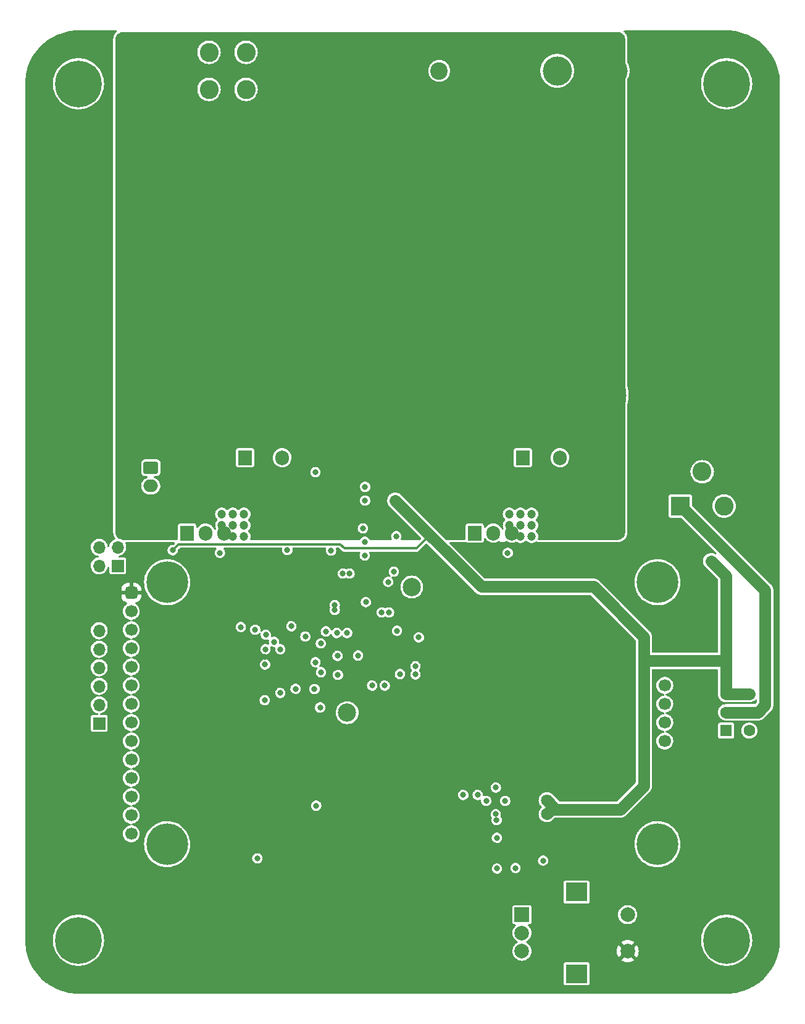
<source format=gbr>
%TF.GenerationSoftware,KiCad,Pcbnew,(6.0.4-0)*%
%TF.CreationDate,2022-04-10T17:45:33-05:00*%
%TF.ProjectId,Ampeater,416d7065-6174-4657-922e-6b696361645f,rev?*%
%TF.SameCoordinates,Original*%
%TF.FileFunction,Copper,L3,Inr*%
%TF.FilePolarity,Positive*%
%FSLAX46Y46*%
G04 Gerber Fmt 4.6, Leading zero omitted, Abs format (unit mm)*
G04 Created by KiCad (PCBNEW (6.0.4-0)) date 2022-04-10 17:45:33*
%MOMM*%
%LPD*%
G01*
G04 APERTURE LIST*
G04 Aperture macros list*
%AMRoundRect*
0 Rectangle with rounded corners*
0 $1 Rounding radius*
0 $2 $3 $4 $5 $6 $7 $8 $9 X,Y pos of 4 corners*
0 Add a 4 corners polygon primitive as box body*
4,1,4,$2,$3,$4,$5,$6,$7,$8,$9,$2,$3,0*
0 Add four circle primitives for the rounded corners*
1,1,$1+$1,$2,$3*
1,1,$1+$1,$4,$5*
1,1,$1+$1,$6,$7*
1,1,$1+$1,$8,$9*
0 Add four rect primitives between the rounded corners*
20,1,$1+$1,$2,$3,$4,$5,0*
20,1,$1+$1,$4,$5,$6,$7,0*
20,1,$1+$1,$6,$7,$8,$9,0*
20,1,$1+$1,$8,$9,$2,$3,0*%
G04 Aperture macros list end*
%TA.AperFunction,ComponentPad*%
%ADD10C,5.700000*%
%TD*%
%TA.AperFunction,ComponentPad*%
%ADD11RoundRect,0.425000X0.425000X-0.425000X0.425000X0.425000X-0.425000X0.425000X-0.425000X-0.425000X0*%
%TD*%
%TA.AperFunction,ComponentPad*%
%ADD12C,1.700000*%
%TD*%
%TA.AperFunction,ComponentPad*%
%ADD13RoundRect,0.250000X-0.750000X0.600000X-0.750000X-0.600000X0.750000X-0.600000X0.750000X0.600000X0*%
%TD*%
%TA.AperFunction,ComponentPad*%
%ADD14O,2.000000X1.700000*%
%TD*%
%TA.AperFunction,ComponentPad*%
%ADD15C,2.600000*%
%TD*%
%TA.AperFunction,ComponentPad*%
%ADD16R,2.400000X2.400000*%
%TD*%
%TA.AperFunction,ComponentPad*%
%ADD17C,2.400000*%
%TD*%
%TA.AperFunction,ComponentPad*%
%ADD18C,4.000000*%
%TD*%
%TA.AperFunction,ComponentPad*%
%ADD19R,1.905000X2.000000*%
%TD*%
%TA.AperFunction,ComponentPad*%
%ADD20O,1.905000X2.000000*%
%TD*%
%TA.AperFunction,ComponentPad*%
%ADD21C,6.400000*%
%TD*%
%TA.AperFunction,ComponentPad*%
%ADD22C,10.600000*%
%TD*%
%TA.AperFunction,ComponentPad*%
%ADD23R,2.600000X2.600000*%
%TD*%
%TA.AperFunction,ComponentPad*%
%ADD24C,1.600000*%
%TD*%
%TA.AperFunction,ComponentPad*%
%ADD25R,1.600000X1.600000*%
%TD*%
%TA.AperFunction,ComponentPad*%
%ADD26O,1.700000X1.700000*%
%TD*%
%TA.AperFunction,ComponentPad*%
%ADD27R,1.700000X1.700000*%
%TD*%
%TA.AperFunction,ComponentPad*%
%ADD28C,2.500000*%
%TD*%
%TA.AperFunction,ComponentPad*%
%ADD29R,2.000000X2.000000*%
%TD*%
%TA.AperFunction,ComponentPad*%
%ADD30C,2.000000*%
%TD*%
%TA.AperFunction,ComponentPad*%
%ADD31R,3.000000X2.500000*%
%TD*%
%TA.AperFunction,ViaPad*%
%ADD32C,0.800000*%
%TD*%
%TA.AperFunction,ViaPad*%
%ADD33C,1.625600*%
%TD*%
%TA.AperFunction,ViaPad*%
%ADD34C,1.200000*%
%TD*%
%TA.AperFunction,Conductor*%
%ADD35C,1.625600*%
%TD*%
%TA.AperFunction,Conductor*%
%ADD36C,0.304800*%
%TD*%
G04 APERTURE END LIST*
D10*
%TO.N,*%
%TO.C,DS301*%
X92931991Y-98265000D03*
X160191991Y-134145000D03*
X92931991Y-134145000D03*
X160191991Y-98265000D03*
D11*
%TO.N,+3V3*%
X88011991Y-99695000D03*
D12*
%TO.N,GND*%
X88011991Y-102235000D03*
%TO.N,/MCU & Interface/MCU_TX{slash}SPI_CS_LCD*%
X88011991Y-104775000D03*
%TO.N,/MCU & Interface/SPI_~{RESET}_LCD*%
X88011991Y-107315000D03*
%TO.N,/MCU & Interface/MCU_RX{slash}SPI_DC_LCD*%
X88011991Y-109855000D03*
%TO.N,/MCU & Interface/SPI_MOSI*%
X88011991Y-112395000D03*
%TO.N,/MCU & Interface/SPI_SCK*%
X88011991Y-114935000D03*
%TO.N,Net-(DS301-Pad8)*%
X88011991Y-117475000D03*
%TO.N,/MCU & Interface/SPI_MISO*%
X88011991Y-120015000D03*
%TO.N,unconnected-(DS301-Pad10)*%
X88011991Y-122555000D03*
%TO.N,unconnected-(DS301-Pad11)*%
X88011991Y-125095000D03*
%TO.N,unconnected-(DS301-Pad12)*%
X88011991Y-127635000D03*
%TO.N,unconnected-(DS301-Pad13)*%
X88011991Y-130175000D03*
%TO.N,unconnected-(DS301-Pad14)*%
X88011991Y-132715000D03*
%TO.N,unconnected-(DS301-Pad15)*%
X161191991Y-112395000D03*
%TO.N,unconnected-(DS301-Pad16)*%
X161191991Y-114935000D03*
%TO.N,unconnected-(DS301-Pad17)*%
X161191991Y-117475000D03*
%TO.N,unconnected-(DS301-Pad18)*%
X161191991Y-120015000D03*
%TD*%
D13*
%TO.N,Net-(JP201-Pad1)*%
%TO.C,M201*%
X90695000Y-82570000D03*
D14*
%TO.N,GND*%
X90695000Y-85070000D03*
%TD*%
D15*
%TO.N,/CC_Load_Controller/I_LOAD+*%
%TO.C,J103*%
X118999000Y-30734000D03*
X113919000Y-30734000D03*
X118999000Y-25654000D03*
X113919000Y-25654000D03*
%TD*%
%TO.N,/CC_Load_Controller/I_LOAD-*%
%TO.C,J105*%
X98679000Y-30734000D03*
X103759000Y-25654000D03*
X98679000Y-25654000D03*
X103759000Y-30734000D03*
%TD*%
D16*
%TO.N,/CC_Load_Controller/I_LOAD+*%
%TO.C,J104*%
X135255000Y-28194000D03*
D17*
%TO.N,/CC_Load_Controller/I_LOAD-*%
X130255000Y-28194000D03*
%TD*%
D18*
%TO.N,/CC_Load_Controller/I_LOAD-*%
%TO.C,J106*%
X146431000Y-28194000D03*
%TD*%
D19*
%TO.N,/CC_Load_Controller/RANGE_SW_SHARED*%
%TO.C,Q201*%
X95681800Y-91521407D03*
D20*
%TO.N,/CC_Load_Controller/Vsense_FET_A*%
X98221800Y-91521407D03*
%TO.N,/CC_Load_Controller/I_LOAD-*%
X100761800Y-91521407D03*
%TD*%
D21*
%TO.N,GND*%
%TO.C,H104*%
X169672000Y-29972000D03*
%TD*%
D22*
%TO.N,/CC_Load_Controller/I_LOAD+*%
%TO.C,HS201*%
X99822000Y-72644000D03*
X150622000Y-72644000D03*
%TD*%
D19*
%TO.N,Net-(Q204-Pad1)*%
%TO.C,Q204*%
X141732000Y-81203800D03*
D20*
%TO.N,/CC_Load_Controller/I_LOAD+*%
X144272000Y-81203800D03*
%TO.N,/CC_Load_Controller/Vsense_B*%
X146812000Y-81203800D03*
%TD*%
D23*
%TO.N,Net-(J101-Pad1)*%
%TO.C,J101*%
X163322000Y-87821211D03*
D15*
%TO.N,GND*%
X169322000Y-87821211D03*
X166322000Y-83121211D03*
%TD*%
D19*
%TO.N,/CC_Load_Controller/RANGE_SW_SHARED*%
%TO.C,Q203*%
X135128000Y-91521407D03*
D20*
%TO.N,/CC_Load_Controller/Vsense_FET_B*%
X137668000Y-91521414D03*
%TO.N,/CC_Load_Controller/I_LOAD-*%
X140208000Y-91521407D03*
%TD*%
D18*
%TO.N,/CC_Load_Controller/I_LOAD+*%
%TO.C,J102*%
X154051000Y-28194000D03*
%TD*%
D24*
%TO.N,+12V*%
%TO.C,SW101*%
X169596000Y-113587500D03*
X172796000Y-113587500D03*
%TO.N,Net-(J101-Pad1)*%
X169596000Y-116087500D03*
X172796000Y-116087500D03*
%TO.N,unconnected-(SW101-Pad1)*%
X172796000Y-118587500D03*
D25*
X169596000Y-118587500D03*
%TD*%
D26*
%TO.N,unconnected-(J302-Pad6)*%
%TO.C,J302*%
X83623000Y-104902000D03*
%TO.N,/MCU & Interface/MCU_NRST*%
X83623000Y-107442000D03*
%TO.N,/MCU & Interface/MCU_SWCLK*%
X83623000Y-109982000D03*
%TO.N,GND*%
X83623000Y-112522000D03*
%TO.N,/MCU & Interface/MCU_SWDIO*%
X83623000Y-115062000D03*
D27*
%TO.N,Net-(D302-Pad2)*%
X83623000Y-117602000D03*
%TD*%
D28*
%TO.N,Net-(R306-Pad1)*%
%TO.C,TP301*%
X117627400Y-116128800D03*
%TD*%
D21*
%TO.N,GND*%
%TO.C,H103*%
X169672000Y-147320000D03*
%TD*%
D28*
%TO.N,/CC_Load_Controller/Vset*%
%TO.C,TP302*%
X126492000Y-98907600D03*
%TD*%
D29*
%TO.N,Net-(R307-Pad2)*%
%TO.C,SW304*%
X141594000Y-143804000D03*
D30*
%TO.N,Net-(R308-Pad1)*%
X141594000Y-148804000D03*
%TO.N,GND*%
X141594000Y-146304000D03*
D31*
%TO.N,N/C*%
X149094000Y-140704000D03*
X149094000Y-151904000D03*
D30*
%TO.N,Net-(R305-Pad1)*%
X156094000Y-143804000D03*
%TO.N,+3V3*%
X156094000Y-148804000D03*
%TD*%
D19*
%TO.N,Net-(Q202-Pad1)*%
%TO.C,Q202*%
X103632000Y-81203800D03*
D20*
%TO.N,/CC_Load_Controller/I_LOAD+*%
X106172000Y-81203800D03*
%TO.N,/CC_Load_Controller/Vsense_A*%
X108712000Y-81203800D03*
%TD*%
D21*
%TO.N,GND*%
%TO.C,H102*%
X80772000Y-147320000D03*
%TD*%
%TO.N,GND*%
%TO.C,H101*%
X80772000Y-29972000D03*
%TD*%
D27*
%TO.N,/MCU & Interface/MCU_TX{slash}SPI_CS_LCD*%
%TO.C,J301*%
X86168000Y-96017000D03*
D26*
%TO.N,/MCU & Interface/MCU_RX{slash}SPI_DC_LCD*%
X83628000Y-96017000D03*
%TO.N,Net-(D301-Pad2)*%
X86168000Y-93477000D03*
%TO.N,GND*%
X83628000Y-93477000D03*
%TD*%
D32*
%TO.N,+12V*%
X93700600Y-93878400D03*
%TO.N,/MCU & Interface/MCU_NRST*%
X116365743Y-110957199D03*
%TO.N,+3V3*%
X82270600Y-89687400D03*
X83642200Y-125730000D03*
%TO.N,/MCU & Interface/MCU_SWCLK*%
X113151726Y-112884500D03*
%TO.N,/MCU & Interface/MCU_SWDIO*%
X110540800Y-112870220D03*
D33*
%TO.N,+12V*%
X145008600Y-128143000D03*
D32*
X124232980Y-87096600D03*
D33*
X145008600Y-130022600D03*
D32*
X167538400Y-95377000D03*
%TO.N,GND*%
X117957600Y-97078800D03*
X113284000Y-109220000D03*
X100177600Y-94234000D03*
X122783600Y-112420400D03*
X138023600Y-126390400D03*
X124358400Y-91948000D03*
X113919000Y-115417600D03*
X124866400Y-110845600D03*
X127000000Y-110896400D03*
X109982000Y-104292400D03*
X140716000Y-137414000D03*
X103047800Y-104394000D03*
X135534400Y-127406400D03*
X108458000Y-107442000D03*
X120091200Y-87071200D03*
X107594400Y-106426000D03*
X120091200Y-85191600D03*
X113385600Y-128879600D03*
X119786400Y-90881200D03*
X105308400Y-136093200D03*
X106476800Y-105460800D03*
X139649200Y-94234000D03*
X127457200Y-105816400D03*
X127000000Y-109778800D03*
X115417600Y-93929200D03*
X139293600Y-128219200D03*
X138150600Y-133273800D03*
X106375200Y-109531700D03*
X120192800Y-100990400D03*
X138176000Y-137490200D03*
X108458000Y-113436400D03*
X124460000Y-104902000D03*
X133553200Y-127406400D03*
X117043200Y-97078800D03*
X114706400Y-105003600D03*
X120040400Y-94589600D03*
X138125200Y-130835400D03*
X115925600Y-102057200D03*
X136702800Y-128219200D03*
X109423200Y-93827600D03*
X121056400Y-112420400D03*
X138004200Y-130042000D03*
X106426000Y-107442000D03*
X115925600Y-101396800D03*
X120040400Y-92710000D03*
%TO.N,+3V3*%
X128828800Y-114477800D03*
X131368800Y-114477800D03*
X154228800Y-124637800D03*
X146608800Y-119557800D03*
X121044000Y-110883400D03*
X93903800Y-117475000D03*
X151688800Y-117017800D03*
X104622600Y-148818600D03*
X138988800Y-117017800D03*
X131368800Y-122097800D03*
X136448800Y-119557800D03*
X123748800Y-122097800D03*
X149148800Y-117017800D03*
X126288800Y-122097800D03*
X144068800Y-124637800D03*
X123748800Y-117017800D03*
X149148800Y-114477800D03*
X144068800Y-117017800D03*
X122879973Y-110412220D03*
X151688800Y-124637800D03*
X106375200Y-108458000D03*
X154228800Y-119557800D03*
X156768800Y-124637800D03*
X108483400Y-108839000D03*
X128828800Y-117017800D03*
X149148800Y-124637800D03*
X156768800Y-119557800D03*
X151688800Y-119557800D03*
X138988800Y-114477800D03*
X144068800Y-114477800D03*
X131368800Y-117017800D03*
X154228800Y-117017800D03*
X146608800Y-124637800D03*
X146608800Y-114477800D03*
X119735600Y-103124000D03*
X144068800Y-122097800D03*
X156768800Y-114477800D03*
X136448800Y-122097800D03*
X133908800Y-122097800D03*
X151688800Y-114477800D03*
X141528800Y-114477800D03*
X123748800Y-124637800D03*
X131368800Y-119557800D03*
X128828800Y-124637800D03*
X141528800Y-117017800D03*
X156768800Y-122097800D03*
X151688800Y-122097800D03*
X149148800Y-122097800D03*
X126288800Y-117017800D03*
X156768800Y-117017800D03*
X133908800Y-117017800D03*
X124282200Y-148793200D03*
X149148800Y-119557800D03*
X128828800Y-119557800D03*
X126288800Y-119557800D03*
X124815600Y-100888800D03*
X136448800Y-117017800D03*
X146608800Y-122097800D03*
X123748800Y-119557800D03*
X146608800Y-117017800D03*
X154228800Y-122097800D03*
X128828800Y-122097800D03*
X144068800Y-119557800D03*
X126288800Y-124637800D03*
X136448800Y-114477800D03*
X133908800Y-114477800D03*
X133908800Y-119557800D03*
X131368800Y-124637800D03*
X154228800Y-114477800D03*
%TO.N,Net-(C309-Pad1)*%
X123250955Y-98211645D03*
%TO.N,/MCU & Interface/MCU_TX{slash}SPI_CS_LCD*%
X116306600Y-108356400D03*
%TO.N,/MCU & Interface/SPI_~{RESET}_LCD*%
X114043284Y-110588884D03*
%TO.N,/MCU & Interface/MCU_RX{slash}SPI_DC_LCD*%
X119118781Y-108302700D03*
%TO.N,/MCU & Interface/SPI_MOSI*%
X123367800Y-102387400D03*
X114013700Y-106647700D03*
%TO.N,/MCU & Interface/SPI_SCK*%
X122365097Y-102387400D03*
X111894700Y-105707100D03*
D34*
%TO.N,/CC_Load_Controller/I_LOAD-*%
X101955600Y-90449400D03*
X101955600Y-88925400D03*
X100431600Y-90449400D03*
X100431600Y-88925400D03*
X142925800Y-90449400D03*
X141401800Y-90449400D03*
X139877800Y-90449400D03*
X142925800Y-88925400D03*
X103479600Y-88925400D03*
X142925800Y-91973400D03*
X103479600Y-91973400D03*
X103479600Y-90449400D03*
X141401800Y-91973400D03*
X101955600Y-91973400D03*
X141401800Y-88925400D03*
X139877800Y-88925400D03*
D32*
%TO.N,/CC_Load_Controller/RANGE_SW_SHARED*%
X116205000Y-105216740D03*
X105019016Y-104765016D03*
%TO.N,Net-(Q202-Pad1)*%
X113284000Y-83185000D03*
%TO.N,Net-(R301-Pad2)*%
X106324400Y-114427000D03*
%TO.N,Net-(R308-Pad1)*%
X144500600Y-136398000D03*
%TO.N,/MCU & Interface/SPI_CS_DAC*%
X124028200Y-96799400D03*
X117627400Y-105216740D03*
%TD*%
D35*
%TO.N,Net-(J101-Pad1)*%
X163322000Y-87821211D02*
X163437011Y-87821211D01*
X174955200Y-115112800D02*
X173980500Y-116087500D01*
X163437011Y-87821211D02*
X174955200Y-99339400D01*
X174955200Y-99339400D02*
X174955200Y-115112800D01*
X173980500Y-116087500D02*
X172796000Y-116087500D01*
D36*
%TO.N,+12V*%
X93700600Y-93878400D02*
X94506511Y-93072489D01*
X116694489Y-93072489D02*
X117246400Y-93624400D01*
X94506511Y-93072489D02*
X116694489Y-93072489D01*
X117246400Y-93624400D02*
X127127000Y-93624400D01*
X127127000Y-93624400D02*
X128943890Y-91807510D01*
D35*
X169596000Y-113587500D02*
X169596000Y-109042000D01*
X158315311Y-108638689D02*
X158315311Y-126164689D01*
X169596000Y-109042000D02*
X169596000Y-97434600D01*
X158315311Y-105762711D02*
X158315311Y-108638689D01*
X169596000Y-109042000D02*
X158718622Y-109042000D01*
X158718622Y-109042000D02*
X158315311Y-108638689D01*
X172796000Y-113587500D02*
X169596000Y-113587500D01*
%TO.N,Net-(J101-Pad1)*%
X172796000Y-116087500D02*
X169596000Y-116087500D01*
%TO.N,+12V*%
X151434800Y-98882200D02*
X158315311Y-105762711D01*
X158315311Y-126164689D02*
X155089511Y-129390489D01*
X155089511Y-129390489D02*
X146256089Y-129390489D01*
X169596000Y-97434600D02*
X167538400Y-95377000D01*
X146256089Y-129390489D02*
X145008600Y-128143000D01*
X136018580Y-98882200D02*
X124232980Y-87096600D01*
X151434800Y-98882200D02*
X136018580Y-98882200D01*
X146256089Y-129390489D02*
X145640711Y-129390489D01*
X145640711Y-129390489D02*
X145008600Y-130022600D01*
%TD*%
%TA.AperFunction,Conductor*%
%TO.N,+3V3*%
G36*
X157197211Y-125476000D02*
G01*
X122478800Y-125476000D01*
X122478800Y-113207800D01*
X157197211Y-113207800D01*
X157197211Y-125476000D01*
G37*
%TD.AperFunction*%
%TA.AperFunction,Conductor*%
G36*
X159766000Y-125476000D02*
G01*
X159433411Y-125476000D01*
X159433411Y-113207800D01*
X159766000Y-113207800D01*
X159766000Y-125476000D01*
G37*
%TD.AperFunction*%
%TD*%
%TA.AperFunction,Conductor*%
%TO.N,+3V3*%
G36*
X85986020Y-22677302D02*
G01*
X86032513Y-22730958D01*
X86042617Y-22801232D01*
X86013123Y-22865812D01*
X85997833Y-22880699D01*
X85962320Y-22909844D01*
X85939758Y-22930293D01*
X85922293Y-22947758D01*
X85901844Y-22970320D01*
X85791236Y-23105095D01*
X85773095Y-23129555D01*
X85759372Y-23150093D01*
X85743717Y-23176210D01*
X85661527Y-23329975D01*
X85648510Y-23357498D01*
X85639060Y-23380311D01*
X85628798Y-23408989D01*
X85628353Y-23410455D01*
X85628347Y-23410474D01*
X85584708Y-23554334D01*
X85578185Y-23575838D01*
X85570785Y-23605384D01*
X85565967Y-23629609D01*
X85561500Y-23659723D01*
X85543801Y-23839422D01*
X85542681Y-23854604D01*
X85542074Y-23866954D01*
X85541700Y-23882187D01*
X85541700Y-91433813D01*
X85542074Y-91449046D01*
X85542681Y-91461396D01*
X85543801Y-91476578D01*
X85561500Y-91656277D01*
X85565968Y-91686395D01*
X85570786Y-91710618D01*
X85578185Y-91740159D01*
X85578623Y-91741603D01*
X85578628Y-91741621D01*
X85628346Y-91905520D01*
X85628798Y-91907010D01*
X85639060Y-91935689D01*
X85648510Y-91958502D01*
X85661527Y-91986025D01*
X85743717Y-92139790D01*
X85759372Y-92165907D01*
X85773095Y-92186445D01*
X85774005Y-92187672D01*
X85791236Y-92210905D01*
X85790900Y-92211154D01*
X85816454Y-92275655D01*
X85802767Y-92345320D01*
X85753589Y-92396526D01*
X85734593Y-92405393D01*
X85686064Y-92423296D01*
X85668500Y-92429776D01*
X85610676Y-92464178D01*
X85493325Y-92533995D01*
X85486023Y-92538339D01*
X85326385Y-92678337D01*
X85322818Y-92682862D01*
X85322813Y-92682867D01*
X85198973Y-92839958D01*
X85194933Y-92845083D01*
X85192245Y-92850192D01*
X85098759Y-93027880D01*
X85098757Y-93027885D01*
X85096070Y-93032992D01*
X85033105Y-93235771D01*
X85032426Y-93241510D01*
X85023690Y-93315321D01*
X84995820Y-93380619D01*
X84937072Y-93420483D01*
X84866097Y-93422258D01*
X84805430Y-93385379D01*
X84774333Y-93321555D01*
X84773092Y-93312041D01*
X84769350Y-93271315D01*
X84769349Y-93271312D01*
X84768821Y-93265561D01*
X84711186Y-93061204D01*
X84617275Y-92870772D01*
X84522407Y-92743728D01*
X84493686Y-92705266D01*
X84493685Y-92705265D01*
X84490233Y-92700642D01*
X84392733Y-92610514D01*
X84338555Y-92560432D01*
X84338552Y-92560430D01*
X84334315Y-92556513D01*
X84154742Y-92443211D01*
X84121068Y-92429776D01*
X84094096Y-92419015D01*
X83957529Y-92364530D01*
X83951861Y-92363403D01*
X83951859Y-92363402D01*
X83754946Y-92324234D01*
X83754944Y-92324234D01*
X83749279Y-92323107D01*
X83743504Y-92323031D01*
X83743500Y-92323031D01*
X83637283Y-92321641D01*
X83536968Y-92320328D01*
X83531271Y-92321307D01*
X83531270Y-92321307D01*
X83333395Y-92355308D01*
X83333392Y-92355309D01*
X83327705Y-92356286D01*
X83128500Y-92429776D01*
X83070676Y-92464178D01*
X82953325Y-92533995D01*
X82946023Y-92538339D01*
X82786385Y-92678337D01*
X82782818Y-92682862D01*
X82782813Y-92682867D01*
X82658973Y-92839958D01*
X82654933Y-92845083D01*
X82652245Y-92850192D01*
X82558759Y-93027880D01*
X82558757Y-93027885D01*
X82556070Y-93032992D01*
X82493105Y-93235771D01*
X82468149Y-93446628D01*
X82482036Y-93658503D01*
X82534301Y-93864299D01*
X82623195Y-94057124D01*
X82745740Y-94230521D01*
X82818202Y-94301111D01*
X82871615Y-94353143D01*
X82897832Y-94378683D01*
X82902628Y-94381888D01*
X82902631Y-94381890D01*
X82971146Y-94427670D01*
X83074377Y-94496647D01*
X83079685Y-94498928D01*
X83079686Y-94498928D01*
X83264160Y-94578184D01*
X83264163Y-94578185D01*
X83269463Y-94580462D01*
X83275092Y-94581736D01*
X83275093Y-94581736D01*
X83470087Y-94625859D01*
X83532114Y-94660402D01*
X83565618Y-94722996D01*
X83559964Y-94793767D01*
X83516945Y-94850246D01*
X83463617Y-94872932D01*
X83333395Y-94895308D01*
X83333392Y-94895309D01*
X83327705Y-94896286D01*
X83128500Y-94969776D01*
X82999024Y-95046807D01*
X82987199Y-95053842D01*
X82946023Y-95078339D01*
X82786385Y-95218337D01*
X82782818Y-95222862D01*
X82782813Y-95222867D01*
X82658507Y-95380549D01*
X82654933Y-95385083D01*
X82652245Y-95390192D01*
X82558759Y-95567880D01*
X82558757Y-95567885D01*
X82556070Y-95572992D01*
X82493105Y-95775771D01*
X82468149Y-95986628D01*
X82482036Y-96198503D01*
X82534301Y-96404299D01*
X82623195Y-96597124D01*
X82745740Y-96770521D01*
X82818202Y-96841111D01*
X82873553Y-96895031D01*
X82897832Y-96918683D01*
X82902628Y-96921888D01*
X82902631Y-96921890D01*
X82972795Y-96968772D01*
X83074377Y-97036647D01*
X83079685Y-97038928D01*
X83079686Y-97038928D01*
X83264160Y-97118184D01*
X83264163Y-97118185D01*
X83269463Y-97120462D01*
X83275092Y-97121736D01*
X83275093Y-97121736D01*
X83470921Y-97166048D01*
X83470924Y-97166048D01*
X83476557Y-97167323D01*
X83482328Y-97167550D01*
X83482330Y-97167550D01*
X83547086Y-97170094D01*
X83688723Y-97175659D01*
X83802224Y-97159202D01*
X83893141Y-97146020D01*
X83893146Y-97146019D01*
X83898855Y-97145191D01*
X83904319Y-97143336D01*
X83904324Y-97143335D01*
X84082258Y-97082934D01*
X84099916Y-97076940D01*
X84285172Y-96973192D01*
X84290487Y-96968772D01*
X84417578Y-96863071D01*
X84448420Y-96837420D01*
X84584192Y-96674172D01*
X84687940Y-96488916D01*
X84727265Y-96373069D01*
X84754335Y-96293324D01*
X84754336Y-96293319D01*
X84756191Y-96287855D01*
X84757019Y-96282146D01*
X84757020Y-96282141D01*
X84762004Y-96247764D01*
X84791574Y-96183218D01*
X84851346Y-96144906D01*
X84922342Y-96144990D01*
X84982023Y-96183445D01*
X85011439Y-96248061D01*
X85012700Y-96265844D01*
X85012700Y-96912358D01*
X85013834Y-96921890D01*
X85014685Y-96929040D01*
X85015867Y-96938978D01*
X85062036Y-97042919D01*
X85076181Y-97057039D01*
X85134295Y-97115052D01*
X85134297Y-97115053D01*
X85142528Y-97123270D01*
X85246549Y-97169258D01*
X85272642Y-97172300D01*
X87063358Y-97172300D01*
X87074252Y-97171004D01*
X87080593Y-97170250D01*
X87080596Y-97170249D01*
X87089978Y-97169133D01*
X87193919Y-97122964D01*
X87239862Y-97076940D01*
X87266052Y-97050705D01*
X87266053Y-97050703D01*
X87274270Y-97042472D01*
X87320258Y-96938451D01*
X87323300Y-96912358D01*
X87323300Y-95121642D01*
X87322004Y-95110748D01*
X87321250Y-95104407D01*
X87321249Y-95104404D01*
X87320133Y-95095022D01*
X87273964Y-94991081D01*
X87233814Y-94951002D01*
X87201705Y-94918948D01*
X87201703Y-94918947D01*
X87193472Y-94910730D01*
X87089451Y-94864742D01*
X87063358Y-94861700D01*
X86416844Y-94861700D01*
X86348723Y-94841698D01*
X86302230Y-94788042D01*
X86292126Y-94717768D01*
X86321620Y-94653188D01*
X86381346Y-94614804D01*
X86398764Y-94611004D01*
X86433141Y-94606020D01*
X86433146Y-94606019D01*
X86438855Y-94605191D01*
X86444319Y-94603336D01*
X86444324Y-94603335D01*
X86603295Y-94549371D01*
X86639916Y-94536940D01*
X86825172Y-94433192D01*
X86831812Y-94427670D01*
X86983982Y-94301111D01*
X86988420Y-94297420D01*
X87124192Y-94134172D01*
X87227940Y-93948916D01*
X87247245Y-93892046D01*
X87294335Y-93753324D01*
X87294336Y-93753319D01*
X87296191Y-93747855D01*
X87297019Y-93742146D01*
X87297020Y-93742141D01*
X87322400Y-93567094D01*
X87326659Y-93537723D01*
X87328249Y-93477000D01*
X87308821Y-93265561D01*
X87251186Y-93061204D01*
X87195374Y-92948029D01*
X87183184Y-92878086D01*
X87210743Y-92812657D01*
X87269301Y-92772513D01*
X87308380Y-92766300D01*
X93861224Y-92766300D01*
X93929345Y-92786302D01*
X93975838Y-92839958D01*
X93985942Y-92910232D01*
X93956448Y-92974812D01*
X93950319Y-92981395D01*
X93795534Y-93136180D01*
X93733222Y-93170206D01*
X93705780Y-93173083D01*
X93687736Y-93172989D01*
X93618939Y-93172629D01*
X93611560Y-93174401D01*
X93611556Y-93174401D01*
X93460326Y-93210708D01*
X93460322Y-93210709D01*
X93452947Y-93212480D01*
X93301251Y-93290776D01*
X93172610Y-93402996D01*
X93074452Y-93542662D01*
X93071693Y-93549737D01*
X93071692Y-93549740D01*
X93029434Y-93658127D01*
X93012441Y-93701711D01*
X93011449Y-93709244D01*
X93011449Y-93709245D01*
X92993909Y-93842479D01*
X92990159Y-93870960D01*
X92997776Y-93939954D01*
X93008054Y-94033046D01*
X93008892Y-94040639D01*
X93011501Y-94047770D01*
X93011502Y-94047772D01*
X93058443Y-94176042D01*
X93067558Y-94200951D01*
X93162770Y-94342642D01*
X93168382Y-94347749D01*
X93168385Y-94347752D01*
X93283411Y-94452418D01*
X93283415Y-94452421D01*
X93289032Y-94457532D01*
X93295709Y-94461157D01*
X93295710Y-94461158D01*
X93318600Y-94473586D01*
X93439055Y-94538988D01*
X93604177Y-94582307D01*
X93691192Y-94583674D01*
X93767266Y-94584869D01*
X93767269Y-94584869D01*
X93774865Y-94584988D01*
X93782269Y-94583292D01*
X93782271Y-94583292D01*
X93871503Y-94562855D01*
X93941267Y-94546877D01*
X94093774Y-94470174D01*
X94099545Y-94465245D01*
X94099548Y-94465243D01*
X94217810Y-94364237D01*
X94217811Y-94364236D01*
X94223582Y-94359307D01*
X94323198Y-94220676D01*
X94329829Y-94204182D01*
X94384036Y-94069339D01*
X94384037Y-94069337D01*
X94386871Y-94062286D01*
X94409143Y-93905792D01*
X94410343Y-93897362D01*
X94410343Y-93897361D01*
X94410924Y-93893279D01*
X94411080Y-93878400D01*
X94410650Y-93874850D01*
X94426846Y-93805857D01*
X94447335Y-93778950D01*
X94552165Y-93674121D01*
X94659193Y-93567093D01*
X94721505Y-93533068D01*
X94748288Y-93530189D01*
X99575330Y-93530189D01*
X99643451Y-93550191D01*
X99689944Y-93603847D01*
X99700048Y-93674121D01*
X99670554Y-93738701D01*
X99658165Y-93751133D01*
X99649610Y-93758596D01*
X99551452Y-93898262D01*
X99548693Y-93905337D01*
X99548692Y-93905340D01*
X99497790Y-94035898D01*
X99489441Y-94057311D01*
X99488449Y-94064844D01*
X99488449Y-94064845D01*
X99469701Y-94207255D01*
X99467159Y-94226560D01*
X99474982Y-94297420D01*
X99484888Y-94387142D01*
X99485892Y-94396239D01*
X99488501Y-94403370D01*
X99488502Y-94403372D01*
X99541018Y-94546877D01*
X99544558Y-94556551D01*
X99639770Y-94698242D01*
X99645382Y-94703349D01*
X99645385Y-94703352D01*
X99760411Y-94808018D01*
X99760415Y-94808021D01*
X99766032Y-94813132D01*
X99772709Y-94816757D01*
X99772710Y-94816758D01*
X99795600Y-94829186D01*
X99916055Y-94894588D01*
X100081177Y-94937907D01*
X100168192Y-94939274D01*
X100244266Y-94940469D01*
X100244269Y-94940469D01*
X100251865Y-94940588D01*
X100259269Y-94938892D01*
X100259271Y-94938892D01*
X100344940Y-94919271D01*
X100418267Y-94902477D01*
X100570774Y-94825774D01*
X100576545Y-94820845D01*
X100576548Y-94820843D01*
X100694810Y-94719837D01*
X100694811Y-94719836D01*
X100700582Y-94714907D01*
X100800198Y-94576276D01*
X100805593Y-94562855D01*
X100861036Y-94424939D01*
X100861037Y-94424937D01*
X100863871Y-94417886D01*
X100882706Y-94285542D01*
X100887343Y-94252962D01*
X100887343Y-94252961D01*
X100887924Y-94248879D01*
X100888080Y-94234000D01*
X100878696Y-94156455D01*
X100868484Y-94072070D01*
X100868484Y-94072069D01*
X100867571Y-94064527D01*
X100825966Y-93954420D01*
X100809915Y-93911942D01*
X100809914Y-93911940D01*
X100807230Y-93904837D01*
X100802931Y-93898582D01*
X100802929Y-93898578D01*
X100714841Y-93770410D01*
X100714840Y-93770408D01*
X100710539Y-93764151D01*
X100694952Y-93750264D01*
X100657398Y-93690014D01*
X100658379Y-93619024D01*
X100697584Y-93559834D01*
X100762566Y-93531236D01*
X100778773Y-93530189D01*
X108607259Y-93530189D01*
X108675380Y-93550191D01*
X108721873Y-93603847D01*
X108732181Y-93672635D01*
X108719309Y-93770410D01*
X108712759Y-93820160D01*
X108722108Y-93904837D01*
X108728990Y-93967174D01*
X108731492Y-93989839D01*
X108734101Y-93996970D01*
X108734102Y-93996972D01*
X108785935Y-94138610D01*
X108790158Y-94150151D01*
X108885370Y-94291842D01*
X108890982Y-94296949D01*
X108890985Y-94296952D01*
X109006011Y-94401618D01*
X109006015Y-94401621D01*
X109011632Y-94406732D01*
X109018309Y-94410357D01*
X109018310Y-94410358D01*
X109036302Y-94420127D01*
X109161655Y-94488188D01*
X109326777Y-94531507D01*
X109413792Y-94532874D01*
X109489866Y-94534069D01*
X109489869Y-94534069D01*
X109497465Y-94534188D01*
X109504869Y-94532492D01*
X109504871Y-94532492D01*
X109567192Y-94518219D01*
X109663867Y-94496077D01*
X109816374Y-94419374D01*
X109822145Y-94414445D01*
X109822148Y-94414443D01*
X109940410Y-94313437D01*
X109940411Y-94313436D01*
X109946182Y-94308507D01*
X110045798Y-94169876D01*
X110051193Y-94156455D01*
X110106636Y-94018539D01*
X110106637Y-94018537D01*
X110109471Y-94011486D01*
X110133524Y-93842479D01*
X110133680Y-93827600D01*
X110114768Y-93671326D01*
X110126441Y-93601297D01*
X110174122Y-93548694D01*
X110239855Y-93530189D01*
X114631758Y-93530189D01*
X114699879Y-93550191D01*
X114746372Y-93603847D01*
X114756476Y-93674121D01*
X114749153Y-93701953D01*
X114729441Y-93752511D01*
X114728449Y-93760044D01*
X114728449Y-93760045D01*
X114708452Y-93911942D01*
X114707159Y-93921760D01*
X114715450Y-93996856D01*
X114724872Y-94082197D01*
X114725892Y-94091439D01*
X114728501Y-94098570D01*
X114728502Y-94098572D01*
X114778263Y-94234548D01*
X114784558Y-94251751D01*
X114879770Y-94393442D01*
X114885382Y-94398549D01*
X114885385Y-94398552D01*
X115000411Y-94503218D01*
X115000415Y-94503221D01*
X115006032Y-94508332D01*
X115012709Y-94511957D01*
X115012710Y-94511958D01*
X115035600Y-94524386D01*
X115156055Y-94589788D01*
X115321177Y-94633107D01*
X115408192Y-94634474D01*
X115484266Y-94635669D01*
X115484269Y-94635669D01*
X115491865Y-94635788D01*
X115499269Y-94634092D01*
X115499271Y-94634092D01*
X115583486Y-94614804D01*
X115658267Y-94597677D01*
X115810774Y-94520974D01*
X115816545Y-94516045D01*
X115816548Y-94516043D01*
X115934810Y-94415037D01*
X115934811Y-94415036D01*
X115940582Y-94410107D01*
X116040198Y-94271476D01*
X116045593Y-94258055D01*
X116101036Y-94120139D01*
X116101037Y-94120137D01*
X116103871Y-94113086D01*
X116127924Y-93944079D01*
X116128080Y-93929200D01*
X116125992Y-93911942D01*
X116108484Y-93767270D01*
X116108484Y-93767269D01*
X116107571Y-93759727D01*
X116085277Y-93700726D01*
X116079909Y-93629932D01*
X116113667Y-93567475D01*
X116175834Y-93533184D01*
X116203143Y-93530189D01*
X116452713Y-93530189D01*
X116520834Y-93550191D01*
X116541808Y-93567093D01*
X116720149Y-93745435D01*
X116898264Y-93923550D01*
X116908118Y-93934640D01*
X116923711Y-93954420D01*
X116923715Y-93954423D01*
X116929544Y-93961818D01*
X116937292Y-93967173D01*
X116937293Y-93967174D01*
X116978610Y-93995730D01*
X116981831Y-93998032D01*
X117022226Y-94027868D01*
X117022230Y-94027870D01*
X117029809Y-94033468D01*
X117036729Y-94035898D01*
X117042765Y-94040070D01*
X117051745Y-94042910D01*
X117051747Y-94042911D01*
X117067118Y-94047772D01*
X117099374Y-94057973D01*
X117099636Y-94058056D01*
X117103385Y-94059307D01*
X117113206Y-94062756D01*
X117150779Y-94075951D01*
X117150781Y-94075951D01*
X117159667Y-94079072D01*
X117166889Y-94079356D01*
X117167142Y-94079405D01*
X117173991Y-94081571D01*
X117180712Y-94082100D01*
X117234264Y-94082100D01*
X117239210Y-94082197D01*
X117297193Y-94084475D01*
X117304388Y-94082567D01*
X117312878Y-94082100D01*
X119296856Y-94082100D01*
X119364977Y-94102102D01*
X119411470Y-94155758D01*
X119421574Y-94226032D01*
X119414249Y-94253869D01*
X119352241Y-94412911D01*
X119351249Y-94420444D01*
X119351249Y-94420445D01*
X119332501Y-94562855D01*
X119329959Y-94582160D01*
X119335867Y-94635669D01*
X119345508Y-94722996D01*
X119348692Y-94751839D01*
X119351301Y-94758970D01*
X119351302Y-94758972D01*
X119403818Y-94902477D01*
X119407358Y-94912151D01*
X119502570Y-95053842D01*
X119508182Y-95058949D01*
X119508185Y-95058952D01*
X119623211Y-95163618D01*
X119623215Y-95163621D01*
X119628832Y-95168732D01*
X119635509Y-95172357D01*
X119635510Y-95172358D01*
X119658400Y-95184786D01*
X119778855Y-95250188D01*
X119943977Y-95293507D01*
X120030992Y-95294874D01*
X120107066Y-95296069D01*
X120107069Y-95296069D01*
X120114665Y-95296188D01*
X120122069Y-95294492D01*
X120122071Y-95294492D01*
X120218599Y-95272384D01*
X120281067Y-95258077D01*
X120433574Y-95181374D01*
X120439345Y-95176445D01*
X120439348Y-95176443D01*
X120557610Y-95075437D01*
X120557611Y-95075436D01*
X120563382Y-95070507D01*
X120662998Y-94931876D01*
X120668393Y-94918455D01*
X120723836Y-94780539D01*
X120723837Y-94780537D01*
X120726671Y-94773486D01*
X120746285Y-94635669D01*
X120750143Y-94608562D01*
X120750143Y-94608561D01*
X120750724Y-94604479D01*
X120750880Y-94589600D01*
X120743850Y-94531507D01*
X120731284Y-94427670D01*
X120731284Y-94427669D01*
X120730371Y-94420127D01*
X120679516Y-94285542D01*
X120672716Y-94267545D01*
X120672715Y-94267544D01*
X120670030Y-94260437D01*
X120670893Y-94260111D01*
X120658322Y-94196843D01*
X120684330Y-94130782D01*
X120741925Y-94089268D01*
X120783818Y-94082100D01*
X127092352Y-94082100D01*
X127107162Y-94082973D01*
X127132187Y-94085935D01*
X127141540Y-94087042D01*
X127150804Y-94085350D01*
X127150807Y-94085350D01*
X127200224Y-94076325D01*
X127204126Y-94075675D01*
X127215748Y-94073927D01*
X127263102Y-94066808D01*
X127269714Y-94063633D01*
X127276931Y-94062315D01*
X127314286Y-94042911D01*
X127329871Y-94034815D01*
X127333412Y-94033046D01*
X127378678Y-94011310D01*
X127378679Y-94011309D01*
X127387172Y-94007231D01*
X127392479Y-94002325D01*
X127392689Y-94002183D01*
X127399068Y-93998870D01*
X127404194Y-93994491D01*
X127442055Y-93956630D01*
X127445621Y-93953201D01*
X127481323Y-93920199D01*
X127481325Y-93920196D01*
X127488238Y-93913806D01*
X127491977Y-93907369D01*
X127497653Y-93901032D01*
X128387821Y-93010864D01*
X128450133Y-92976838D01*
X128520948Y-92981903D01*
X128566011Y-93010864D01*
X135153668Y-99598521D01*
X135160722Y-99606875D01*
X135160945Y-99606682D01*
X135164868Y-99611227D01*
X135168334Y-99616113D01*
X135172661Y-99620255D01*
X135235887Y-99680781D01*
X135237851Y-99682704D01*
X135265657Y-99710510D01*
X135267969Y-99712419D01*
X135267972Y-99712422D01*
X135271448Y-99715292D01*
X135278345Y-99721427D01*
X135318114Y-99759497D01*
X135318118Y-99759500D01*
X135322453Y-99763650D01*
X135350896Y-99782015D01*
X135362780Y-99790713D01*
X135388878Y-99812265D01*
X135394142Y-99815141D01*
X135394145Y-99815143D01*
X135442460Y-99841539D01*
X135450396Y-99846261D01*
X135501690Y-99879382D01*
X135533101Y-99892041D01*
X135546410Y-99898333D01*
X135576110Y-99914559D01*
X135634257Y-99933172D01*
X135642930Y-99936303D01*
X135699578Y-99959133D01*
X135705461Y-99960282D01*
X135705465Y-99960283D01*
X135732807Y-99965622D01*
X135747069Y-99969284D01*
X135773599Y-99977776D01*
X135779307Y-99979603D01*
X135785255Y-99980318D01*
X135785262Y-99980319D01*
X135839931Y-99986887D01*
X135849051Y-99988323D01*
X135895338Y-99997362D01*
X135908976Y-100000025D01*
X135914598Y-100000300D01*
X135944044Y-100000300D01*
X135959072Y-100001199D01*
X135985190Y-100004337D01*
X135985196Y-100004337D01*
X135991138Y-100005051D01*
X135997113Y-100004628D01*
X135997116Y-100004628D01*
X136053788Y-100000615D01*
X136062687Y-100000300D01*
X150919478Y-100000300D01*
X150987599Y-100020302D01*
X151008573Y-100037205D01*
X157160306Y-106188938D01*
X157194332Y-106251250D01*
X157197211Y-106278033D01*
X157197211Y-108533620D01*
X157196291Y-108544515D01*
X157196586Y-108544537D01*
X157196147Y-108550511D01*
X157195141Y-108556429D01*
X157195272Y-108562430D01*
X157197181Y-108649906D01*
X157197211Y-108652655D01*
X157197211Y-125649367D01*
X157177209Y-125717488D01*
X157160306Y-125738462D01*
X154663284Y-128235484D01*
X154600972Y-128269510D01*
X154574189Y-128272389D01*
X146771412Y-128272389D01*
X146703291Y-128252387D01*
X146682317Y-128235484D01*
X145863056Y-127416223D01*
X145851195Y-127402520D01*
X145846525Y-127396266D01*
X145846523Y-127396263D01*
X145843070Y-127391640D01*
X145784055Y-127337087D01*
X145780489Y-127333657D01*
X145761522Y-127314690D01*
X145748324Y-127303792D01*
X145743053Y-127299185D01*
X145692172Y-127252151D01*
X145671922Y-127239374D01*
X145658936Y-127229975D01*
X145638302Y-127212935D01*
X145633040Y-127210060D01*
X145633037Y-127210058D01*
X145579990Y-127181076D01*
X145573165Y-127177064D01*
X145523266Y-127145580D01*
X145523264Y-127145579D01*
X145518381Y-127142498D01*
X145513026Y-127140361D01*
X145513017Y-127140357D01*
X145492071Y-127132001D01*
X145478349Y-127125544D01*
X145458587Y-127114747D01*
X145451070Y-127110640D01*
X145445358Y-127108812D01*
X145445352Y-127108809D01*
X145391814Y-127091672D01*
X145383535Y-127088700D01*
X145372612Y-127084342D01*
X145327518Y-127066351D01*
X145295431Y-127059969D01*
X145281597Y-127056391D01*
X145253590Y-127047425D01*
X145253580Y-127047423D01*
X145247873Y-127045596D01*
X145190323Y-127038683D01*
X145180770Y-127037161D01*
X145125974Y-127026261D01*
X145120200Y-127026185D01*
X145120196Y-127026185D01*
X145090708Y-127025799D01*
X145088862Y-127025775D01*
X145075484Y-127024887D01*
X145041989Y-127020863D01*
X145041985Y-127020863D01*
X145036042Y-127020149D01*
X145030068Y-127020572D01*
X145030065Y-127020572D01*
X145008801Y-127022078D01*
X144982490Y-127023941D01*
X144971948Y-127024245D01*
X144920499Y-127023571D01*
X144879558Y-127030607D01*
X144867155Y-127032108D01*
X144823221Y-127035218D01*
X144817423Y-127036766D01*
X144817418Y-127036767D01*
X144775488Y-127047963D01*
X144764322Y-127050408D01*
X144734893Y-127055465D01*
X144717975Y-127058372D01*
X144712557Y-127060371D01*
X144712549Y-127060373D01*
X144674882Y-127074269D01*
X144663777Y-127077792D01*
X144646056Y-127082524D01*
X144617089Y-127090258D01*
X144576495Y-127109926D01*
X144565178Y-127114741D01*
X144525183Y-127129496D01*
X144503329Y-127142498D01*
X144481918Y-127155236D01*
X144472433Y-127160343D01*
X144450879Y-127170786D01*
X144425083Y-127183284D01*
X144420270Y-127186878D01*
X144392390Y-127207696D01*
X144381428Y-127215022D01*
X144348582Y-127234563D01*
X144307401Y-127270678D01*
X144299722Y-127276896D01*
X144258936Y-127307352D01*
X144258933Y-127307355D01*
X144254133Y-127310939D01*
X144229550Y-127337908D01*
X144219518Y-127347749D01*
X144194084Y-127370054D01*
X144190513Y-127374583D01*
X144190508Y-127374589D01*
X144157437Y-127416540D01*
X144151610Y-127423412D01*
X144110405Y-127468616D01*
X144107276Y-127473732D01*
X144107273Y-127473736D01*
X144093621Y-127496058D01*
X144085083Y-127508320D01*
X144066865Y-127531430D01*
X144064178Y-127536538D01*
X144064173Y-127536545D01*
X144037222Y-127587771D01*
X144033205Y-127594843D01*
X144030729Y-127598892D01*
X143999087Y-127650628D01*
X143996984Y-127656238D01*
X143996981Y-127656244D01*
X143989316Y-127676692D01*
X143982842Y-127691132D01*
X143971185Y-127713289D01*
X143969472Y-127718805D01*
X143969471Y-127718808D01*
X143950978Y-127778365D01*
X143948635Y-127785209D01*
X143924195Y-127850405D01*
X143920754Y-127870642D01*
X143920255Y-127873578D01*
X143916371Y-127889818D01*
X143916147Y-127890540D01*
X143910248Y-127909538D01*
X143901859Y-127980418D01*
X143901708Y-127981693D01*
X143900801Y-127987981D01*
X143888430Y-128060740D01*
X143888561Y-128066739D01*
X143888849Y-128079909D01*
X143888005Y-128097467D01*
X143886095Y-128113606D01*
X143886473Y-128119374D01*
X143886473Y-128119376D01*
X143891145Y-128190654D01*
X143891385Y-128196141D01*
X143893085Y-128274043D01*
X143894347Y-128279903D01*
X143894348Y-128279915D01*
X143896207Y-128288549D01*
X143898759Y-128306820D01*
X143899535Y-128318659D01*
X143900958Y-128324262D01*
X143919683Y-128397993D01*
X143920738Y-128402489D01*
X143922385Y-128410139D01*
X143937989Y-128482618D01*
X143940339Y-128488141D01*
X143942097Y-128492274D01*
X143948277Y-128510585D01*
X143950117Y-128517828D01*
X143952534Y-128523070D01*
X143952534Y-128523071D01*
X143986403Y-128596539D01*
X143987917Y-128599956D01*
X144021525Y-128678938D01*
X144024950Y-128684025D01*
X144030713Y-128694273D01*
X144030843Y-128694198D01*
X144033730Y-128699198D01*
X144036149Y-128704445D01*
X144089155Y-128779447D01*
X144090724Y-128781723D01*
X144138137Y-128852148D01*
X144138141Y-128852153D01*
X144140677Y-128855920D01*
X144144458Y-128860090D01*
X144145559Y-128861191D01*
X144146600Y-128862284D01*
X144146562Y-128862321D01*
X144151499Y-128867661D01*
X144154748Y-128872259D01*
X144181749Y-128898562D01*
X144226913Y-128942559D01*
X144228086Y-128943718D01*
X144278073Y-128993705D01*
X144312099Y-129056017D01*
X144307034Y-129126832D01*
X144278073Y-129171895D01*
X144247645Y-129202323D01*
X144241627Y-129207960D01*
X144194084Y-129249654D01*
X144190512Y-129254185D01*
X144137276Y-129321714D01*
X144135481Y-129323938D01*
X144082354Y-129388272D01*
X144082349Y-129388280D01*
X144078535Y-129392898D01*
X144075663Y-129398154D01*
X144074672Y-129399618D01*
X144072035Y-129404037D01*
X144070434Y-129406503D01*
X144066865Y-129411030D01*
X144064181Y-129416131D01*
X144064178Y-129416136D01*
X144021459Y-129497334D01*
X144020527Y-129499072D01*
X143976240Y-129580130D01*
X143974412Y-129585842D01*
X143973717Y-129587462D01*
X143972975Y-129589486D01*
X143971185Y-129592889D01*
X143969474Y-129598398D01*
X143969474Y-129598399D01*
X143939922Y-129693573D01*
X143939595Y-129694609D01*
X143911196Y-129783327D01*
X143910656Y-129787825D01*
X143910248Y-129789138D01*
X143909914Y-129791964D01*
X143909913Y-129791967D01*
X143893572Y-129930032D01*
X143893546Y-129930249D01*
X143892434Y-129939510D01*
X143885749Y-129995158D01*
X143886172Y-130001134D01*
X143886172Y-130001137D01*
X143892101Y-130084872D01*
X143892141Y-130085458D01*
X143899535Y-130198259D01*
X143900219Y-130200953D01*
X143900395Y-130202003D01*
X143900818Y-130207979D01*
X143924903Y-130298177D01*
X143925271Y-130299594D01*
X143941768Y-130364551D01*
X143950117Y-130397428D01*
X143952316Y-130402198D01*
X143953724Y-130406740D01*
X143954312Y-130408321D01*
X143955858Y-130414111D01*
X143958472Y-130419506D01*
X143958473Y-130419509D01*
X143965997Y-130435039D01*
X143994555Y-130493981D01*
X143995542Y-130496019D01*
X143996576Y-130498206D01*
X144026124Y-130562299D01*
X144036149Y-130584045D01*
X144039478Y-130588755D01*
X144042370Y-130593765D01*
X144042071Y-130593938D01*
X144043080Y-130595648D01*
X144043157Y-130595601D01*
X144046269Y-130600719D01*
X144048884Y-130606117D01*
X144052469Y-130610918D01*
X144052474Y-130610926D01*
X144101364Y-130676396D01*
X144103276Y-130679027D01*
X144154748Y-130751859D01*
X144158891Y-130755895D01*
X144160811Y-130758143D01*
X144171561Y-130770402D01*
X144172951Y-130772264D01*
X144172958Y-130772272D01*
X144176539Y-130777067D01*
X144180969Y-130781105D01*
X144238541Y-130833584D01*
X144241582Y-130836449D01*
X144297808Y-130891222D01*
X144301942Y-130895249D01*
X144306739Y-130898454D01*
X144306740Y-130898455D01*
X144309979Y-130900619D01*
X144324856Y-130912264D01*
X144329780Y-130916752D01*
X144329784Y-130916755D01*
X144334216Y-130920795D01*
X144339335Y-130923926D01*
X144339338Y-130923928D01*
X144402423Y-130962511D01*
X144406685Y-130965236D01*
X144472803Y-131009415D01*
X144485726Y-131014967D01*
X144501725Y-131023243D01*
X144516228Y-131032113D01*
X144521838Y-131034216D01*
X144587240Y-131058734D01*
X144592747Y-131060948D01*
X144656297Y-131088251D01*
X144656305Y-131088253D01*
X144661608Y-131090532D01*
X144667240Y-131091806D01*
X144667242Y-131091807D01*
X144679604Y-131094604D01*
X144696024Y-131099515D01*
X144710384Y-131104898D01*
X144710386Y-131104899D01*
X144716005Y-131107005D01*
X144764746Y-131115293D01*
X144786687Y-131119024D01*
X144793371Y-131120348D01*
X144856393Y-131134608D01*
X144856395Y-131134608D01*
X144862033Y-131135884D01*
X144867806Y-131136111D01*
X144867807Y-131136111D01*
X144872952Y-131136313D01*
X144884862Y-131136781D01*
X144901029Y-131138466D01*
X144926340Y-131142770D01*
X144993830Y-131141297D01*
X145001522Y-131141364D01*
X145067368Y-131143951D01*
X145085673Y-131141297D01*
X145094317Y-131140044D01*
X145109645Y-131138770D01*
X145133645Y-131138246D01*
X145133646Y-131138246D01*
X145139643Y-131138115D01*
X145145503Y-131136853D01*
X145145506Y-131136853D01*
X145201514Y-131124795D01*
X145209952Y-131123277D01*
X145235345Y-131119595D01*
X145270733Y-131114464D01*
X145276205Y-131112607D01*
X145276207Y-131112606D01*
X145300669Y-131104302D01*
X145314653Y-131100437D01*
X145332940Y-131096500D01*
X145348218Y-131093211D01*
X145402544Y-131070095D01*
X145411350Y-131066731D01*
X145465321Y-131048411D01*
X145496747Y-131030812D01*
X145508977Y-131024807D01*
X145539021Y-131012023D01*
X145539025Y-131012021D01*
X145544538Y-131009675D01*
X145549513Y-131006326D01*
X145549516Y-131006324D01*
X145589958Y-130979097D01*
X145598759Y-130973683D01*
X145639570Y-130950827D01*
X145639573Y-130950825D01*
X145644612Y-130948003D01*
X145675699Y-130922148D01*
X145685889Y-130914512D01*
X145717748Y-130893063D01*
X145717753Y-130893059D01*
X145721520Y-130890523D01*
X145725690Y-130886742D01*
X145758267Y-130854165D01*
X145766782Y-130846395D01*
X145802603Y-130816603D01*
X145832395Y-130780782D01*
X145840165Y-130772267D01*
X146066938Y-130545494D01*
X146129250Y-130511468D01*
X146156033Y-130508589D01*
X146181554Y-130508589D01*
X146196581Y-130509488D01*
X146199365Y-130509822D01*
X146222700Y-130512626D01*
X146222704Y-130512626D01*
X146228647Y-130513340D01*
X146234622Y-130512917D01*
X146234625Y-130512917D01*
X146291297Y-130508904D01*
X146300196Y-130508589D01*
X154984442Y-130508589D01*
X154995337Y-130509509D01*
X154995359Y-130509214D01*
X155001333Y-130509653D01*
X155007251Y-130510659D01*
X155100729Y-130508619D01*
X155103477Y-130508589D01*
X155142818Y-130508589D01*
X155150305Y-130507875D01*
X155159497Y-130507337D01*
X155201765Y-130506414D01*
X155214556Y-130506135D01*
X155214557Y-130506135D01*
X155220554Y-130506004D01*
X155253658Y-130498877D01*
X155268201Y-130496626D01*
X155301900Y-130493411D01*
X155307656Y-130491722D01*
X155307658Y-130491722D01*
X155360483Y-130476225D01*
X155369433Y-130473952D01*
X155390687Y-130469376D01*
X155429129Y-130461100D01*
X155434641Y-130458755D01*
X155434643Y-130458754D01*
X155460289Y-130447841D01*
X155474139Y-130442882D01*
X155506626Y-130433351D01*
X155560908Y-130405394D01*
X155569260Y-130401473D01*
X155574210Y-130399367D01*
X155625449Y-130377564D01*
X155630424Y-130374215D01*
X155630427Y-130374213D01*
X155653535Y-130358656D01*
X155666210Y-130351160D01*
X155690967Y-130338409D01*
X155696301Y-130335662D01*
X155701018Y-130331957D01*
X155701024Y-130331953D01*
X155744329Y-130297937D01*
X155751768Y-130292521D01*
X155802431Y-130258412D01*
X155806601Y-130254631D01*
X155827421Y-130233811D01*
X155838683Y-130223820D01*
X155854530Y-130211372D01*
X155864082Y-130203869D01*
X155870313Y-130196689D01*
X155905256Y-130156420D01*
X155911327Y-130149905D01*
X159031628Y-127029604D01*
X159039985Y-127022548D01*
X159039792Y-127022325D01*
X159044339Y-127018400D01*
X159049224Y-127014935D01*
X159113914Y-126947359D01*
X159115837Y-126945395D01*
X159143621Y-126917611D01*
X159148399Y-126911825D01*
X159154534Y-126904927D01*
X159192613Y-126865150D01*
X159192619Y-126865143D01*
X159196761Y-126860816D01*
X159200694Y-126854726D01*
X159215123Y-126832378D01*
X159223820Y-126820494D01*
X159241562Y-126799009D01*
X159245376Y-126794391D01*
X159274664Y-126740784D01*
X159279353Y-126732903D01*
X159312493Y-126681579D01*
X159325148Y-126650178D01*
X159331441Y-126636865D01*
X159344797Y-126612420D01*
X159344798Y-126612417D01*
X159347671Y-126607159D01*
X159353876Y-126587776D01*
X159366283Y-126549014D01*
X159369419Y-126540327D01*
X159390002Y-126489255D01*
X159390003Y-126489252D01*
X159392244Y-126483691D01*
X159398734Y-126450458D01*
X159402396Y-126436198D01*
X159410886Y-126409675D01*
X159410888Y-126409668D01*
X159412714Y-126403962D01*
X159413428Y-126398017D01*
X159413431Y-126398004D01*
X159419998Y-126343338D01*
X159421434Y-126334218D01*
X159432267Y-126278742D01*
X159433136Y-126274293D01*
X159433411Y-126268671D01*
X159433411Y-126239225D01*
X159434310Y-126224197D01*
X159437448Y-126198079D01*
X159437448Y-126198073D01*
X159438162Y-126192131D01*
X159433726Y-126129481D01*
X159433411Y-126120582D01*
X159433411Y-119984628D01*
X160032140Y-119984628D01*
X160046027Y-120196503D01*
X160098292Y-120402299D01*
X160187186Y-120595124D01*
X160309731Y-120768521D01*
X160461823Y-120916683D01*
X160466619Y-120919888D01*
X160466622Y-120919890D01*
X160537877Y-120967501D01*
X160638368Y-121034647D01*
X160643676Y-121036928D01*
X160643677Y-121036928D01*
X160828151Y-121116184D01*
X160828154Y-121116185D01*
X160833454Y-121118462D01*
X160839083Y-121119736D01*
X160839084Y-121119736D01*
X161034912Y-121164048D01*
X161034915Y-121164048D01*
X161040548Y-121165323D01*
X161046319Y-121165550D01*
X161046321Y-121165550D01*
X161111077Y-121168094D01*
X161252714Y-121173659D01*
X161357780Y-121158425D01*
X161457132Y-121144020D01*
X161457137Y-121144019D01*
X161462846Y-121143191D01*
X161468310Y-121141336D01*
X161468315Y-121141335D01*
X161658439Y-121076796D01*
X161663907Y-121074940D01*
X161849163Y-120971192D01*
X162012411Y-120835420D01*
X162148183Y-120672172D01*
X162251931Y-120486916D01*
X162320182Y-120285855D01*
X162321010Y-120280146D01*
X162321011Y-120280141D01*
X162350117Y-120079397D01*
X162350650Y-120075723D01*
X162352240Y-120015000D01*
X162332812Y-119803561D01*
X162275177Y-119599204D01*
X162193144Y-119432858D01*
X168490700Y-119432858D01*
X168491996Y-119443752D01*
X168492685Y-119449540D01*
X168493867Y-119459478D01*
X168540036Y-119563419D01*
X168553153Y-119576513D01*
X168612295Y-119635552D01*
X168612297Y-119635553D01*
X168620528Y-119643770D01*
X168724549Y-119689758D01*
X168750642Y-119692800D01*
X170441358Y-119692800D01*
X170452252Y-119691504D01*
X170458593Y-119690750D01*
X170458596Y-119690749D01*
X170467978Y-119689633D01*
X170571919Y-119643464D01*
X170613743Y-119601567D01*
X170644052Y-119571205D01*
X170644053Y-119571203D01*
X170652270Y-119562972D01*
X170698258Y-119458951D01*
X170701300Y-119432858D01*
X170701300Y-118558443D01*
X171686345Y-118558443D01*
X171699631Y-118761148D01*
X171701052Y-118766744D01*
X171701053Y-118766749D01*
X171727513Y-118870932D01*
X171749635Y-118958037D01*
X171834681Y-119142517D01*
X171951923Y-119308410D01*
X171956057Y-119312437D01*
X172060264Y-119413951D01*
X172097432Y-119450159D01*
X172102228Y-119453364D01*
X172102231Y-119453366D01*
X172240375Y-119545671D01*
X172266337Y-119563018D01*
X172271640Y-119565296D01*
X172271643Y-119565298D01*
X172434413Y-119635229D01*
X172452980Y-119643206D01*
X172525381Y-119659588D01*
X172645474Y-119686763D01*
X172645479Y-119686764D01*
X172651111Y-119688038D01*
X172656882Y-119688265D01*
X172656884Y-119688265D01*
X172715801Y-119690580D01*
X172854095Y-119696014D01*
X172972121Y-119678901D01*
X173049411Y-119667695D01*
X173049415Y-119667694D01*
X173055133Y-119666865D01*
X173060605Y-119665007D01*
X173060607Y-119665007D01*
X173242028Y-119603422D01*
X173242030Y-119603421D01*
X173247492Y-119601567D01*
X173424731Y-119502309D01*
X173580913Y-119372413D01*
X173710809Y-119216231D01*
X173810067Y-119038992D01*
X173811922Y-119033528D01*
X173873507Y-118852107D01*
X173873507Y-118852105D01*
X173875365Y-118846633D01*
X173904514Y-118645595D01*
X173906035Y-118587500D01*
X173887447Y-118385212D01*
X173832307Y-118189699D01*
X173742460Y-118007508D01*
X173637945Y-117867545D01*
X173624370Y-117849366D01*
X173624369Y-117849365D01*
X173620917Y-117844742D01*
X173602732Y-117827932D01*
X173475986Y-117710769D01*
X173475983Y-117710767D01*
X173471746Y-117706850D01*
X173382809Y-117650735D01*
X173304829Y-117601533D01*
X173304824Y-117601531D01*
X173299945Y-117598452D01*
X173111267Y-117523177D01*
X172912030Y-117483546D01*
X172906255Y-117483470D01*
X172906251Y-117483470D01*
X172804762Y-117482142D01*
X172708908Y-117480887D01*
X172703211Y-117481866D01*
X172703210Y-117481866D01*
X172514399Y-117514310D01*
X172508702Y-117515289D01*
X172318118Y-117585599D01*
X172313157Y-117588551D01*
X172313156Y-117588551D01*
X172255811Y-117622668D01*
X172143538Y-117689463D01*
X171990809Y-117823402D01*
X171865046Y-117982932D01*
X171862357Y-117988043D01*
X171862355Y-117988046D01*
X171852116Y-118007508D01*
X171770461Y-118162708D01*
X171710222Y-118356711D01*
X171686345Y-118558443D01*
X170701300Y-118558443D01*
X170701300Y-117742142D01*
X170700004Y-117731248D01*
X170699250Y-117724907D01*
X170699249Y-117724904D01*
X170698133Y-117715522D01*
X170651964Y-117611581D01*
X170611814Y-117571502D01*
X170579705Y-117539448D01*
X170579703Y-117539447D01*
X170571472Y-117531230D01*
X170467451Y-117485242D01*
X170441358Y-117482200D01*
X168750642Y-117482200D01*
X168739967Y-117483470D01*
X168733407Y-117484250D01*
X168733404Y-117484251D01*
X168724022Y-117485367D01*
X168620081Y-117531536D01*
X168580002Y-117571686D01*
X168547948Y-117603795D01*
X168547947Y-117603797D01*
X168539730Y-117612028D01*
X168493742Y-117716049D01*
X168490700Y-117742142D01*
X168490700Y-119432858D01*
X162193144Y-119432858D01*
X162181266Y-119408772D01*
X162054224Y-119238642D01*
X161955338Y-119147233D01*
X161902546Y-119098432D01*
X161902543Y-119098430D01*
X161898306Y-119094513D01*
X161718733Y-118981211D01*
X161685059Y-118967776D01*
X161646624Y-118952442D01*
X161521520Y-118902530D01*
X161515852Y-118901403D01*
X161515850Y-118901402D01*
X161345558Y-118867529D01*
X161282648Y-118834622D01*
X161247516Y-118772927D01*
X161251316Y-118702032D01*
X161292842Y-118644446D01*
X161352057Y-118619255D01*
X161462846Y-118603191D01*
X161468310Y-118601336D01*
X161468315Y-118601335D01*
X161658439Y-118536796D01*
X161663907Y-118534940D01*
X161849163Y-118431192D01*
X162012411Y-118295420D01*
X162148183Y-118132172D01*
X162251931Y-117946916D01*
X162285045Y-117849366D01*
X162318326Y-117751324D01*
X162318327Y-117751319D01*
X162320182Y-117745855D01*
X162321010Y-117740146D01*
X162321011Y-117740141D01*
X162350117Y-117539397D01*
X162350650Y-117535723D01*
X162352240Y-117475000D01*
X162332812Y-117263561D01*
X162316642Y-117206225D01*
X162276745Y-117064764D01*
X162275177Y-117059204D01*
X162181266Y-116868772D01*
X162054224Y-116698642D01*
X161921638Y-116576081D01*
X161902546Y-116558432D01*
X161902543Y-116558430D01*
X161898306Y-116554513D01*
X161718733Y-116441211D01*
X161685059Y-116427776D01*
X161559463Y-116377668D01*
X161521520Y-116362530D01*
X161515852Y-116361403D01*
X161515850Y-116361402D01*
X161345558Y-116327529D01*
X161282648Y-116294622D01*
X161247516Y-116232927D01*
X161251316Y-116162032D01*
X161292842Y-116104446D01*
X161352057Y-116079255D01*
X161462846Y-116063191D01*
X161468310Y-116061336D01*
X161468315Y-116061335D01*
X161658439Y-115996796D01*
X161663907Y-115994940D01*
X161849163Y-115891192D01*
X161877228Y-115867851D01*
X161932974Y-115821487D01*
X162012411Y-115755420D01*
X162148183Y-115592172D01*
X162251931Y-115406916D01*
X162305833Y-115248127D01*
X162318326Y-115211324D01*
X162318327Y-115211319D01*
X162320182Y-115205855D01*
X162321010Y-115200146D01*
X162321011Y-115200141D01*
X162343160Y-115047382D01*
X162350650Y-114995723D01*
X162352240Y-114935000D01*
X162335964Y-114757862D01*
X162333341Y-114729315D01*
X162333340Y-114729312D01*
X162332812Y-114723561D01*
X162329515Y-114711869D01*
X162276745Y-114524764D01*
X162275177Y-114519204D01*
X162181266Y-114328772D01*
X162054224Y-114158642D01*
X161942171Y-114055061D01*
X161902546Y-114018432D01*
X161902543Y-114018430D01*
X161898306Y-114014513D01*
X161718733Y-113901211D01*
X161685059Y-113887776D01*
X161648170Y-113873059D01*
X161521520Y-113822530D01*
X161515852Y-113821403D01*
X161515850Y-113821402D01*
X161345558Y-113787529D01*
X161282648Y-113754622D01*
X161247516Y-113692927D01*
X161251316Y-113622032D01*
X161292842Y-113564446D01*
X161352057Y-113539255D01*
X161462846Y-113523191D01*
X161468310Y-113521336D01*
X161468315Y-113521335D01*
X161638301Y-113463632D01*
X161663907Y-113454940D01*
X161849163Y-113351192D01*
X162012411Y-113215420D01*
X162117656Y-113088877D01*
X162144492Y-113056610D01*
X162148183Y-113052172D01*
X162251931Y-112866916D01*
X162283774Y-112773110D01*
X162318326Y-112671324D01*
X162318327Y-112671319D01*
X162320182Y-112665855D01*
X162321010Y-112660146D01*
X162321011Y-112660141D01*
X162341576Y-112518305D01*
X162350650Y-112455723D01*
X162352240Y-112395000D01*
X162336350Y-112222061D01*
X162333341Y-112189315D01*
X162333340Y-112189312D01*
X162332812Y-112183561D01*
X162275177Y-111979204D01*
X162181266Y-111788772D01*
X162087935Y-111663787D01*
X162057677Y-111623266D01*
X162057676Y-111623265D01*
X162054224Y-111618642D01*
X161937415Y-111510665D01*
X161902546Y-111478432D01*
X161902543Y-111478430D01*
X161898306Y-111474513D01*
X161718733Y-111361211D01*
X161685059Y-111347776D01*
X161563992Y-111299475D01*
X161521520Y-111282530D01*
X161515852Y-111281403D01*
X161515850Y-111281402D01*
X161318937Y-111242234D01*
X161318935Y-111242234D01*
X161313270Y-111241107D01*
X161307495Y-111241031D01*
X161307491Y-111241031D01*
X161201274Y-111239641D01*
X161100959Y-111238328D01*
X161095262Y-111239307D01*
X161095261Y-111239307D01*
X160897386Y-111273308D01*
X160897383Y-111273309D01*
X160891696Y-111274286D01*
X160692491Y-111347776D01*
X160510014Y-111456339D01*
X160350376Y-111596337D01*
X160346809Y-111600862D01*
X160346804Y-111600867D01*
X160222962Y-111757961D01*
X160218924Y-111763083D01*
X160216236Y-111768192D01*
X160122750Y-111945880D01*
X160122748Y-111945885D01*
X160120061Y-111950992D01*
X160057096Y-112153771D01*
X160032140Y-112364628D01*
X160046027Y-112576503D01*
X160098292Y-112782299D01*
X160187186Y-112975124D01*
X160309731Y-113148521D01*
X160382193Y-113219111D01*
X160435260Y-113270806D01*
X160461823Y-113296683D01*
X160466619Y-113299888D01*
X160466622Y-113299890D01*
X160612135Y-113397118D01*
X160638368Y-113414647D01*
X160643676Y-113416928D01*
X160643677Y-113416928D01*
X160828151Y-113496184D01*
X160828154Y-113496185D01*
X160833454Y-113498462D01*
X160839083Y-113499736D01*
X160839084Y-113499736D01*
X161034078Y-113543859D01*
X161096105Y-113578402D01*
X161129609Y-113640996D01*
X161123955Y-113711767D01*
X161080936Y-113768246D01*
X161027608Y-113790932D01*
X160897386Y-113813308D01*
X160897383Y-113813309D01*
X160891696Y-113814286D01*
X160692491Y-113887776D01*
X160510014Y-113996339D01*
X160350376Y-114136337D01*
X160346809Y-114140862D01*
X160346804Y-114140867D01*
X160232673Y-114285642D01*
X160218924Y-114303083D01*
X160216236Y-114308192D01*
X160122750Y-114485880D01*
X160122748Y-114485885D01*
X160120061Y-114490992D01*
X160057096Y-114693771D01*
X160032140Y-114904628D01*
X160046027Y-115116503D01*
X160098292Y-115322299D01*
X160187186Y-115515124D01*
X160309731Y-115688521D01*
X160382193Y-115759111D01*
X160435260Y-115810806D01*
X160461823Y-115836683D01*
X160466619Y-115839888D01*
X160466622Y-115839890D01*
X160554349Y-115898507D01*
X160638368Y-115954647D01*
X160643676Y-115956928D01*
X160643677Y-115956928D01*
X160828151Y-116036184D01*
X160828154Y-116036185D01*
X160833454Y-116038462D01*
X160839083Y-116039736D01*
X160839084Y-116039736D01*
X161034078Y-116083859D01*
X161096105Y-116118402D01*
X161129609Y-116180996D01*
X161123955Y-116251767D01*
X161080936Y-116308246D01*
X161027608Y-116330932D01*
X160897386Y-116353308D01*
X160897383Y-116353309D01*
X160891696Y-116354286D01*
X160692491Y-116427776D01*
X160510014Y-116536339D01*
X160350376Y-116676337D01*
X160346809Y-116680862D01*
X160346804Y-116680867D01*
X160323550Y-116710365D01*
X160218924Y-116843083D01*
X160216236Y-116848192D01*
X160122750Y-117025880D01*
X160122748Y-117025885D01*
X160120061Y-117030992D01*
X160057096Y-117233771D01*
X160032140Y-117444628D01*
X160046027Y-117656503D01*
X160098292Y-117862299D01*
X160187186Y-118055124D01*
X160309731Y-118228521D01*
X160461823Y-118376683D01*
X160466619Y-118379888D01*
X160466622Y-118379890D01*
X160483203Y-118390969D01*
X160638368Y-118494647D01*
X160643676Y-118496928D01*
X160643677Y-118496928D01*
X160828151Y-118576184D01*
X160828154Y-118576185D01*
X160833454Y-118578462D01*
X160839083Y-118579736D01*
X160839084Y-118579736D01*
X161034078Y-118623859D01*
X161096105Y-118658402D01*
X161129609Y-118720996D01*
X161123955Y-118791767D01*
X161080936Y-118848246D01*
X161027608Y-118870932D01*
X160897386Y-118893308D01*
X160897383Y-118893309D01*
X160891696Y-118894286D01*
X160692491Y-118967776D01*
X160510014Y-119076339D01*
X160350376Y-119216337D01*
X160346809Y-119220862D01*
X160346804Y-119220867D01*
X160222498Y-119378549D01*
X160218924Y-119383083D01*
X160216236Y-119388192D01*
X160122750Y-119565880D01*
X160122748Y-119565885D01*
X160120061Y-119570992D01*
X160057096Y-119773771D01*
X160032140Y-119984628D01*
X159433411Y-119984628D01*
X159433411Y-110286100D01*
X159453413Y-110217979D01*
X159507069Y-110171486D01*
X159559411Y-110160100D01*
X168351900Y-110160100D01*
X168420021Y-110180102D01*
X168466514Y-110233758D01*
X168477900Y-110286100D01*
X168477900Y-113497718D01*
X168476596Y-113515797D01*
X168474155Y-113532633D01*
X168477210Y-113598639D01*
X168477765Y-113610632D01*
X168477900Y-113616457D01*
X168477900Y-113640807D01*
X168480060Y-113663447D01*
X168480492Y-113669559D01*
X168484019Y-113745758D01*
X168485424Y-113751588D01*
X168488376Y-113763838D01*
X168491312Y-113781383D01*
X168493078Y-113799889D01*
X168494766Y-113805642D01*
X168494766Y-113805643D01*
X168514544Y-113873059D01*
X168516133Y-113879008D01*
X168534007Y-113953174D01*
X168536489Y-113958633D01*
X168536490Y-113958636D01*
X168541701Y-113970096D01*
X168547903Y-113986770D01*
X168553138Y-114004615D01*
X168555887Y-114009952D01*
X168555888Y-114009955D01*
X168588061Y-114072423D01*
X168590746Y-114077964D01*
X168606113Y-114111762D01*
X168622314Y-114147394D01*
X168625780Y-114152280D01*
X168625781Y-114152282D01*
X168633071Y-114162560D01*
X168642314Y-114177762D01*
X168650827Y-114194290D01*
X168654535Y-114199010D01*
X168697947Y-114254277D01*
X168701625Y-114259202D01*
X168745754Y-114321413D01*
X168750087Y-114325561D01*
X168759181Y-114334267D01*
X168771134Y-114347449D01*
X168782620Y-114362071D01*
X168787150Y-114366002D01*
X168787151Y-114366003D01*
X168840222Y-114412055D01*
X168844770Y-114416200D01*
X168899873Y-114468950D01*
X168904911Y-114472203D01*
X168904915Y-114472206D01*
X168915493Y-114479036D01*
X168929727Y-114489723D01*
X168931190Y-114490992D01*
X168943763Y-114501903D01*
X169009804Y-114540108D01*
X169015017Y-114543298D01*
X169074065Y-114581425D01*
X169074069Y-114581427D01*
X169079110Y-114584682D01*
X169096360Y-114591634D01*
X169112347Y-114599431D01*
X169128439Y-114608741D01*
X169170978Y-114623513D01*
X169200498Y-114633764D01*
X169206263Y-114635926D01*
X169271436Y-114662192D01*
X169271441Y-114662194D01*
X169276998Y-114664433D01*
X169295247Y-114667997D01*
X169312426Y-114672632D01*
X169329987Y-114678730D01*
X169335925Y-114679591D01*
X169405465Y-114689674D01*
X169411534Y-114690706D01*
X169456619Y-114699510D01*
X169486396Y-114705325D01*
X169492018Y-114705600D01*
X169506218Y-114705600D01*
X169524298Y-114706904D01*
X169535193Y-114708484D01*
X169535196Y-114708484D01*
X169541133Y-114709345D01*
X169619132Y-114705735D01*
X169624957Y-114705600D01*
X172849307Y-114705600D01*
X173008389Y-114690422D01*
X173213115Y-114630362D01*
X173237236Y-114617939D01*
X173397459Y-114535419D01*
X173397462Y-114535417D01*
X173402790Y-114532673D01*
X173471073Y-114479036D01*
X173565854Y-114404586D01*
X173565859Y-114404582D01*
X173570571Y-114400880D01*
X173615935Y-114348602D01*
X173675687Y-114310262D01*
X173746684Y-114310312D01*
X173806383Y-114348738D01*
X173835830Y-114413339D01*
X173837100Y-114431183D01*
X173837100Y-114597478D01*
X173817098Y-114665599D01*
X173800195Y-114686573D01*
X173554273Y-114932495D01*
X173491961Y-114966521D01*
X173465178Y-114969400D01*
X169542693Y-114969400D01*
X169383611Y-114984578D01*
X169178885Y-115044638D01*
X169173558Y-115047382D01*
X169173557Y-115047382D01*
X168994541Y-115139581D01*
X168994538Y-115139583D01*
X168989210Y-115142327D01*
X168951044Y-115172307D01*
X168826146Y-115270414D01*
X168826141Y-115270418D01*
X168821429Y-115274120D01*
X168817498Y-115278650D01*
X168817497Y-115278651D01*
X168806400Y-115291439D01*
X168681597Y-115435263D01*
X168574759Y-115619939D01*
X168536805Y-115729237D01*
X168507627Y-115813261D01*
X168504770Y-115821487D01*
X168503909Y-115827422D01*
X168503909Y-115827424D01*
X168477033Y-116012786D01*
X168474155Y-116032633D01*
X168484019Y-116245758D01*
X168534007Y-116453174D01*
X168536489Y-116458632D01*
X168536490Y-116458636D01*
X168570477Y-116533385D01*
X168622314Y-116647394D01*
X168745754Y-116821413D01*
X168790391Y-116864144D01*
X168885743Y-116955423D01*
X168899873Y-116968950D01*
X169079110Y-117084682D01*
X169140888Y-117109579D01*
X169271429Y-117162189D01*
X169271432Y-117162190D01*
X169276998Y-117164433D01*
X169380116Y-117184570D01*
X169481950Y-117204457D01*
X169481953Y-117204457D01*
X169486396Y-117205325D01*
X169492018Y-117205600D01*
X173875431Y-117205600D01*
X173886326Y-117206520D01*
X173886348Y-117206225D01*
X173892322Y-117206664D01*
X173898240Y-117207670D01*
X173991718Y-117205630D01*
X173994466Y-117205600D01*
X174033807Y-117205600D01*
X174041294Y-117204886D01*
X174050486Y-117204348D01*
X174092754Y-117203425D01*
X174105545Y-117203146D01*
X174105546Y-117203146D01*
X174111543Y-117203015D01*
X174144647Y-117195888D01*
X174159190Y-117193637D01*
X174192889Y-117190422D01*
X174198645Y-117188733D01*
X174198647Y-117188733D01*
X174251472Y-117173236D01*
X174260422Y-117170963D01*
X174301176Y-117162189D01*
X174320118Y-117158111D01*
X174325630Y-117155766D01*
X174325632Y-117155765D01*
X174351278Y-117144852D01*
X174365128Y-117139893D01*
X174397615Y-117130362D01*
X174451897Y-117102405D01*
X174460249Y-117098484D01*
X174510922Y-117076922D01*
X174516438Y-117074575D01*
X174521413Y-117071226D01*
X174521416Y-117071224D01*
X174544524Y-117055667D01*
X174557199Y-117048171D01*
X174581956Y-117035420D01*
X174587290Y-117032673D01*
X174592007Y-117028968D01*
X174592013Y-117028964D01*
X174635318Y-116994948D01*
X174642757Y-116989532D01*
X174693420Y-116955423D01*
X174697590Y-116951642D01*
X174718410Y-116930822D01*
X174729672Y-116920831D01*
X174750354Y-116904585D01*
X174755071Y-116900880D01*
X174796245Y-116853431D01*
X174802316Y-116846916D01*
X175671517Y-115977715D01*
X175679874Y-115970659D01*
X175679681Y-115970436D01*
X175684228Y-115966511D01*
X175689113Y-115963046D01*
X175753803Y-115895470D01*
X175755726Y-115893506D01*
X175783510Y-115865722D01*
X175788288Y-115859936D01*
X175794423Y-115853038D01*
X175832502Y-115813261D01*
X175832506Y-115813255D01*
X175836650Y-115808927D01*
X175855013Y-115780488D01*
X175863709Y-115768605D01*
X175885265Y-115742502D01*
X175914553Y-115688895D01*
X175919242Y-115681014D01*
X175952382Y-115629690D01*
X175965037Y-115598289D01*
X175971330Y-115584976D01*
X175974137Y-115579839D01*
X175987560Y-115555270D01*
X175989388Y-115549560D01*
X175989390Y-115549555D01*
X176006177Y-115497111D01*
X176009313Y-115488426D01*
X176029891Y-115437366D01*
X176029892Y-115437363D01*
X176032133Y-115431802D01*
X176033443Y-115425099D01*
X176038622Y-115398575D01*
X176042282Y-115384321D01*
X176052604Y-115352073D01*
X176059888Y-115291439D01*
X176061325Y-115282319D01*
X176072156Y-115226853D01*
X176073025Y-115222404D01*
X176073300Y-115216782D01*
X176073300Y-115187335D01*
X176074199Y-115172307D01*
X176077337Y-115146189D01*
X176077337Y-115146185D01*
X176078051Y-115140242D01*
X176077572Y-115133469D01*
X176073615Y-115077592D01*
X176073300Y-115068693D01*
X176073300Y-99444469D01*
X176074220Y-99433574D01*
X176073925Y-99433552D01*
X176074364Y-99427578D01*
X176075370Y-99421660D01*
X176073330Y-99328182D01*
X176073300Y-99325434D01*
X176073300Y-99286093D01*
X176072586Y-99278606D01*
X176072047Y-99269405D01*
X176071969Y-99265802D01*
X176070715Y-99208357D01*
X176063588Y-99175253D01*
X176061337Y-99160707D01*
X176058692Y-99132986D01*
X176058122Y-99127011D01*
X176055381Y-99117668D01*
X176040936Y-99068428D01*
X176038663Y-99059478D01*
X176027072Y-99005640D01*
X176025811Y-98999782D01*
X176012551Y-98968619D01*
X176007593Y-98954772D01*
X175998062Y-98922285D01*
X175970105Y-98868003D01*
X175966184Y-98859651D01*
X175944622Y-98808978D01*
X175942275Y-98803462D01*
X175938924Y-98798484D01*
X175923367Y-98775376D01*
X175915871Y-98762701D01*
X175903120Y-98737944D01*
X175900373Y-98732610D01*
X175896668Y-98727893D01*
X175896664Y-98727887D01*
X175862648Y-98684582D01*
X175857232Y-98677143D01*
X175823123Y-98626480D01*
X175819342Y-98622310D01*
X175798522Y-98601490D01*
X175788531Y-98590228D01*
X175772285Y-98569546D01*
X175768580Y-98564829D01*
X175763116Y-98560087D01*
X175721131Y-98523655D01*
X175714616Y-98517584D01*
X165018243Y-87821211D01*
X167711736Y-87821211D01*
X167731561Y-88073112D01*
X167732715Y-88077919D01*
X167732716Y-88077925D01*
X167769970Y-88233096D01*
X167790548Y-88318810D01*
X167887244Y-88552256D01*
X168019269Y-88767700D01*
X168183371Y-88959840D01*
X168375511Y-89123942D01*
X168590955Y-89255967D01*
X168595525Y-89257860D01*
X168595527Y-89257861D01*
X168819828Y-89350769D01*
X168824401Y-89352663D01*
X168893545Y-89369263D01*
X169065286Y-89410495D01*
X169065292Y-89410496D01*
X169070099Y-89411650D01*
X169322000Y-89431475D01*
X169573901Y-89411650D01*
X169578708Y-89410496D01*
X169578714Y-89410495D01*
X169750455Y-89369263D01*
X169819599Y-89352663D01*
X169824172Y-89350769D01*
X170048473Y-89257861D01*
X170048475Y-89257860D01*
X170053045Y-89255967D01*
X170268489Y-89123942D01*
X170460629Y-88959840D01*
X170624731Y-88767700D01*
X170756756Y-88552256D01*
X170853452Y-88318810D01*
X170874030Y-88233096D01*
X170911284Y-88077925D01*
X170911285Y-88077919D01*
X170912439Y-88073112D01*
X170932264Y-87821211D01*
X170912439Y-87569310D01*
X170911285Y-87564503D01*
X170911284Y-87564497D01*
X170854607Y-87328424D01*
X170853452Y-87323612D01*
X170756756Y-87090166D01*
X170624731Y-86874722D01*
X170460629Y-86682582D01*
X170268489Y-86518480D01*
X170053045Y-86386455D01*
X170048475Y-86384562D01*
X170048473Y-86384561D01*
X169824172Y-86291653D01*
X169824170Y-86291652D01*
X169819599Y-86289759D01*
X169733885Y-86269181D01*
X169578714Y-86231927D01*
X169578708Y-86231926D01*
X169573901Y-86230772D01*
X169322000Y-86210947D01*
X169070099Y-86230772D01*
X169065292Y-86231926D01*
X169065286Y-86231927D01*
X168910115Y-86269181D01*
X168824401Y-86289759D01*
X168819830Y-86291652D01*
X168819828Y-86291653D01*
X168595527Y-86384561D01*
X168595525Y-86384562D01*
X168590955Y-86386455D01*
X168375511Y-86518480D01*
X168183371Y-86682582D01*
X168019269Y-86874722D01*
X167887244Y-87090166D01*
X167790548Y-87323612D01*
X167789393Y-87328424D01*
X167732716Y-87564497D01*
X167732715Y-87564503D01*
X167731561Y-87569310D01*
X167711736Y-87821211D01*
X165018243Y-87821211D01*
X164964205Y-87767173D01*
X164930179Y-87704861D01*
X164927300Y-87678078D01*
X164927300Y-86475853D01*
X164926004Y-86464959D01*
X164925250Y-86458618D01*
X164925249Y-86458615D01*
X164924133Y-86449233D01*
X164877964Y-86345292D01*
X164821177Y-86288604D01*
X164805705Y-86273159D01*
X164805703Y-86273158D01*
X164797472Y-86264941D01*
X164693451Y-86218953D01*
X164667358Y-86215911D01*
X161976642Y-86215911D01*
X161965748Y-86217207D01*
X161959407Y-86217961D01*
X161959404Y-86217962D01*
X161950022Y-86219078D01*
X161846081Y-86265247D01*
X161806002Y-86305397D01*
X161773948Y-86337506D01*
X161773947Y-86337508D01*
X161765730Y-86345739D01*
X161719742Y-86449760D01*
X161716700Y-86475853D01*
X161716700Y-89166569D01*
X161719867Y-89193189D01*
X161766036Y-89297130D01*
X161806186Y-89337209D01*
X161838295Y-89369263D01*
X161838297Y-89369264D01*
X161846528Y-89377481D01*
X161950549Y-89423469D01*
X161976642Y-89426511D01*
X163408889Y-89426511D01*
X163477010Y-89446513D01*
X163497984Y-89463416D01*
X168238750Y-94204182D01*
X168272776Y-94266494D01*
X168267711Y-94337309D01*
X168225164Y-94394145D01*
X168158644Y-94418956D01*
X168089243Y-94403850D01*
X168070193Y-94393442D01*
X167980870Y-94344640D01*
X167819491Y-94292982D01*
X167783378Y-94281422D01*
X167783376Y-94281422D01*
X167777673Y-94279596D01*
X167661290Y-94265615D01*
X167571789Y-94254863D01*
X167571785Y-94254863D01*
X167565842Y-94254149D01*
X167559867Y-94254572D01*
X167559864Y-94254572D01*
X167359005Y-94268794D01*
X167359002Y-94268795D01*
X167353021Y-94269218D01*
X167347228Y-94270765D01*
X167347227Y-94270765D01*
X167152682Y-94322711D01*
X167152680Y-94322712D01*
X167146889Y-94324258D01*
X167141494Y-94326872D01*
X167141491Y-94326873D01*
X166960284Y-94414667D01*
X166954883Y-94417284D01*
X166950077Y-94420873D01*
X166950075Y-94420874D01*
X166788736Y-94541352D01*
X166788733Y-94541354D01*
X166783933Y-94544939D01*
X166640205Y-94702616D01*
X166528887Y-94884628D01*
X166453995Y-95084405D01*
X166440526Y-95163618D01*
X166425806Y-95250188D01*
X166418230Y-95294740D01*
X166418361Y-95300740D01*
X166421034Y-95423203D01*
X166422885Y-95508043D01*
X166424146Y-95513902D01*
X166424147Y-95513907D01*
X166464178Y-95699846D01*
X166467789Y-95716618D01*
X166470137Y-95722137D01*
X166470138Y-95722139D01*
X166492959Y-95775771D01*
X166551325Y-95912938D01*
X166670477Y-96089920D01*
X166674258Y-96094090D01*
X168440995Y-97860827D01*
X168475021Y-97923139D01*
X168477900Y-97949922D01*
X168477900Y-107797900D01*
X168457898Y-107866021D01*
X168404242Y-107912514D01*
X168351900Y-107923900D01*
X159559411Y-107923900D01*
X159491290Y-107903898D01*
X159444797Y-107850242D01*
X159433411Y-107797900D01*
X159433411Y-105867780D01*
X159434331Y-105856885D01*
X159434036Y-105856863D01*
X159434475Y-105850889D01*
X159435481Y-105844971D01*
X159433441Y-105751493D01*
X159433411Y-105748745D01*
X159433411Y-105709404D01*
X159432697Y-105701917D01*
X159432158Y-105692716D01*
X159432146Y-105692129D01*
X159430826Y-105631668D01*
X159423699Y-105598564D01*
X159421448Y-105584018D01*
X159419831Y-105567065D01*
X159418233Y-105550322D01*
X159412905Y-105532159D01*
X159401047Y-105491739D01*
X159398774Y-105482789D01*
X159388161Y-105433493D01*
X159385922Y-105423093D01*
X159372662Y-105391930D01*
X159367704Y-105378083D01*
X159358173Y-105345596D01*
X159354794Y-105339034D01*
X159330218Y-105291318D01*
X159326295Y-105282962D01*
X159313100Y-105251951D01*
X159302386Y-105226773D01*
X159298415Y-105220874D01*
X159283478Y-105198687D01*
X159275982Y-105186012D01*
X159263231Y-105161255D01*
X159260484Y-105155921D01*
X159256779Y-105151204D01*
X159256775Y-105151198D01*
X159222759Y-105107893D01*
X159217343Y-105100454D01*
X159183234Y-105049791D01*
X159179453Y-105045621D01*
X159158633Y-105024801D01*
X159148642Y-105013539D01*
X159140443Y-105003101D01*
X159128691Y-104988140D01*
X159119772Y-104980400D01*
X159081242Y-104946966D01*
X159074727Y-104940895D01*
X152354708Y-98220876D01*
X157032027Y-98220876D01*
X157046802Y-98573389D01*
X157067684Y-98708277D01*
X157100169Y-98918114D01*
X157100779Y-98922057D01*
X157101701Y-98925449D01*
X157101701Y-98925451D01*
X157109663Y-98954756D01*
X157193285Y-99262537D01*
X157323167Y-99590583D01*
X157324822Y-99593695D01*
X157324824Y-99593700D01*
X157487150Y-99898991D01*
X157487156Y-99899001D01*
X157488807Y-99902106D01*
X157490799Y-99905015D01*
X157686149Y-100190318D01*
X157686154Y-100190324D01*
X157688140Y-100193225D01*
X157918682Y-100460309D01*
X157921252Y-100462689D01*
X157921256Y-100462693D01*
X157983737Y-100520551D01*
X158177558Y-100700031D01*
X158180389Y-100702118D01*
X158180390Y-100702119D01*
X158452364Y-100902636D01*
X158461542Y-100909403D01*
X158767095Y-101085814D01*
X158770316Y-101087221D01*
X159087187Y-101225659D01*
X159087197Y-101225663D01*
X159090409Y-101227066D01*
X159093766Y-101228105D01*
X159093771Y-101228107D01*
X159388224Y-101319255D01*
X159427452Y-101331398D01*
X159500932Y-101345415D01*
X159770574Y-101396853D01*
X159770580Y-101396854D01*
X159774025Y-101397511D01*
X159967383Y-101412389D01*
X160122310Y-101424310D01*
X160122311Y-101424310D01*
X160125807Y-101424579D01*
X160345932Y-101416892D01*
X160474900Y-101412389D01*
X160474905Y-101412389D01*
X160478415Y-101412266D01*
X160684531Y-101381829D01*
X160823973Y-101361238D01*
X160823977Y-101361237D01*
X160827452Y-101360724D01*
X160830844Y-101359828D01*
X160830848Y-101359827D01*
X161165178Y-101271493D01*
X161165179Y-101271493D01*
X161168569Y-101270597D01*
X161497513Y-101143008D01*
X161810186Y-100979547D01*
X162102689Y-100782251D01*
X162158960Y-100734361D01*
X162368703Y-100555855D01*
X162368704Y-100555854D01*
X162371376Y-100553580D01*
X162407609Y-100514996D01*
X162610489Y-100298952D01*
X162610493Y-100298947D01*
X162612900Y-100296384D01*
X162615005Y-100293570D01*
X162615011Y-100293563D01*
X162822140Y-100016687D01*
X162824249Y-100013868D01*
X162828278Y-100007002D01*
X162895724Y-99892041D01*
X163002789Y-99709554D01*
X163014743Y-99682704D01*
X163144862Y-99390452D01*
X163144864Y-99390448D01*
X163146294Y-99387235D01*
X163252977Y-99050928D01*
X163321507Y-98704825D01*
X163339768Y-98487364D01*
X163350848Y-98355422D01*
X163350848Y-98355415D01*
X163351031Y-98353240D01*
X163352263Y-98265000D01*
X163349994Y-98224403D01*
X163339408Y-98035064D01*
X163332568Y-97912728D01*
X163327537Y-97882985D01*
X163274317Y-97568327D01*
X163274316Y-97568323D01*
X163273728Y-97564846D01*
X163256830Y-97505914D01*
X163234271Y-97427242D01*
X163176477Y-97225692D01*
X163120365Y-97089554D01*
X163043365Y-96902737D01*
X163043361Y-96902729D01*
X163042027Y-96899492D01*
X162872054Y-96590311D01*
X162843760Y-96550201D01*
X162670701Y-96304876D01*
X162668675Y-96302004D01*
X162434428Y-96038164D01*
X162172229Y-95802080D01*
X162169379Y-95800039D01*
X162169372Y-95800034D01*
X161888203Y-95598737D01*
X161888200Y-95598735D01*
X161885349Y-95596694D01*
X161577363Y-95424566D01*
X161252109Y-95287842D01*
X161248746Y-95286852D01*
X161248737Y-95286849D01*
X161031342Y-95222867D01*
X160913642Y-95188226D01*
X160635132Y-95139117D01*
X160569640Y-95127569D01*
X160569638Y-95127569D01*
X160566180Y-95126959D01*
X160562671Y-95126738D01*
X160562669Y-95126738D01*
X160217572Y-95105026D01*
X160217566Y-95105026D01*
X160214054Y-95104805D01*
X160113442Y-95109726D01*
X159865160Y-95121868D01*
X159865151Y-95121869D01*
X159861653Y-95122040D01*
X159858185Y-95122602D01*
X159858182Y-95122602D01*
X159516844Y-95177887D01*
X159516841Y-95177888D01*
X159513369Y-95178450D01*
X159509982Y-95179396D01*
X159509976Y-95179397D01*
X159274061Y-95245266D01*
X159173544Y-95273331D01*
X159116971Y-95296188D01*
X158849677Y-95404181D01*
X158849673Y-95404183D01*
X158846413Y-95405500D01*
X158843326Y-95407169D01*
X158843322Y-95407171D01*
X158827084Y-95415951D01*
X158536053Y-95573311D01*
X158246333Y-95774672D01*
X158243691Y-95776985D01*
X158243687Y-95776988D01*
X158094700Y-95907417D01*
X157980865Y-96007072D01*
X157742956Y-96267615D01*
X157535572Y-96553055D01*
X157533830Y-96556121D01*
X157533829Y-96556123D01*
X157491722Y-96630245D01*
X157361298Y-96859832D01*
X157320573Y-96954851D01*
X157225935Y-97175659D01*
X157222307Y-97184123D01*
X157200201Y-97257342D01*
X157121645Y-97517533D01*
X157120330Y-97521887D01*
X157115472Y-97548355D01*
X157060140Y-97849840D01*
X157056639Y-97868913D01*
X157032027Y-98220876D01*
X152354708Y-98220876D01*
X152299715Y-98165883D01*
X152292659Y-98157526D01*
X152292436Y-98157719D01*
X152288511Y-98153172D01*
X152285046Y-98148287D01*
X152217470Y-98083597D01*
X152215506Y-98081674D01*
X152187722Y-98053890D01*
X152181936Y-98049112D01*
X152175038Y-98042977D01*
X152135261Y-98004898D01*
X152135255Y-98004894D01*
X152130927Y-98000750D01*
X152125888Y-97997496D01*
X152125885Y-97997494D01*
X152102489Y-97982388D01*
X152090605Y-97973691D01*
X152064502Y-97952135D01*
X152010895Y-97922847D01*
X152003014Y-97918158D01*
X151951690Y-97885018D01*
X151946122Y-97882774D01*
X151946120Y-97882773D01*
X151920289Y-97872363D01*
X151906976Y-97866070D01*
X151905823Y-97865440D01*
X151877270Y-97849840D01*
X151871560Y-97848012D01*
X151871555Y-97848010D01*
X151819111Y-97831223D01*
X151810426Y-97828087D01*
X151759366Y-97807509D01*
X151759363Y-97807508D01*
X151753802Y-97805267D01*
X151747921Y-97804118D01*
X151747916Y-97804117D01*
X151720575Y-97798778D01*
X151706321Y-97795118D01*
X151674073Y-97784796D01*
X151633575Y-97779931D01*
X151613439Y-97777512D01*
X151604319Y-97776075D01*
X151561195Y-97767654D01*
X151544404Y-97764375D01*
X151538782Y-97764100D01*
X151509335Y-97764100D01*
X151494307Y-97763201D01*
X151468189Y-97760063D01*
X151468185Y-97760063D01*
X151462242Y-97759349D01*
X151456267Y-97759772D01*
X151456264Y-97759772D01*
X151399592Y-97763785D01*
X151390693Y-97764100D01*
X136533902Y-97764100D01*
X136465781Y-97744098D01*
X136444807Y-97727195D01*
X132944172Y-94226560D01*
X138938759Y-94226560D01*
X138946582Y-94297420D01*
X138956488Y-94387142D01*
X138957492Y-94396239D01*
X138960101Y-94403370D01*
X138960102Y-94403372D01*
X139012618Y-94546877D01*
X139016158Y-94556551D01*
X139111370Y-94698242D01*
X139116982Y-94703349D01*
X139116985Y-94703352D01*
X139232011Y-94808018D01*
X139232015Y-94808021D01*
X139237632Y-94813132D01*
X139244309Y-94816757D01*
X139244310Y-94816758D01*
X139267200Y-94829186D01*
X139387655Y-94894588D01*
X139552777Y-94937907D01*
X139639792Y-94939274D01*
X139715866Y-94940469D01*
X139715869Y-94940469D01*
X139723465Y-94940588D01*
X139730869Y-94938892D01*
X139730871Y-94938892D01*
X139816540Y-94919271D01*
X139889867Y-94902477D01*
X140042374Y-94825774D01*
X140048145Y-94820845D01*
X140048148Y-94820843D01*
X140166410Y-94719837D01*
X140166411Y-94719836D01*
X140172182Y-94714907D01*
X140271798Y-94576276D01*
X140277193Y-94562855D01*
X140332636Y-94424939D01*
X140332637Y-94424937D01*
X140335471Y-94417886D01*
X140354306Y-94285542D01*
X140358943Y-94252962D01*
X140358943Y-94252961D01*
X140359524Y-94248879D01*
X140359680Y-94234000D01*
X140350296Y-94156455D01*
X140340084Y-94072070D01*
X140340084Y-94072069D01*
X140339171Y-94064527D01*
X140297566Y-93954420D01*
X140281515Y-93911942D01*
X140281514Y-93911940D01*
X140278830Y-93904837D01*
X140274531Y-93898582D01*
X140274529Y-93898578D01*
X140186441Y-93770410D01*
X140186440Y-93770408D01*
X140182139Y-93764151D01*
X140175905Y-93758596D01*
X140110952Y-93700726D01*
X140054681Y-93650590D01*
X140046723Y-93646376D01*
X139910522Y-93574262D01*
X139910521Y-93574261D01*
X139903813Y-93570710D01*
X139738247Y-93529122D01*
X139730649Y-93529082D01*
X139730647Y-93529082D01*
X139656858Y-93528696D01*
X139567539Y-93528229D01*
X139560160Y-93530001D01*
X139560156Y-93530001D01*
X139408926Y-93566308D01*
X139408922Y-93566309D01*
X139401547Y-93568080D01*
X139249851Y-93646376D01*
X139244129Y-93651368D01*
X139244127Y-93651369D01*
X139194535Y-93694631D01*
X139121210Y-93758596D01*
X139023052Y-93898262D01*
X139020293Y-93905337D01*
X139020292Y-93905340D01*
X138969390Y-94035898D01*
X138961041Y-94057311D01*
X138960049Y-94064844D01*
X138960049Y-94064845D01*
X138941301Y-94207255D01*
X138938759Y-94226560D01*
X132944172Y-94226560D01*
X131699007Y-92981395D01*
X131664981Y-92919083D01*
X131670046Y-92848268D01*
X131712593Y-92791432D01*
X131779113Y-92766621D01*
X131788102Y-92766300D01*
X133744200Y-92766300D01*
X133810157Y-92759209D01*
X133813441Y-92758495D01*
X133813445Y-92758494D01*
X133860497Y-92748259D01*
X133860512Y-92748255D01*
X133862499Y-92747823D01*
X133864469Y-92747258D01*
X133864481Y-92747255D01*
X133874826Y-92744288D01*
X133945821Y-92744735D01*
X133980462Y-92765419D01*
X133982196Y-92762886D01*
X133991795Y-92769458D01*
X134000028Y-92777677D01*
X134104049Y-92823665D01*
X134130142Y-92826707D01*
X136125858Y-92826707D01*
X136136752Y-92825411D01*
X136143093Y-92824657D01*
X136143096Y-92824656D01*
X136152478Y-92823540D01*
X136225524Y-92791094D01*
X136245784Y-92782095D01*
X136256419Y-92777371D01*
X136310250Y-92723446D01*
X136328552Y-92705112D01*
X136328553Y-92705110D01*
X136336770Y-92696879D01*
X136382758Y-92592858D01*
X136385800Y-92566765D01*
X136385800Y-92331419D01*
X136405802Y-92263298D01*
X136459458Y-92216805D01*
X136529732Y-92206701D01*
X136594312Y-92236195D01*
X136614122Y-92257892D01*
X136712003Y-92394108D01*
X136751857Y-92432729D01*
X136856355Y-92533995D01*
X136873241Y-92550359D01*
X137059601Y-92675588D01*
X137127209Y-92705266D01*
X137258471Y-92762886D01*
X137265191Y-92765836D01*
X137314513Y-92777677D01*
X137448821Y-92809921D01*
X137483514Y-92818250D01*
X137570932Y-92823291D01*
X137702061Y-92830852D01*
X137702064Y-92830852D01*
X137707668Y-92831175D01*
X137930568Y-92804201D01*
X138145169Y-92738181D01*
X138150149Y-92735611D01*
X138150153Y-92735609D01*
X138339704Y-92637774D01*
X138339705Y-92637774D01*
X138344687Y-92635202D01*
X138354971Y-92627311D01*
X138421191Y-92601709D01*
X138490740Y-92615973D01*
X138521531Y-92639244D01*
X138521571Y-92639201D01*
X138523882Y-92641380D01*
X138523883Y-92641381D01*
X138556835Y-92672450D01*
X138567010Y-92682044D01*
X138575046Y-92686130D01*
X138663469Y-92731090D01*
X138663473Y-92731091D01*
X138668660Y-92733729D01*
X138674246Y-92735369D01*
X138674248Y-92735370D01*
X138732458Y-92752462D01*
X138732462Y-92752463D01*
X138736781Y-92753731D01*
X138741229Y-92754371D01*
X138741236Y-92754372D01*
X138819754Y-92765661D01*
X138819761Y-92765662D01*
X138824202Y-92766300D01*
X139050785Y-92766300D01*
X139067727Y-92764256D01*
X139120836Y-92757849D01*
X139120843Y-92757848D01*
X139124587Y-92757396D01*
X139128254Y-92756498D01*
X139128260Y-92756497D01*
X139180405Y-92743728D01*
X139180406Y-92743728D01*
X139182802Y-92743141D01*
X139206393Y-92735370D01*
X139220895Y-92730593D01*
X139220897Y-92730592D01*
X139228772Y-92727998D01*
X139324090Y-92665402D01*
X139330238Y-92659490D01*
X139351290Y-92639244D01*
X139357928Y-92632860D01*
X139420892Y-92600058D01*
X139491596Y-92606504D01*
X139515543Y-92619097D01*
X139594940Y-92672450D01*
X139594949Y-92672455D01*
X139599601Y-92675581D01*
X139740697Y-92737518D01*
X139798487Y-92762886D01*
X139805191Y-92765829D01*
X139853268Y-92777371D01*
X139967832Y-92804875D01*
X140023514Y-92818243D01*
X140110932Y-92823284D01*
X140242061Y-92830845D01*
X140242064Y-92830845D01*
X140247668Y-92831168D01*
X140470568Y-92804194D01*
X140685169Y-92738174D01*
X140690149Y-92735604D01*
X140690153Y-92735602D01*
X140750076Y-92704673D01*
X140819783Y-92691204D01*
X140881925Y-92714702D01*
X140946656Y-92761732D01*
X140952685Y-92764416D01*
X140952688Y-92764418D01*
X141114470Y-92836447D01*
X141114473Y-92836448D01*
X141120506Y-92839134D01*
X141148494Y-92845083D01*
X141300192Y-92877328D01*
X141300196Y-92877328D01*
X141306649Y-92878700D01*
X141496951Y-92878700D01*
X141503404Y-92877328D01*
X141503408Y-92877328D01*
X141655106Y-92845083D01*
X141683094Y-92839134D01*
X141689127Y-92836448D01*
X141689130Y-92836447D01*
X141850912Y-92764418D01*
X141850915Y-92764416D01*
X141856944Y-92761732D01*
X141862289Y-92757849D01*
X141937945Y-92702881D01*
X142010901Y-92649875D01*
X142070166Y-92584055D01*
X142130610Y-92546817D01*
X142201594Y-92548169D01*
X142257434Y-92584055D01*
X142316699Y-92649875D01*
X142389655Y-92702881D01*
X142465312Y-92757849D01*
X142470656Y-92761732D01*
X142476685Y-92764416D01*
X142476688Y-92764418D01*
X142638470Y-92836447D01*
X142638473Y-92836448D01*
X142644506Y-92839134D01*
X142672494Y-92845083D01*
X142824192Y-92877328D01*
X142824196Y-92877328D01*
X142830649Y-92878700D01*
X143020951Y-92878700D01*
X143027404Y-92877328D01*
X143027408Y-92877328D01*
X143179106Y-92845083D01*
X143207094Y-92839134D01*
X143213127Y-92836448D01*
X143213130Y-92836447D01*
X143374912Y-92764418D01*
X143374915Y-92764416D01*
X143380944Y-92761732D01*
X143386286Y-92757851D01*
X143490906Y-92681840D01*
X143557774Y-92657981D01*
X143626925Y-92674062D01*
X143632155Y-92677367D01*
X143637115Y-92682044D01*
X143682786Y-92705266D01*
X143733574Y-92731090D01*
X143733578Y-92731091D01*
X143738765Y-92733729D01*
X143744351Y-92735369D01*
X143744353Y-92735370D01*
X143802563Y-92752462D01*
X143802567Y-92752463D01*
X143806886Y-92753731D01*
X143811334Y-92754371D01*
X143811341Y-92754372D01*
X143889859Y-92765661D01*
X143889866Y-92765662D01*
X143894307Y-92766300D01*
X154730613Y-92766300D01*
X154731344Y-92766282D01*
X154731348Y-92766282D01*
X154734283Y-92766210D01*
X154745846Y-92765926D01*
X154746551Y-92765891D01*
X154746588Y-92765890D01*
X154757443Y-92765356D01*
X154757442Y-92765356D01*
X154758196Y-92765319D01*
X154765081Y-92764811D01*
X154772609Y-92764256D01*
X154772630Y-92764254D01*
X154773378Y-92764199D01*
X154944061Y-92747388D01*
X154951534Y-92746652D01*
X154951535Y-92746652D01*
X154953077Y-92746500D01*
X154954588Y-92746276D01*
X154954603Y-92746274D01*
X154981665Y-92742259D01*
X154981666Y-92742259D01*
X154983195Y-92742032D01*
X154994301Y-92739823D01*
X155005891Y-92737518D01*
X155005902Y-92737516D01*
X155007418Y-92737214D01*
X155008908Y-92736841D01*
X155008916Y-92736839D01*
X155021332Y-92733729D01*
X155036959Y-92729815D01*
X155038403Y-92729377D01*
X155038421Y-92729372D01*
X155202320Y-92679654D01*
X155202321Y-92679654D01*
X155203810Y-92679202D01*
X155205268Y-92678680D01*
X155205278Y-92678677D01*
X155231053Y-92669454D01*
X155231059Y-92669452D01*
X155232489Y-92668940D01*
X155255302Y-92659490D01*
X155282825Y-92646473D01*
X155436590Y-92564283D01*
X155438561Y-92563102D01*
X155446199Y-92558523D01*
X155462707Y-92548628D01*
X155483245Y-92534905D01*
X155507705Y-92516764D01*
X155541793Y-92488789D01*
X155576776Y-92460078D01*
X155642480Y-92406156D01*
X155646071Y-92402902D01*
X155663878Y-92386762D01*
X155665042Y-92385707D01*
X155682507Y-92368242D01*
X155686894Y-92363402D01*
X155701905Y-92346840D01*
X155701912Y-92346832D01*
X155702956Y-92345680D01*
X155813564Y-92210905D01*
X155816688Y-92206694D01*
X155830795Y-92187672D01*
X155831705Y-92186445D01*
X155845428Y-92165907D01*
X155861083Y-92139790D01*
X155943273Y-91986025D01*
X155956290Y-91958502D01*
X155965740Y-91935689D01*
X155976002Y-91907010D01*
X155976454Y-91905520D01*
X156026172Y-91741621D01*
X156026177Y-91741603D01*
X156026615Y-91740159D01*
X156034014Y-91710618D01*
X156038832Y-91686395D01*
X156043300Y-91656277D01*
X156060999Y-91476578D01*
X156062119Y-91461396D01*
X156062726Y-91449046D01*
X156063100Y-91433813D01*
X156063100Y-83121211D01*
X164711736Y-83121211D01*
X164731561Y-83373112D01*
X164732715Y-83377919D01*
X164732716Y-83377925D01*
X164769970Y-83533096D01*
X164790548Y-83618810D01*
X164887244Y-83852256D01*
X165019269Y-84067700D01*
X165183371Y-84259840D01*
X165375511Y-84423942D01*
X165590955Y-84555967D01*
X165595525Y-84557860D01*
X165595527Y-84557861D01*
X165819828Y-84650769D01*
X165824401Y-84652663D01*
X165910115Y-84673241D01*
X166065286Y-84710495D01*
X166065292Y-84710496D01*
X166070099Y-84711650D01*
X166322000Y-84731475D01*
X166573901Y-84711650D01*
X166578708Y-84710496D01*
X166578714Y-84710495D01*
X166733885Y-84673241D01*
X166819599Y-84652663D01*
X166824172Y-84650769D01*
X167048473Y-84557861D01*
X167048475Y-84557860D01*
X167053045Y-84555967D01*
X167268489Y-84423942D01*
X167460629Y-84259840D01*
X167624731Y-84067700D01*
X167756756Y-83852256D01*
X167853452Y-83618810D01*
X167874030Y-83533096D01*
X167911284Y-83377925D01*
X167911285Y-83377919D01*
X167912439Y-83373112D01*
X167932264Y-83121211D01*
X167912439Y-82869310D01*
X167911285Y-82864503D01*
X167911284Y-82864497D01*
X167854607Y-82628424D01*
X167853452Y-82623612D01*
X167756756Y-82390166D01*
X167624731Y-82174722D01*
X167460629Y-81982582D01*
X167268489Y-81818480D01*
X167053045Y-81686455D01*
X167048475Y-81684562D01*
X167048473Y-81684561D01*
X166824172Y-81591653D01*
X166824170Y-81591652D01*
X166819599Y-81589759D01*
X166733885Y-81569181D01*
X166578714Y-81531927D01*
X166578708Y-81531926D01*
X166573901Y-81530772D01*
X166322000Y-81510947D01*
X166070099Y-81530772D01*
X166065292Y-81531926D01*
X166065286Y-81531927D01*
X165910115Y-81569181D01*
X165824401Y-81589759D01*
X165819830Y-81591652D01*
X165819828Y-81591653D01*
X165595527Y-81684561D01*
X165595525Y-81684562D01*
X165590955Y-81686455D01*
X165375511Y-81818480D01*
X165183371Y-81982582D01*
X165019269Y-82174722D01*
X164887244Y-82390166D01*
X164790548Y-82623612D01*
X164789393Y-82628424D01*
X164732716Y-82864497D01*
X164732715Y-82864503D01*
X164731561Y-82869310D01*
X164711736Y-83121211D01*
X156063100Y-83121211D01*
X156063100Y-74019528D01*
X156065853Y-73993331D01*
X156153241Y-73582205D01*
X156153788Y-73579632D01*
X156212679Y-73113462D01*
X156232355Y-72644000D01*
X156212679Y-72174538D01*
X156153788Y-71708368D01*
X156065853Y-71294669D01*
X156063100Y-71268472D01*
X156063100Y-29972000D01*
X166161890Y-29972000D01*
X166181119Y-30338906D01*
X166238594Y-30701793D01*
X166333687Y-31056684D01*
X166465355Y-31399690D01*
X166632156Y-31727055D01*
X166832261Y-32035191D01*
X167063480Y-32320722D01*
X167323278Y-32580520D01*
X167608809Y-32811739D01*
X167916945Y-33011844D01*
X167919879Y-33013339D01*
X167919886Y-33013343D01*
X168241370Y-33177147D01*
X168244310Y-33178645D01*
X168587316Y-33310313D01*
X168942207Y-33405406D01*
X169135172Y-33435968D01*
X169301846Y-33462367D01*
X169301854Y-33462368D01*
X169305094Y-33462881D01*
X169672000Y-33482110D01*
X170038906Y-33462881D01*
X170042146Y-33462368D01*
X170042154Y-33462367D01*
X170208828Y-33435968D01*
X170401793Y-33405406D01*
X170756684Y-33310313D01*
X171099690Y-33178645D01*
X171102630Y-33177147D01*
X171424114Y-33013343D01*
X171424121Y-33013339D01*
X171427055Y-33011844D01*
X171735191Y-32811739D01*
X172020722Y-32580520D01*
X172280520Y-32320722D01*
X172511739Y-32035191D01*
X172711844Y-31727055D01*
X172878645Y-31399690D01*
X173010313Y-31056684D01*
X173105406Y-30701793D01*
X173162881Y-30338906D01*
X173182110Y-29972000D01*
X173162881Y-29605094D01*
X173105406Y-29242207D01*
X173010313Y-28887316D01*
X172878645Y-28544310D01*
X172877147Y-28541370D01*
X172713343Y-28219886D01*
X172713339Y-28219879D01*
X172711844Y-28216945D01*
X172696944Y-28194000D01*
X172513541Y-27911584D01*
X172511739Y-27908809D01*
X172280520Y-27623278D01*
X172020722Y-27363480D01*
X171735191Y-27132261D01*
X171581649Y-27032550D01*
X171429824Y-26933954D01*
X171429821Y-26933952D01*
X171427055Y-26932156D01*
X171424121Y-26930661D01*
X171424114Y-26930657D01*
X171102630Y-26766853D01*
X171099690Y-26765355D01*
X170756684Y-26633687D01*
X170401793Y-26538594D01*
X170208828Y-26508032D01*
X170042154Y-26481633D01*
X170042146Y-26481632D01*
X170038906Y-26481119D01*
X169672000Y-26461890D01*
X169305094Y-26481119D01*
X169301854Y-26481632D01*
X169301846Y-26481633D01*
X169135172Y-26508032D01*
X168942207Y-26538594D01*
X168587316Y-26633687D01*
X168244310Y-26765355D01*
X168241370Y-26766853D01*
X167919886Y-26930657D01*
X167919879Y-26930661D01*
X167916945Y-26932156D01*
X167914179Y-26933952D01*
X167914176Y-26933954D01*
X167762351Y-27032550D01*
X167608809Y-27132261D01*
X167323278Y-27363480D01*
X167063480Y-27623278D01*
X166832261Y-27908809D01*
X166830459Y-27911584D01*
X166647057Y-28194000D01*
X166632156Y-28216945D01*
X166630661Y-28219879D01*
X166630657Y-28219886D01*
X166466853Y-28541370D01*
X166465355Y-28544310D01*
X166333687Y-28887316D01*
X166238594Y-29242207D01*
X166181119Y-29605094D01*
X166161890Y-29972000D01*
X156063100Y-29972000D01*
X156063100Y-29355450D01*
X156076094Y-29299722D01*
X156183565Y-29081791D01*
X156185389Y-29078093D01*
X156248488Y-28892209D01*
X156281198Y-28795849D01*
X156281199Y-28795845D01*
X156282526Y-28791936D01*
X156331783Y-28544310D01*
X156340679Y-28499587D01*
X156340680Y-28499581D01*
X156341482Y-28495548D01*
X156346331Y-28421577D01*
X156360976Y-28198120D01*
X156361246Y-28194000D01*
X156360976Y-28189880D01*
X156341752Y-27896564D01*
X156341751Y-27896557D01*
X156341482Y-27892452D01*
X156288452Y-27625853D01*
X156283332Y-27600114D01*
X156283330Y-27600108D01*
X156282526Y-27596064D01*
X156185389Y-27309907D01*
X156076094Y-27088278D01*
X156063100Y-27032550D01*
X156063100Y-23882187D01*
X156062726Y-23866954D01*
X156062119Y-23854604D01*
X156060999Y-23839422D01*
X156043300Y-23659723D01*
X156038833Y-23629609D01*
X156034015Y-23605384D01*
X156026615Y-23575838D01*
X156020092Y-23554334D01*
X155976453Y-23410474D01*
X155976447Y-23410455D01*
X155976002Y-23408989D01*
X155965740Y-23380311D01*
X155956290Y-23357498D01*
X155943273Y-23329975D01*
X155861083Y-23176210D01*
X155845428Y-23150093D01*
X155831705Y-23129555D01*
X155813564Y-23105095D01*
X155702956Y-22970320D01*
X155682507Y-22947758D01*
X155665042Y-22930293D01*
X155642480Y-22909844D01*
X155606967Y-22880699D01*
X155566998Y-22822022D01*
X155565098Y-22751051D01*
X155601869Y-22690318D01*
X155665637Y-22659107D01*
X155686901Y-22657300D01*
X169634264Y-22657300D01*
X169656142Y-22659214D01*
X169672000Y-22662010D01*
X169682854Y-22660096D01*
X169685526Y-22660096D01*
X169707499Y-22658568D01*
X170189332Y-22675777D01*
X170198304Y-22676419D01*
X170708515Y-22731272D01*
X170717418Y-22732552D01*
X170910412Y-22767372D01*
X171222426Y-22823666D01*
X171231210Y-22825577D01*
X171728434Y-22952485D01*
X171737054Y-22955017D01*
X172223967Y-23117076D01*
X172232371Y-23120211D01*
X172551072Y-23252221D01*
X172706483Y-23316595D01*
X172714658Y-23320328D01*
X173173549Y-23550032D01*
X173181423Y-23554331D01*
X173310850Y-23631124D01*
X173622754Y-23816186D01*
X173630318Y-23821047D01*
X173677599Y-23853875D01*
X174051841Y-24113716D01*
X174059041Y-24119106D01*
X174458602Y-24441092D01*
X174465400Y-24446982D01*
X174840980Y-24796660D01*
X174847340Y-24803020D01*
X175197018Y-25178600D01*
X175202908Y-25185398D01*
X175524894Y-25584959D01*
X175530284Y-25592159D01*
X175822951Y-26013679D01*
X175827814Y-26021246D01*
X176089666Y-26462572D01*
X176093968Y-26470451D01*
X176323669Y-26929336D01*
X176327405Y-26937517D01*
X176502982Y-27361395D01*
X176523785Y-27411618D01*
X176526924Y-27420033D01*
X176685528Y-27896564D01*
X176688982Y-27906941D01*
X176691516Y-27915571D01*
X176818423Y-28412788D01*
X176820334Y-28421574D01*
X176841948Y-28541370D01*
X176911448Y-28926582D01*
X176912728Y-28935485D01*
X176967581Y-29445696D01*
X176968223Y-29454668D01*
X176985432Y-29936501D01*
X176983904Y-29958474D01*
X176983904Y-29961146D01*
X176981990Y-29972000D01*
X176983904Y-29982854D01*
X176984786Y-29987856D01*
X176986700Y-30009736D01*
X176986700Y-147282264D01*
X176984786Y-147304142D01*
X176981990Y-147320000D01*
X176983904Y-147330854D01*
X176983904Y-147333526D01*
X176985432Y-147355499D01*
X176968223Y-147837332D01*
X176967581Y-147846304D01*
X176912728Y-148356515D01*
X176911448Y-148365418D01*
X176904940Y-148401492D01*
X176831430Y-148808930D01*
X176820335Y-148870423D01*
X176818423Y-148879212D01*
X176691516Y-149376429D01*
X176688983Y-149385054D01*
X176548302Y-149807737D01*
X176526928Y-149871955D01*
X176523789Y-149880371D01*
X176435144Y-150094380D01*
X176327405Y-150354483D01*
X176323672Y-150362658D01*
X176093968Y-150821549D01*
X176089666Y-150829428D01*
X175827814Y-151270754D01*
X175822951Y-151278321D01*
X175530284Y-151699841D01*
X175524894Y-151707041D01*
X175202908Y-152106602D01*
X175197018Y-152113400D01*
X174847340Y-152488980D01*
X174840980Y-152495340D01*
X174465400Y-152845018D01*
X174458602Y-152850908D01*
X174059041Y-153172894D01*
X174051841Y-153178284D01*
X173743325Y-153392491D01*
X173647102Y-153459300D01*
X173630321Y-153470951D01*
X173622754Y-153475814D01*
X173181428Y-153737666D01*
X173173549Y-153741968D01*
X172714658Y-153971672D01*
X172706483Y-153975405D01*
X172551072Y-154039779D01*
X172232371Y-154171789D01*
X172223967Y-154174924D01*
X171737054Y-154336983D01*
X171728434Y-154339515D01*
X171231212Y-154466423D01*
X171222426Y-154468334D01*
X170969921Y-154513891D01*
X170717418Y-154559448D01*
X170708515Y-154560728D01*
X170198304Y-154615581D01*
X170189332Y-154616223D01*
X169707499Y-154633432D01*
X169685526Y-154631904D01*
X169682854Y-154631904D01*
X169672000Y-154629990D01*
X169656142Y-154632786D01*
X169634264Y-154634700D01*
X80809736Y-154634700D01*
X80787858Y-154632786D01*
X80772000Y-154629990D01*
X80761146Y-154631904D01*
X80758474Y-154631904D01*
X80736501Y-154633432D01*
X80254668Y-154616223D01*
X80245696Y-154615581D01*
X79735485Y-154560728D01*
X79726582Y-154559448D01*
X79474079Y-154513891D01*
X79221574Y-154468334D01*
X79212788Y-154466423D01*
X78715566Y-154339515D01*
X78706946Y-154336983D01*
X78220033Y-154174924D01*
X78211629Y-154171789D01*
X77892928Y-154039779D01*
X77737517Y-153975405D01*
X77729342Y-153971672D01*
X77270451Y-153741968D01*
X77262572Y-153737666D01*
X76821246Y-153475814D01*
X76813679Y-153470951D01*
X76796899Y-153459300D01*
X76700675Y-153392491D01*
X76422511Y-153199358D01*
X147288700Y-153199358D01*
X147289996Y-153210252D01*
X147290685Y-153216040D01*
X147291867Y-153225978D01*
X147338036Y-153329919D01*
X147378186Y-153369998D01*
X147410295Y-153402052D01*
X147410297Y-153402053D01*
X147418528Y-153410270D01*
X147522549Y-153456258D01*
X147548642Y-153459300D01*
X150639358Y-153459300D01*
X150650252Y-153458004D01*
X150656593Y-153457250D01*
X150656596Y-153457249D01*
X150665978Y-153456133D01*
X150769919Y-153409964D01*
X150809998Y-153369814D01*
X150842052Y-153337705D01*
X150842053Y-153337703D01*
X150850270Y-153329472D01*
X150896258Y-153225451D01*
X150899300Y-153199358D01*
X150899300Y-150608642D01*
X150898004Y-150597748D01*
X150897250Y-150591407D01*
X150897249Y-150591404D01*
X150896133Y-150582022D01*
X150849964Y-150478081D01*
X150809814Y-150438002D01*
X150777705Y-150405948D01*
X150777703Y-150405947D01*
X150769472Y-150397730D01*
X150665451Y-150351742D01*
X150639358Y-150348700D01*
X147548642Y-150348700D01*
X147537748Y-150349996D01*
X147531407Y-150350750D01*
X147531404Y-150350751D01*
X147522022Y-150351867D01*
X147418081Y-150398036D01*
X147378002Y-150438186D01*
X147345948Y-150470295D01*
X147345947Y-150470297D01*
X147337730Y-150478528D01*
X147291742Y-150582549D01*
X147288700Y-150608642D01*
X147288700Y-153199358D01*
X76422511Y-153199358D01*
X76392159Y-153178284D01*
X76384959Y-153172894D01*
X75985398Y-152850908D01*
X75978600Y-152845018D01*
X75603020Y-152495340D01*
X75596660Y-152488980D01*
X75246982Y-152113400D01*
X75241092Y-152106602D01*
X74919106Y-151707041D01*
X74913716Y-151699841D01*
X74621049Y-151278321D01*
X74616186Y-151270754D01*
X74354334Y-150829428D01*
X74350032Y-150821549D01*
X74120328Y-150362658D01*
X74116595Y-150354483D01*
X74008856Y-150094380D01*
X73920211Y-149880371D01*
X73917072Y-149871955D01*
X73895699Y-149807737D01*
X73755017Y-149385054D01*
X73752484Y-149376429D01*
X73625577Y-148879212D01*
X73623665Y-148870423D01*
X73612571Y-148808930D01*
X73539060Y-148401492D01*
X73532552Y-148365418D01*
X73531272Y-148356515D01*
X73476419Y-147846304D01*
X73475777Y-147837332D01*
X73458568Y-147355499D01*
X73460096Y-147333526D01*
X73460096Y-147330854D01*
X73462010Y-147320000D01*
X77261890Y-147320000D01*
X77281119Y-147686906D01*
X77338594Y-148049793D01*
X77433687Y-148404684D01*
X77565355Y-148747690D01*
X77566853Y-148750630D01*
X77627891Y-148870423D01*
X77732156Y-149075055D01*
X77733952Y-149077821D01*
X77733954Y-149077824D01*
X77797724Y-149176022D01*
X77932261Y-149383191D01*
X78163480Y-149668722D01*
X78423278Y-149928520D01*
X78708809Y-150159739D01*
X78711584Y-150161541D01*
X79008690Y-150354483D01*
X79016945Y-150359844D01*
X79019879Y-150361339D01*
X79019886Y-150361343D01*
X79269870Y-150488716D01*
X79344310Y-150526645D01*
X79687316Y-150658313D01*
X80042207Y-150753406D01*
X80235172Y-150783968D01*
X80401846Y-150810367D01*
X80401854Y-150810368D01*
X80405094Y-150810881D01*
X80772000Y-150830110D01*
X81138906Y-150810881D01*
X81142146Y-150810368D01*
X81142154Y-150810367D01*
X81308828Y-150783968D01*
X81501793Y-150753406D01*
X81856684Y-150658313D01*
X82199690Y-150526645D01*
X82274130Y-150488716D01*
X82524114Y-150361343D01*
X82524121Y-150361339D01*
X82527055Y-150359844D01*
X82535311Y-150354483D01*
X82832416Y-150161541D01*
X82835191Y-150159739D01*
X83120722Y-149928520D01*
X83380520Y-149668722D01*
X83611739Y-149383191D01*
X83746276Y-149176022D01*
X83810046Y-149077824D01*
X83810048Y-149077821D01*
X83811844Y-149075055D01*
X83916110Y-148870423D01*
X83949954Y-148804000D01*
X140283714Y-148804000D01*
X140303620Y-149031529D01*
X140362734Y-149252144D01*
X140365057Y-149257125D01*
X140365057Y-149257126D01*
X140456933Y-149454156D01*
X140456936Y-149454161D01*
X140459259Y-149459143D01*
X140462415Y-149463650D01*
X140462416Y-149463652D01*
X140478179Y-149486163D01*
X140590263Y-149646236D01*
X140751764Y-149807737D01*
X140756272Y-149810894D01*
X140756275Y-149810896D01*
X140934348Y-149935584D01*
X140938857Y-149938741D01*
X140943839Y-149941064D01*
X140943844Y-149941067D01*
X141140874Y-150032943D01*
X141145856Y-150035266D01*
X141151164Y-150036688D01*
X141151166Y-150036689D01*
X141361156Y-150092956D01*
X141361158Y-150092956D01*
X141366471Y-150094380D01*
X141594000Y-150114286D01*
X141821529Y-150094380D01*
X141826842Y-150092956D01*
X141826844Y-150092956D01*
X142036834Y-150036689D01*
X142036836Y-150036688D01*
X142036903Y-150036670D01*
X155226160Y-150036670D01*
X155231887Y-150044320D01*
X155403042Y-150149205D01*
X155411837Y-150153687D01*
X155621988Y-150240734D01*
X155631373Y-150243783D01*
X155852554Y-150296885D01*
X155862301Y-150298428D01*
X156089070Y-150316275D01*
X156098930Y-150316275D01*
X156325699Y-150298428D01*
X156335446Y-150296885D01*
X156556627Y-150243783D01*
X156566012Y-150240734D01*
X156776163Y-150153687D01*
X156784958Y-150149205D01*
X156952445Y-150046568D01*
X156961907Y-150036110D01*
X156958124Y-150027334D01*
X156106812Y-149176022D01*
X156092868Y-149168408D01*
X156091035Y-149168539D01*
X156084420Y-149172790D01*
X155232920Y-150024290D01*
X155226160Y-150036670D01*
X142036903Y-150036670D01*
X142042144Y-150035266D01*
X142047126Y-150032943D01*
X142244156Y-149941067D01*
X142244161Y-149941064D01*
X142249143Y-149938741D01*
X142253652Y-149935584D01*
X142431725Y-149810896D01*
X142431728Y-149810894D01*
X142436236Y-149807737D01*
X142597737Y-149646236D01*
X142709822Y-149486163D01*
X142725584Y-149463652D01*
X142725585Y-149463650D01*
X142728741Y-149459143D01*
X142731064Y-149454161D01*
X142731067Y-149454156D01*
X142822943Y-149257126D01*
X142822943Y-149257125D01*
X142825266Y-149252144D01*
X142884380Y-149031529D01*
X142903855Y-148808930D01*
X154581725Y-148808930D01*
X154599572Y-149035699D01*
X154601115Y-149045446D01*
X154654217Y-149266627D01*
X154657266Y-149276012D01*
X154744313Y-149486163D01*
X154748795Y-149494958D01*
X154851432Y-149662445D01*
X154861890Y-149671907D01*
X154870666Y-149668124D01*
X155721978Y-148816812D01*
X155728356Y-148805132D01*
X156458408Y-148805132D01*
X156458539Y-148806965D01*
X156462790Y-148813580D01*
X157314290Y-149665080D01*
X157326670Y-149671840D01*
X157334320Y-149666113D01*
X157439205Y-149494958D01*
X157443687Y-149486163D01*
X157530734Y-149276012D01*
X157533783Y-149266627D01*
X157586885Y-149045446D01*
X157588428Y-149035699D01*
X157606275Y-148808930D01*
X157606275Y-148799070D01*
X157588428Y-148572301D01*
X157586885Y-148562554D01*
X157533783Y-148341373D01*
X157530734Y-148331988D01*
X157443687Y-148121837D01*
X157439205Y-148113042D01*
X157336568Y-147945555D01*
X157326110Y-147936093D01*
X157317334Y-147939876D01*
X156466022Y-148791188D01*
X156458408Y-148805132D01*
X155728356Y-148805132D01*
X155729592Y-148802868D01*
X155729461Y-148801035D01*
X155725210Y-148794420D01*
X154873710Y-147942920D01*
X154861330Y-147936160D01*
X154853680Y-147941887D01*
X154748795Y-148113042D01*
X154744313Y-148121837D01*
X154657266Y-148331988D01*
X154654217Y-148341373D01*
X154601115Y-148562554D01*
X154599572Y-148572301D01*
X154581725Y-148799070D01*
X154581725Y-148808930D01*
X142903855Y-148808930D01*
X142904286Y-148804000D01*
X142884380Y-148576471D01*
X142845663Y-148431978D01*
X142826689Y-148361166D01*
X142826688Y-148361164D01*
X142825266Y-148355856D01*
X142822943Y-148350874D01*
X142731067Y-148153844D01*
X142731064Y-148153839D01*
X142728741Y-148148857D01*
X142725584Y-148144348D01*
X142600896Y-147966275D01*
X142600894Y-147966272D01*
X142597737Y-147961764D01*
X142436236Y-147800263D01*
X142431728Y-147797106D01*
X142431725Y-147797104D01*
X142253652Y-147672416D01*
X142253650Y-147672415D01*
X142249143Y-147669259D01*
X142244156Y-147666934D01*
X142239392Y-147664183D01*
X142240374Y-147662482D01*
X142193579Y-147621282D01*
X142179498Y-147571890D01*
X155226093Y-147571890D01*
X155229876Y-147580666D01*
X156081188Y-148431978D01*
X156095132Y-148439592D01*
X156096965Y-148439461D01*
X156103580Y-148435210D01*
X156955080Y-147583710D01*
X156961840Y-147571330D01*
X156956113Y-147563680D01*
X156784958Y-147458795D01*
X156776163Y-147454313D01*
X156566012Y-147367266D01*
X156556627Y-147364217D01*
X156372454Y-147320000D01*
X166161890Y-147320000D01*
X166181119Y-147686906D01*
X166238594Y-148049793D01*
X166333687Y-148404684D01*
X166465355Y-148747690D01*
X166466853Y-148750630D01*
X166527891Y-148870423D01*
X166632156Y-149075055D01*
X166633952Y-149077821D01*
X166633954Y-149077824D01*
X166697724Y-149176022D01*
X166832261Y-149383191D01*
X167063480Y-149668722D01*
X167323278Y-149928520D01*
X167608809Y-150159739D01*
X167611584Y-150161541D01*
X167908690Y-150354483D01*
X167916945Y-150359844D01*
X167919879Y-150361339D01*
X167919886Y-150361343D01*
X168169870Y-150488716D01*
X168244310Y-150526645D01*
X168587316Y-150658313D01*
X168942207Y-150753406D01*
X169135172Y-150783968D01*
X169301846Y-150810367D01*
X169301854Y-150810368D01*
X169305094Y-150810881D01*
X169672000Y-150830110D01*
X170038906Y-150810881D01*
X170042146Y-150810368D01*
X170042154Y-150810367D01*
X170208828Y-150783968D01*
X170401793Y-150753406D01*
X170756684Y-150658313D01*
X171099690Y-150526645D01*
X171174130Y-150488716D01*
X171424114Y-150361343D01*
X171424121Y-150361339D01*
X171427055Y-150359844D01*
X171435311Y-150354483D01*
X171732416Y-150161541D01*
X171735191Y-150159739D01*
X172020722Y-149928520D01*
X172280520Y-149668722D01*
X172511739Y-149383191D01*
X172646276Y-149176022D01*
X172710046Y-149077824D01*
X172710048Y-149077821D01*
X172711844Y-149075055D01*
X172816110Y-148870423D01*
X172877147Y-148750630D01*
X172878645Y-148747690D01*
X173010313Y-148404684D01*
X173105406Y-148049793D01*
X173162881Y-147686906D01*
X173182110Y-147320000D01*
X173162881Y-146953094D01*
X173105406Y-146590207D01*
X173010313Y-146235316D01*
X172878645Y-145892310D01*
X172857532Y-145850874D01*
X172713343Y-145567886D01*
X172713339Y-145567879D01*
X172711844Y-145564945D01*
X172511739Y-145256809D01*
X172280520Y-144971278D01*
X172020722Y-144711480D01*
X171735191Y-144480261D01*
X171427055Y-144280156D01*
X171424121Y-144278661D01*
X171424114Y-144278657D01*
X171102630Y-144114853D01*
X171099690Y-144113355D01*
X170756684Y-143981687D01*
X170401793Y-143886594D01*
X170208828Y-143856032D01*
X170042154Y-143829633D01*
X170042146Y-143829632D01*
X170038906Y-143829119D01*
X169672000Y-143809890D01*
X169305094Y-143829119D01*
X169301854Y-143829632D01*
X169301846Y-143829633D01*
X169135172Y-143856032D01*
X168942207Y-143886594D01*
X168587316Y-143981687D01*
X168244310Y-144113355D01*
X168241370Y-144114853D01*
X167919886Y-144278657D01*
X167919879Y-144278661D01*
X167916945Y-144280156D01*
X167608809Y-144480261D01*
X167323278Y-144711480D01*
X167063480Y-144971278D01*
X166832261Y-145256809D01*
X166632156Y-145564945D01*
X166630661Y-145567879D01*
X166630657Y-145567886D01*
X166486468Y-145850874D01*
X166465355Y-145892310D01*
X166333687Y-146235316D01*
X166238594Y-146590207D01*
X166181119Y-146953094D01*
X166161890Y-147320000D01*
X156372454Y-147320000D01*
X156335446Y-147311115D01*
X156325699Y-147309572D01*
X156098930Y-147291725D01*
X156089070Y-147291725D01*
X155862301Y-147309572D01*
X155852554Y-147311115D01*
X155631373Y-147364217D01*
X155621988Y-147367266D01*
X155411837Y-147454313D01*
X155403042Y-147458795D01*
X155235555Y-147561432D01*
X155226093Y-147571890D01*
X142179498Y-147571890D01*
X142174115Y-147553006D01*
X142194654Y-147485045D01*
X142240340Y-147445458D01*
X142239392Y-147443817D01*
X142244156Y-147441066D01*
X142249143Y-147438741D01*
X142351220Y-147367266D01*
X142431725Y-147310896D01*
X142431728Y-147310894D01*
X142436236Y-147307737D01*
X142597737Y-147146236D01*
X142728741Y-146959143D01*
X142731064Y-146954161D01*
X142731067Y-146954156D01*
X142822943Y-146757126D01*
X142822943Y-146757125D01*
X142825266Y-146752144D01*
X142867784Y-146593468D01*
X142882956Y-146536844D01*
X142882956Y-146536842D01*
X142884380Y-146531529D01*
X142904286Y-146304000D01*
X142884380Y-146076471D01*
X142825266Y-145855856D01*
X142822943Y-145850874D01*
X142731067Y-145653844D01*
X142731064Y-145653839D01*
X142728741Y-145648857D01*
X142725584Y-145644348D01*
X142600896Y-145466275D01*
X142600894Y-145466272D01*
X142597737Y-145461764D01*
X142460368Y-145324395D01*
X142426342Y-145262083D01*
X142431407Y-145191268D01*
X142473954Y-145134432D01*
X142540474Y-145109621D01*
X142549463Y-145109300D01*
X142639358Y-145109300D01*
X142650252Y-145108004D01*
X142656593Y-145107250D01*
X142656596Y-145107249D01*
X142665978Y-145106133D01*
X142769919Y-145059964D01*
X142809998Y-145019814D01*
X142842052Y-144987705D01*
X142842053Y-144987703D01*
X142850270Y-144979472D01*
X142896258Y-144875451D01*
X142899300Y-144849358D01*
X142899300Y-143804000D01*
X154783714Y-143804000D01*
X154803620Y-144031529D01*
X154862734Y-144252144D01*
X154865057Y-144257125D01*
X154865057Y-144257126D01*
X154956933Y-144454156D01*
X154956936Y-144454161D01*
X154959259Y-144459143D01*
X154962415Y-144463650D01*
X154962416Y-144463652D01*
X154975507Y-144482347D01*
X155090263Y-144646236D01*
X155251764Y-144807737D01*
X155256272Y-144810894D01*
X155256275Y-144810896D01*
X155349222Y-144875978D01*
X155438857Y-144938741D01*
X155443839Y-144941064D01*
X155443844Y-144941067D01*
X155640874Y-145032943D01*
X155645856Y-145035266D01*
X155651164Y-145036688D01*
X155651166Y-145036689D01*
X155861156Y-145092956D01*
X155861158Y-145092956D01*
X155866471Y-145094380D01*
X156094000Y-145114286D01*
X156321529Y-145094380D01*
X156326842Y-145092956D01*
X156326844Y-145092956D01*
X156536834Y-145036689D01*
X156536836Y-145036688D01*
X156542144Y-145035266D01*
X156547126Y-145032943D01*
X156744156Y-144941067D01*
X156744161Y-144941064D01*
X156749143Y-144938741D01*
X156838778Y-144875978D01*
X156931725Y-144810896D01*
X156931728Y-144810894D01*
X156936236Y-144807737D01*
X157097737Y-144646236D01*
X157212494Y-144482347D01*
X157225584Y-144463652D01*
X157225585Y-144463650D01*
X157228741Y-144459143D01*
X157231064Y-144454161D01*
X157231067Y-144454156D01*
X157322943Y-144257126D01*
X157322943Y-144257125D01*
X157325266Y-144252144D01*
X157384380Y-144031529D01*
X157404286Y-143804000D01*
X157384380Y-143576471D01*
X157325266Y-143355856D01*
X157322943Y-143350874D01*
X157231067Y-143153844D01*
X157231064Y-143153839D01*
X157228741Y-143148857D01*
X157097737Y-142961764D01*
X156936236Y-142800263D01*
X156931728Y-142797106D01*
X156931725Y-142797104D01*
X156753652Y-142672416D01*
X156753650Y-142672415D01*
X156749143Y-142669259D01*
X156744161Y-142666936D01*
X156744156Y-142666933D01*
X156547126Y-142575057D01*
X156547125Y-142575057D01*
X156542144Y-142572734D01*
X156536836Y-142571312D01*
X156536834Y-142571311D01*
X156326844Y-142515044D01*
X156326842Y-142515044D01*
X156321529Y-142513620D01*
X156094000Y-142493714D01*
X155866471Y-142513620D01*
X155861158Y-142515044D01*
X155861156Y-142515044D01*
X155651166Y-142571311D01*
X155651164Y-142571312D01*
X155645856Y-142572734D01*
X155640875Y-142575057D01*
X155640874Y-142575057D01*
X155443844Y-142666933D01*
X155443839Y-142666936D01*
X155438857Y-142669259D01*
X155434350Y-142672415D01*
X155434348Y-142672416D01*
X155256275Y-142797104D01*
X155256272Y-142797106D01*
X155251764Y-142800263D01*
X155090263Y-142961764D01*
X154959259Y-143148857D01*
X154956936Y-143153839D01*
X154956933Y-143153844D01*
X154865057Y-143350874D01*
X154862734Y-143355856D01*
X154803620Y-143576471D01*
X154783714Y-143804000D01*
X142899300Y-143804000D01*
X142899300Y-142758642D01*
X142898004Y-142747748D01*
X142897250Y-142741407D01*
X142897249Y-142741404D01*
X142896133Y-142732022D01*
X142849964Y-142628081D01*
X142794520Y-142572734D01*
X142777705Y-142555948D01*
X142777703Y-142555947D01*
X142769472Y-142547730D01*
X142665451Y-142501742D01*
X142639358Y-142498700D01*
X140548642Y-142498700D01*
X140537748Y-142499996D01*
X140531407Y-142500750D01*
X140531404Y-142500751D01*
X140522022Y-142501867D01*
X140418081Y-142548036D01*
X140378002Y-142588186D01*
X140345948Y-142620295D01*
X140345947Y-142620297D01*
X140337730Y-142628528D01*
X140291742Y-142732549D01*
X140288700Y-142758642D01*
X140288700Y-144849358D01*
X140289996Y-144860252D01*
X140290685Y-144866040D01*
X140291867Y-144875978D01*
X140338036Y-144979919D01*
X140378186Y-145019998D01*
X140410295Y-145052052D01*
X140410297Y-145052053D01*
X140418528Y-145060270D01*
X140522549Y-145106258D01*
X140548642Y-145109300D01*
X140638537Y-145109300D01*
X140706658Y-145129302D01*
X140753151Y-145182958D01*
X140763255Y-145253232D01*
X140733761Y-145317812D01*
X140727632Y-145324395D01*
X140590263Y-145461764D01*
X140587106Y-145466272D01*
X140587104Y-145466275D01*
X140462416Y-145644348D01*
X140459259Y-145648857D01*
X140456936Y-145653839D01*
X140456933Y-145653844D01*
X140365057Y-145850874D01*
X140362734Y-145855856D01*
X140303620Y-146076471D01*
X140283714Y-146304000D01*
X140303620Y-146531529D01*
X140305044Y-146536842D01*
X140305044Y-146536844D01*
X140320217Y-146593468D01*
X140362734Y-146752144D01*
X140365057Y-146757125D01*
X140365057Y-146757126D01*
X140456933Y-146954156D01*
X140456936Y-146954161D01*
X140459259Y-146959143D01*
X140590263Y-147146236D01*
X140751764Y-147307737D01*
X140756272Y-147310894D01*
X140756275Y-147310896D01*
X140836780Y-147367266D01*
X140938857Y-147438741D01*
X140943844Y-147441066D01*
X140948608Y-147443817D01*
X140947626Y-147445518D01*
X140994421Y-147486718D01*
X141013885Y-147554994D01*
X140993346Y-147622955D01*
X140947660Y-147662542D01*
X140948608Y-147664183D01*
X140943844Y-147666934D01*
X140938857Y-147669259D01*
X140934350Y-147672415D01*
X140934348Y-147672416D01*
X140756275Y-147797104D01*
X140756272Y-147797106D01*
X140751764Y-147800263D01*
X140590263Y-147961764D01*
X140587106Y-147966272D01*
X140587104Y-147966275D01*
X140462416Y-148144348D01*
X140459259Y-148148857D01*
X140456936Y-148153839D01*
X140456933Y-148153844D01*
X140365057Y-148350874D01*
X140362734Y-148355856D01*
X140361312Y-148361164D01*
X140361311Y-148361166D01*
X140342337Y-148431978D01*
X140303620Y-148576471D01*
X140283714Y-148804000D01*
X83949954Y-148804000D01*
X83977147Y-148750630D01*
X83978645Y-148747690D01*
X84110313Y-148404684D01*
X84205406Y-148049793D01*
X84262881Y-147686906D01*
X84282110Y-147320000D01*
X84262881Y-146953094D01*
X84205406Y-146590207D01*
X84110313Y-146235316D01*
X83978645Y-145892310D01*
X83957532Y-145850874D01*
X83813343Y-145567886D01*
X83813339Y-145567879D01*
X83811844Y-145564945D01*
X83611739Y-145256809D01*
X83380520Y-144971278D01*
X83120722Y-144711480D01*
X82835191Y-144480261D01*
X82527055Y-144280156D01*
X82524121Y-144278661D01*
X82524114Y-144278657D01*
X82202630Y-144114853D01*
X82199690Y-144113355D01*
X81856684Y-143981687D01*
X81501793Y-143886594D01*
X81308828Y-143856032D01*
X81142154Y-143829633D01*
X81142146Y-143829632D01*
X81138906Y-143829119D01*
X80772000Y-143809890D01*
X80405094Y-143829119D01*
X80401854Y-143829632D01*
X80401846Y-143829633D01*
X80235172Y-143856032D01*
X80042207Y-143886594D01*
X79687316Y-143981687D01*
X79344310Y-144113355D01*
X79341370Y-144114853D01*
X79019886Y-144278657D01*
X79019879Y-144278661D01*
X79016945Y-144280156D01*
X78708809Y-144480261D01*
X78423278Y-144711480D01*
X78163480Y-144971278D01*
X77932261Y-145256809D01*
X77732156Y-145564945D01*
X77730661Y-145567879D01*
X77730657Y-145567886D01*
X77586468Y-145850874D01*
X77565355Y-145892310D01*
X77433687Y-146235316D01*
X77338594Y-146590207D01*
X77281119Y-146953094D01*
X77261890Y-147320000D01*
X73462010Y-147320000D01*
X73459214Y-147304142D01*
X73457300Y-147282264D01*
X73457300Y-141999358D01*
X147288700Y-141999358D01*
X147289996Y-142010252D01*
X147290685Y-142016040D01*
X147291867Y-142025978D01*
X147338036Y-142129919D01*
X147378186Y-142169998D01*
X147410295Y-142202052D01*
X147410297Y-142202053D01*
X147418528Y-142210270D01*
X147522549Y-142256258D01*
X147548642Y-142259300D01*
X150639358Y-142259300D01*
X150650252Y-142258004D01*
X150656593Y-142257250D01*
X150656596Y-142257249D01*
X150665978Y-142256133D01*
X150769919Y-142209964D01*
X150809998Y-142169814D01*
X150842052Y-142137705D01*
X150842053Y-142137703D01*
X150850270Y-142129472D01*
X150896258Y-142025451D01*
X150899300Y-141999358D01*
X150899300Y-139408642D01*
X150898004Y-139397748D01*
X150897250Y-139391407D01*
X150897249Y-139391404D01*
X150896133Y-139382022D01*
X150849964Y-139278081D01*
X150809814Y-139238002D01*
X150777705Y-139205948D01*
X150777703Y-139205947D01*
X150769472Y-139197730D01*
X150665451Y-139151742D01*
X150639358Y-139148700D01*
X147548642Y-139148700D01*
X147537748Y-139149996D01*
X147531407Y-139150750D01*
X147531404Y-139150751D01*
X147522022Y-139151867D01*
X147418081Y-139198036D01*
X147378002Y-139238186D01*
X147345948Y-139270295D01*
X147345947Y-139270297D01*
X147337730Y-139278528D01*
X147291742Y-139382549D01*
X147288700Y-139408642D01*
X147288700Y-141999358D01*
X73457300Y-141999358D01*
X73457300Y-137482760D01*
X137465559Y-137482760D01*
X137484292Y-137652439D01*
X137486901Y-137659570D01*
X137486902Y-137659572D01*
X137517380Y-137742855D01*
X137542958Y-137812751D01*
X137638170Y-137954442D01*
X137643782Y-137959549D01*
X137643785Y-137959552D01*
X137758811Y-138064218D01*
X137758815Y-138064221D01*
X137764432Y-138069332D01*
X137771109Y-138072957D01*
X137771110Y-138072958D01*
X137788642Y-138082477D01*
X137914455Y-138150788D01*
X138079577Y-138194107D01*
X138166592Y-138195474D01*
X138242666Y-138196669D01*
X138242669Y-138196669D01*
X138250265Y-138196788D01*
X138257669Y-138195092D01*
X138257671Y-138195092D01*
X138319992Y-138180819D01*
X138416667Y-138158677D01*
X138569174Y-138081974D01*
X138574945Y-138077045D01*
X138574948Y-138077043D01*
X138693210Y-137976037D01*
X138693211Y-137976036D01*
X138698982Y-137971107D01*
X138798598Y-137832476D01*
X138803993Y-137819055D01*
X138859436Y-137681139D01*
X138859437Y-137681137D01*
X138862271Y-137674086D01*
X138886324Y-137505079D01*
X138886480Y-137490200D01*
X138876358Y-137406560D01*
X140005559Y-137406560D01*
X140006393Y-137414110D01*
X140016887Y-137509162D01*
X140024292Y-137576239D01*
X140026901Y-137583370D01*
X140026902Y-137583372D01*
X140054788Y-137659572D01*
X140082958Y-137736551D01*
X140178170Y-137878242D01*
X140183782Y-137883349D01*
X140183785Y-137883352D01*
X140298811Y-137988018D01*
X140298815Y-137988021D01*
X140304432Y-137993132D01*
X140311109Y-137996757D01*
X140311110Y-137996758D01*
X140334000Y-138009186D01*
X140454455Y-138074588D01*
X140619577Y-138117907D01*
X140706592Y-138119274D01*
X140782666Y-138120469D01*
X140782669Y-138120469D01*
X140790265Y-138120588D01*
X140797669Y-138118892D01*
X140797671Y-138118892D01*
X140859992Y-138104619D01*
X140956667Y-138082477D01*
X141109174Y-138005774D01*
X141114945Y-138000845D01*
X141114948Y-138000843D01*
X141233210Y-137899837D01*
X141233211Y-137899836D01*
X141238982Y-137894907D01*
X141338598Y-137756276D01*
X141343993Y-137742855D01*
X141399436Y-137604939D01*
X141399437Y-137604937D01*
X141402271Y-137597886D01*
X141418656Y-137482760D01*
X141425743Y-137432962D01*
X141425743Y-137432961D01*
X141426324Y-137428879D01*
X141426480Y-137414000D01*
X141415231Y-137321045D01*
X141406884Y-137252070D01*
X141406884Y-137252069D01*
X141405971Y-137244527D01*
X141353048Y-137104469D01*
X141348315Y-137091942D01*
X141348314Y-137091940D01*
X141345630Y-137084837D01*
X141341331Y-137078582D01*
X141341329Y-137078578D01*
X141253241Y-136950410D01*
X141253240Y-136950408D01*
X141248939Y-136944151D01*
X141242705Y-136938596D01*
X141155813Y-136861179D01*
X141121481Y-136830590D01*
X141113523Y-136826376D01*
X140977322Y-136754262D01*
X140977321Y-136754261D01*
X140970613Y-136750710D01*
X140805047Y-136709122D01*
X140797449Y-136709082D01*
X140797447Y-136709082D01*
X140723658Y-136708696D01*
X140634339Y-136708229D01*
X140626960Y-136710001D01*
X140626956Y-136710001D01*
X140475726Y-136746308D01*
X140475722Y-136746309D01*
X140468347Y-136748080D01*
X140316651Y-136826376D01*
X140310929Y-136831368D01*
X140310927Y-136831369D01*
X140269679Y-136867352D01*
X140188010Y-136938596D01*
X140089852Y-137078262D01*
X140087093Y-137085337D01*
X140087092Y-137085340D01*
X140038350Y-137210358D01*
X140027841Y-137237311D01*
X140026849Y-137244844D01*
X140026849Y-137244845D01*
X140020674Y-137291752D01*
X140005559Y-137406560D01*
X138876358Y-137406560D01*
X138865971Y-137320727D01*
X138805630Y-137161037D01*
X138801331Y-137154782D01*
X138801329Y-137154778D01*
X138713241Y-137026610D01*
X138713240Y-137026608D01*
X138708939Y-137020351D01*
X138702705Y-137014796D01*
X138587152Y-136911843D01*
X138581481Y-136906790D01*
X138573523Y-136902576D01*
X138437322Y-136830462D01*
X138437321Y-136830461D01*
X138430613Y-136826910D01*
X138265047Y-136785322D01*
X138257449Y-136785282D01*
X138257447Y-136785282D01*
X138183658Y-136784896D01*
X138094339Y-136784429D01*
X138086960Y-136786201D01*
X138086956Y-136786201D01*
X137935726Y-136822508D01*
X137935722Y-136822509D01*
X137928347Y-136824280D01*
X137776651Y-136902576D01*
X137770929Y-136907568D01*
X137770927Y-136907569D01*
X137691185Y-136977132D01*
X137648010Y-137014796D01*
X137549852Y-137154462D01*
X137547093Y-137161537D01*
X137547092Y-137161540D01*
X137496325Y-137291752D01*
X137487841Y-137313511D01*
X137486849Y-137321044D01*
X137486849Y-137321045D01*
X137472653Y-137428879D01*
X137465559Y-137482760D01*
X73457300Y-137482760D01*
X73457300Y-134100876D01*
X89772027Y-134100876D01*
X89786802Y-134453389D01*
X89840779Y-134802057D01*
X89933285Y-135142537D01*
X89934578Y-135145802D01*
X90045321Y-135425508D01*
X90063167Y-135470583D01*
X90064822Y-135473695D01*
X90064824Y-135473700D01*
X90227150Y-135778991D01*
X90227156Y-135779001D01*
X90228807Y-135782106D01*
X90251049Y-135814590D01*
X90426149Y-136070318D01*
X90426154Y-136070324D01*
X90428140Y-136073225D01*
X90658682Y-136340309D01*
X90661252Y-136342689D01*
X90661256Y-136342693D01*
X90721101Y-136398110D01*
X90917558Y-136580031D01*
X90920389Y-136582118D01*
X90920390Y-136582119D01*
X91197199Y-136786201D01*
X91201542Y-136789403D01*
X91507095Y-136965814D01*
X91569747Y-136993186D01*
X91827187Y-137105659D01*
X91827197Y-137105663D01*
X91830409Y-137107066D01*
X91833766Y-137108105D01*
X91833771Y-137108107D01*
X92006386Y-137161540D01*
X92167452Y-137211398D01*
X92170908Y-137212057D01*
X92170907Y-137212057D01*
X92510574Y-137276853D01*
X92510580Y-137276854D01*
X92514025Y-137277511D01*
X92707383Y-137292389D01*
X92862310Y-137304310D01*
X92862311Y-137304310D01*
X92865807Y-137304579D01*
X93085932Y-137296892D01*
X93214900Y-137292389D01*
X93214905Y-137292389D01*
X93218415Y-137292266D01*
X93392933Y-137266495D01*
X93563973Y-137241238D01*
X93563977Y-137241237D01*
X93567452Y-137240724D01*
X93570844Y-137239828D01*
X93570848Y-137239827D01*
X93905178Y-137151493D01*
X93905179Y-137151493D01*
X93908569Y-137150597D01*
X94237513Y-137023008D01*
X94550186Y-136859547D01*
X94822368Y-136675958D01*
X94839773Y-136664218D01*
X94839775Y-136664217D01*
X94842689Y-136662251D01*
X94937118Y-136581886D01*
X95108703Y-136435855D01*
X95108704Y-136435854D01*
X95111376Y-136433580D01*
X95303636Y-136228845D01*
X95350489Y-136178952D01*
X95350493Y-136178947D01*
X95352900Y-136176384D01*
X95355005Y-136173570D01*
X95355011Y-136173563D01*
X95420696Y-136085760D01*
X104597959Y-136085760D01*
X104598793Y-136093310D01*
X104614554Y-136236070D01*
X104616692Y-136255439D01*
X104619301Y-136262570D01*
X104619302Y-136262572D01*
X104648623Y-136342693D01*
X104675358Y-136415751D01*
X104679594Y-136422054D01*
X104679594Y-136422055D01*
X104688613Y-136435476D01*
X104770570Y-136557442D01*
X104776182Y-136562549D01*
X104776185Y-136562552D01*
X104891211Y-136667218D01*
X104891215Y-136667221D01*
X104896832Y-136672332D01*
X104903509Y-136675957D01*
X104903510Y-136675958D01*
X104926400Y-136688386D01*
X105046855Y-136753788D01*
X105211977Y-136797107D01*
X105298992Y-136798474D01*
X105375066Y-136799669D01*
X105375069Y-136799669D01*
X105382665Y-136799788D01*
X105390069Y-136798092D01*
X105390071Y-136798092D01*
X105452392Y-136783819D01*
X105549067Y-136761677D01*
X105701574Y-136684974D01*
X105707345Y-136680045D01*
X105707348Y-136680043D01*
X105825610Y-136579037D01*
X105825611Y-136579036D01*
X105831382Y-136574107D01*
X105930998Y-136435476D01*
X105938441Y-136416962D01*
X105949055Y-136390560D01*
X143790159Y-136390560D01*
X143793074Y-136416962D01*
X143807888Y-136551142D01*
X143808892Y-136560239D01*
X143811501Y-136567370D01*
X143811502Y-136567372D01*
X143863376Y-136709122D01*
X143867558Y-136720551D01*
X143962770Y-136862242D01*
X143968382Y-136867349D01*
X143968385Y-136867352D01*
X144083411Y-136972018D01*
X144083415Y-136972021D01*
X144089032Y-136977132D01*
X144095709Y-136980757D01*
X144095710Y-136980758D01*
X144118600Y-136993186D01*
X144239055Y-137058588D01*
X144404177Y-137101907D01*
X144491192Y-137103274D01*
X144567266Y-137104469D01*
X144567269Y-137104469D01*
X144574865Y-137104588D01*
X144582269Y-137102892D01*
X144582271Y-137102892D01*
X144644592Y-137088619D01*
X144741267Y-137066477D01*
X144893774Y-136989774D01*
X144899545Y-136984845D01*
X144899548Y-136984843D01*
X145017810Y-136883837D01*
X145017811Y-136883836D01*
X145023582Y-136878907D01*
X145123198Y-136740276D01*
X145128593Y-136726855D01*
X145184036Y-136588939D01*
X145184037Y-136588937D01*
X145186871Y-136581886D01*
X145199513Y-136493058D01*
X145210343Y-136416962D01*
X145210343Y-136416961D01*
X145210924Y-136412879D01*
X145211080Y-136398000D01*
X145204387Y-136342693D01*
X145191484Y-136236070D01*
X145191484Y-136236069D01*
X145190571Y-136228527D01*
X145145058Y-136108079D01*
X145132915Y-136075942D01*
X145132914Y-136075940D01*
X145130230Y-136068837D01*
X145125931Y-136062582D01*
X145125929Y-136062578D01*
X145037841Y-135934410D01*
X145037840Y-135934408D01*
X145033539Y-135928151D01*
X145027305Y-135922596D01*
X144911752Y-135819643D01*
X144906081Y-135814590D01*
X144898123Y-135810376D01*
X144761922Y-135738262D01*
X144761921Y-135738261D01*
X144755213Y-135734710D01*
X144589647Y-135693122D01*
X144582049Y-135693082D01*
X144582047Y-135693082D01*
X144508258Y-135692696D01*
X144418939Y-135692229D01*
X144411560Y-135694001D01*
X144411556Y-135694001D01*
X144260326Y-135730308D01*
X144260322Y-135730309D01*
X144252947Y-135732080D01*
X144101251Y-135810376D01*
X143972610Y-135922596D01*
X143874452Y-136062262D01*
X143871693Y-136069337D01*
X143871692Y-136069340D01*
X143854997Y-136112162D01*
X143812441Y-136221311D01*
X143811449Y-136228844D01*
X143811449Y-136228845D01*
X143796461Y-136342693D01*
X143790159Y-136390560D01*
X105949055Y-136390560D01*
X105991836Y-136284139D01*
X105991837Y-136284137D01*
X105994671Y-136277086D01*
X106018724Y-136108079D01*
X106018880Y-136093200D01*
X105998371Y-135923727D01*
X105976778Y-135866581D01*
X105940715Y-135771142D01*
X105940714Y-135771140D01*
X105938030Y-135764037D01*
X105933731Y-135757782D01*
X105933729Y-135757778D01*
X105845641Y-135629610D01*
X105845640Y-135629608D01*
X105841339Y-135623351D01*
X105835105Y-135617796D01*
X105719552Y-135514843D01*
X105713881Y-135509790D01*
X105705923Y-135505576D01*
X105569722Y-135433462D01*
X105569721Y-135433461D01*
X105563013Y-135429910D01*
X105397447Y-135388322D01*
X105389849Y-135388282D01*
X105389847Y-135388282D01*
X105316058Y-135387896D01*
X105226739Y-135387429D01*
X105219360Y-135389201D01*
X105219356Y-135389201D01*
X105068126Y-135425508D01*
X105068122Y-135425509D01*
X105060747Y-135427280D01*
X104909051Y-135505576D01*
X104903329Y-135510568D01*
X104903327Y-135510569D01*
X104809302Y-135592592D01*
X104780410Y-135617796D01*
X104682252Y-135757462D01*
X104679493Y-135764537D01*
X104679492Y-135764540D01*
X104659675Y-135815369D01*
X104620241Y-135916511D01*
X104619249Y-135924044D01*
X104619249Y-135924045D01*
X104599252Y-136075942D01*
X104597959Y-136085760D01*
X95420696Y-136085760D01*
X95562140Y-135896687D01*
X95564249Y-135893868D01*
X95613234Y-135810376D01*
X95640420Y-135764037D01*
X95742789Y-135589554D01*
X95744221Y-135586338D01*
X95884862Y-135270452D01*
X95884864Y-135270448D01*
X95886294Y-135267235D01*
X95992977Y-134930928D01*
X96061507Y-134584825D01*
X96091031Y-134233240D01*
X96092263Y-134145000D01*
X96089994Y-134104403D01*
X96089797Y-134100876D01*
X157032027Y-134100876D01*
X157046802Y-134453389D01*
X157100779Y-134802057D01*
X157193285Y-135142537D01*
X157194578Y-135145802D01*
X157305321Y-135425508D01*
X157323167Y-135470583D01*
X157324822Y-135473695D01*
X157324824Y-135473700D01*
X157487150Y-135778991D01*
X157487156Y-135779001D01*
X157488807Y-135782106D01*
X157511049Y-135814590D01*
X157686149Y-136070318D01*
X157686154Y-136070324D01*
X157688140Y-136073225D01*
X157918682Y-136340309D01*
X157921252Y-136342689D01*
X157921256Y-136342693D01*
X157981101Y-136398110D01*
X158177558Y-136580031D01*
X158180389Y-136582118D01*
X158180390Y-136582119D01*
X158457199Y-136786201D01*
X158461542Y-136789403D01*
X158767095Y-136965814D01*
X158829747Y-136993186D01*
X159087187Y-137105659D01*
X159087197Y-137105663D01*
X159090409Y-137107066D01*
X159093766Y-137108105D01*
X159093771Y-137108107D01*
X159266386Y-137161540D01*
X159427452Y-137211398D01*
X159430908Y-137212057D01*
X159430907Y-137212057D01*
X159770574Y-137276853D01*
X159770580Y-137276854D01*
X159774025Y-137277511D01*
X159967383Y-137292389D01*
X160122310Y-137304310D01*
X160122311Y-137304310D01*
X160125807Y-137304579D01*
X160345932Y-137296892D01*
X160474900Y-137292389D01*
X160474905Y-137292389D01*
X160478415Y-137292266D01*
X160652933Y-137266495D01*
X160823973Y-137241238D01*
X160823977Y-137241237D01*
X160827452Y-137240724D01*
X160830844Y-137239828D01*
X160830848Y-137239827D01*
X161165178Y-137151493D01*
X161165179Y-137151493D01*
X161168569Y-137150597D01*
X161497513Y-137023008D01*
X161810186Y-136859547D01*
X162082368Y-136675958D01*
X162099773Y-136664218D01*
X162099775Y-136664217D01*
X162102689Y-136662251D01*
X162197118Y-136581886D01*
X162368703Y-136435855D01*
X162368704Y-136435854D01*
X162371376Y-136433580D01*
X162563636Y-136228845D01*
X162610489Y-136178952D01*
X162610493Y-136178947D01*
X162612900Y-136176384D01*
X162615005Y-136173570D01*
X162615011Y-136173563D01*
X162822140Y-135896687D01*
X162824249Y-135893868D01*
X162873234Y-135810376D01*
X162900420Y-135764037D01*
X163002789Y-135589554D01*
X163004221Y-135586338D01*
X163144862Y-135270452D01*
X163144864Y-135270448D01*
X163146294Y-135267235D01*
X163252977Y-134930928D01*
X163321507Y-134584825D01*
X163351031Y-134233240D01*
X163352263Y-134145000D01*
X163349994Y-134104403D01*
X163336831Y-133868986D01*
X163332568Y-133792728D01*
X163329559Y-133774940D01*
X163274317Y-133448327D01*
X163274316Y-133448323D01*
X163273728Y-133444846D01*
X163176477Y-133105692D01*
X163104823Y-132931846D01*
X163043365Y-132782737D01*
X163043361Y-132782729D01*
X163042027Y-132779492D01*
X162872054Y-132470311D01*
X162843760Y-132430201D01*
X162670701Y-132184876D01*
X162668675Y-132182004D01*
X162434428Y-131918164D01*
X162172229Y-131682080D01*
X162169379Y-131680039D01*
X162169372Y-131680034D01*
X161888203Y-131478737D01*
X161888200Y-131478735D01*
X161885349Y-131476694D01*
X161577363Y-131304566D01*
X161252109Y-131167842D01*
X161248746Y-131166852D01*
X161248737Y-131166849D01*
X160998534Y-131093211D01*
X160913642Y-131068226D01*
X160611584Y-131014965D01*
X160569640Y-131007569D01*
X160569638Y-131007569D01*
X160566180Y-131006959D01*
X160562671Y-131006738D01*
X160562669Y-131006738D01*
X160217572Y-130985026D01*
X160217566Y-130985026D01*
X160214054Y-130984805D01*
X160113442Y-130989726D01*
X159865160Y-131001868D01*
X159865151Y-131001869D01*
X159861653Y-131002040D01*
X159858185Y-131002602D01*
X159858182Y-131002602D01*
X159516844Y-131057887D01*
X159516841Y-131057888D01*
X159513369Y-131058450D01*
X159509982Y-131059396D01*
X159509976Y-131059397D01*
X159252837Y-131131192D01*
X159173544Y-131153331D01*
X159079228Y-131191437D01*
X158849677Y-131284181D01*
X158849673Y-131284183D01*
X158846413Y-131285500D01*
X158843326Y-131287169D01*
X158843322Y-131287171D01*
X158772762Y-131325323D01*
X158536053Y-131453311D01*
X158246333Y-131654672D01*
X158243691Y-131656985D01*
X158243687Y-131656988D01*
X158000219Y-131870129D01*
X157980865Y-131887072D01*
X157978490Y-131889673D01*
X157773696Y-132113951D01*
X157742956Y-132147615D01*
X157535572Y-132433055D01*
X157533830Y-132436121D01*
X157533829Y-132436123D01*
X157514408Y-132470311D01*
X157361298Y-132739832D01*
X157331134Y-132810210D01*
X157253509Y-132991324D01*
X157222307Y-133064123D01*
X157221290Y-133067492D01*
X157127962Y-133376610D01*
X157120330Y-133401887D01*
X157107361Y-133472548D01*
X157058839Y-133736928D01*
X157056639Y-133748913D01*
X157032027Y-134100876D01*
X96089797Y-134100876D01*
X96076831Y-133868986D01*
X96072568Y-133792728D01*
X96069559Y-133774940D01*
X96014317Y-133448327D01*
X96014316Y-133448323D01*
X96013728Y-133444846D01*
X95962548Y-133266360D01*
X137440159Y-133266360D01*
X137449526Y-133351200D01*
X137455122Y-133401887D01*
X137458892Y-133436039D01*
X137461501Y-133443170D01*
X137461502Y-133443172D01*
X137470779Y-133468521D01*
X137517558Y-133596351D01*
X137612770Y-133738042D01*
X137618382Y-133743149D01*
X137618385Y-133743152D01*
X137733411Y-133847818D01*
X137733415Y-133847821D01*
X137739032Y-133852932D01*
X137745709Y-133856557D01*
X137745710Y-133856558D01*
X137768600Y-133868986D01*
X137889055Y-133934388D01*
X138054177Y-133977707D01*
X138141192Y-133979074D01*
X138217266Y-133980269D01*
X138217269Y-133980269D01*
X138224865Y-133980388D01*
X138232269Y-133978692D01*
X138232271Y-133978692D01*
X138294592Y-133964419D01*
X138391267Y-133942277D01*
X138543774Y-133865574D01*
X138549545Y-133860645D01*
X138549548Y-133860643D01*
X138667810Y-133759637D01*
X138667811Y-133759636D01*
X138673582Y-133754707D01*
X138773198Y-133616076D01*
X138778593Y-133602655D01*
X138834036Y-133464739D01*
X138834037Y-133464737D01*
X138836871Y-133457686D01*
X138860924Y-133288679D01*
X138861080Y-133273800D01*
X138840571Y-133104327D01*
X138780230Y-132944637D01*
X138775931Y-132938382D01*
X138775929Y-132938378D01*
X138687841Y-132810210D01*
X138687840Y-132810208D01*
X138683539Y-132803951D01*
X138677305Y-132798396D01*
X138587860Y-132718704D01*
X138556081Y-132690390D01*
X138548123Y-132686176D01*
X138411922Y-132614062D01*
X138411921Y-132614061D01*
X138405213Y-132610510D01*
X138239647Y-132568922D01*
X138232049Y-132568882D01*
X138232047Y-132568882D01*
X138158258Y-132568496D01*
X138068939Y-132568029D01*
X138061560Y-132569801D01*
X138061556Y-132569801D01*
X137910326Y-132606108D01*
X137910322Y-132606109D01*
X137902947Y-132607880D01*
X137896202Y-132611361D01*
X137896203Y-132611361D01*
X137765364Y-132678892D01*
X137751251Y-132686176D01*
X137745529Y-132691168D01*
X137745527Y-132691169D01*
X137652852Y-132772014D01*
X137622610Y-132798396D01*
X137524452Y-132938062D01*
X137521693Y-132945137D01*
X137521692Y-132945140D01*
X137475303Y-133064123D01*
X137462441Y-133097111D01*
X137440159Y-133266360D01*
X95962548Y-133266360D01*
X95916477Y-133105692D01*
X95844823Y-132931846D01*
X95783365Y-132782737D01*
X95783361Y-132782729D01*
X95782027Y-132779492D01*
X95612054Y-132470311D01*
X95583760Y-132430201D01*
X95410701Y-132184876D01*
X95408675Y-132182004D01*
X95174428Y-131918164D01*
X94912229Y-131682080D01*
X94909379Y-131680039D01*
X94909372Y-131680034D01*
X94628203Y-131478737D01*
X94628200Y-131478735D01*
X94625349Y-131476694D01*
X94317363Y-131304566D01*
X93992109Y-131167842D01*
X93988746Y-131166852D01*
X93988737Y-131166849D01*
X93738534Y-131093211D01*
X93653642Y-131068226D01*
X93351584Y-131014965D01*
X93309640Y-131007569D01*
X93309638Y-131007569D01*
X93306180Y-131006959D01*
X93302671Y-131006738D01*
X93302669Y-131006738D01*
X92957572Y-130985026D01*
X92957566Y-130985026D01*
X92954054Y-130984805D01*
X92853442Y-130989726D01*
X92605160Y-131001868D01*
X92605151Y-131001869D01*
X92601653Y-131002040D01*
X92598185Y-131002602D01*
X92598182Y-131002602D01*
X92256844Y-131057887D01*
X92256841Y-131057888D01*
X92253369Y-131058450D01*
X92249982Y-131059396D01*
X92249976Y-131059397D01*
X91992837Y-131131192D01*
X91913544Y-131153331D01*
X91819228Y-131191437D01*
X91589677Y-131284181D01*
X91589673Y-131284183D01*
X91586413Y-131285500D01*
X91583326Y-131287169D01*
X91583322Y-131287171D01*
X91512762Y-131325323D01*
X91276053Y-131453311D01*
X90986333Y-131654672D01*
X90983691Y-131656985D01*
X90983687Y-131656988D01*
X90740219Y-131870129D01*
X90720865Y-131887072D01*
X90718490Y-131889673D01*
X90513696Y-132113951D01*
X90482956Y-132147615D01*
X90275572Y-132433055D01*
X90273830Y-132436121D01*
X90273829Y-132436123D01*
X90254408Y-132470311D01*
X90101298Y-132739832D01*
X90071134Y-132810210D01*
X89993509Y-132991324D01*
X89962307Y-133064123D01*
X89961290Y-133067492D01*
X89867962Y-133376610D01*
X89860330Y-133401887D01*
X89847361Y-133472548D01*
X89798839Y-133736928D01*
X89796639Y-133748913D01*
X89772027Y-134100876D01*
X73457300Y-134100876D01*
X73457300Y-115031628D01*
X82463149Y-115031628D01*
X82477036Y-115243503D01*
X82529301Y-115449299D01*
X82618195Y-115642124D01*
X82740740Y-115815521D01*
X82892832Y-115963683D01*
X82897628Y-115966888D01*
X82897631Y-115966890D01*
X83001337Y-116036184D01*
X83069377Y-116081647D01*
X83074685Y-116083928D01*
X83074686Y-116083928D01*
X83259160Y-116163184D01*
X83259163Y-116163185D01*
X83264463Y-116165462D01*
X83270092Y-116166736D01*
X83270093Y-116166736D01*
X83407406Y-116197807D01*
X83469433Y-116232350D01*
X83502937Y-116294944D01*
X83497283Y-116365715D01*
X83454264Y-116422194D01*
X83387539Y-116446449D01*
X83379598Y-116446700D01*
X82727642Y-116446700D01*
X82716748Y-116447996D01*
X82710407Y-116448750D01*
X82710404Y-116448751D01*
X82701022Y-116449867D01*
X82597081Y-116496036D01*
X82559797Y-116533385D01*
X82524948Y-116568295D01*
X82524947Y-116568297D01*
X82516730Y-116576528D01*
X82470742Y-116680549D01*
X82467700Y-116706642D01*
X82467700Y-118497358D01*
X82468996Y-118508252D01*
X82469685Y-118514040D01*
X82470867Y-118523978D01*
X82517036Y-118627919D01*
X82557186Y-118667998D01*
X82589295Y-118700052D01*
X82589297Y-118700053D01*
X82597528Y-118708270D01*
X82701549Y-118754258D01*
X82727642Y-118757300D01*
X84518358Y-118757300D01*
X84529252Y-118756004D01*
X84535593Y-118755250D01*
X84535596Y-118755249D01*
X84544978Y-118754133D01*
X84648919Y-118707964D01*
X84698394Y-118658402D01*
X84721052Y-118635705D01*
X84721053Y-118635703D01*
X84729270Y-118627472D01*
X84775258Y-118523451D01*
X84778300Y-118497358D01*
X84778300Y-116706642D01*
X84776882Y-116694726D01*
X84776250Y-116689407D01*
X84776249Y-116689404D01*
X84775133Y-116680022D01*
X84728964Y-116576081D01*
X84686193Y-116533385D01*
X84656705Y-116503948D01*
X84656703Y-116503947D01*
X84648472Y-116495730D01*
X84544451Y-116449742D01*
X84518358Y-116446700D01*
X83871844Y-116446700D01*
X83803723Y-116426698D01*
X83757230Y-116373042D01*
X83747126Y-116302768D01*
X83776620Y-116238188D01*
X83836346Y-116199804D01*
X83853764Y-116196004D01*
X83888141Y-116191020D01*
X83888146Y-116191019D01*
X83893855Y-116190191D01*
X83899319Y-116188336D01*
X83899324Y-116188335D01*
X84074707Y-116128800D01*
X84094916Y-116121940D01*
X84280172Y-116018192D01*
X84290775Y-116009374D01*
X84429483Y-115894011D01*
X84443420Y-115882420D01*
X84579192Y-115719172D01*
X84682940Y-115533916D01*
X84717966Y-115430732D01*
X84749335Y-115338324D01*
X84749336Y-115338319D01*
X84751191Y-115332855D01*
X84752019Y-115327146D01*
X84752020Y-115327141D01*
X84773384Y-115179791D01*
X84781659Y-115122723D01*
X84783249Y-115062000D01*
X84768262Y-114898892D01*
X84764350Y-114856315D01*
X84764349Y-114856312D01*
X84763821Y-114850561D01*
X84735934Y-114751680D01*
X84722976Y-114705735D01*
X84706186Y-114646204D01*
X84612275Y-114455772D01*
X84513984Y-114324144D01*
X84488686Y-114290266D01*
X84488685Y-114290265D01*
X84485233Y-114285642D01*
X84386409Y-114194290D01*
X84333555Y-114145432D01*
X84333552Y-114145430D01*
X84329315Y-114141513D01*
X84149742Y-114028211D01*
X84116068Y-114014776D01*
X84079405Y-114000149D01*
X83952529Y-113949530D01*
X83946861Y-113948403D01*
X83946859Y-113948402D01*
X83776567Y-113914529D01*
X83713657Y-113881622D01*
X83678525Y-113819927D01*
X83682325Y-113749032D01*
X83723851Y-113691446D01*
X83783066Y-113666255D01*
X83893855Y-113650191D01*
X83899319Y-113648336D01*
X83899324Y-113648335D01*
X84075865Y-113588407D01*
X84094916Y-113581940D01*
X84280172Y-113478192D01*
X84295546Y-113465406D01*
X84429483Y-113354011D01*
X84443420Y-113342420D01*
X84545975Y-113219111D01*
X84575501Y-113183610D01*
X84579192Y-113179172D01*
X84682940Y-112993916D01*
X84718299Y-112889752D01*
X84749335Y-112798324D01*
X84749336Y-112798319D01*
X84751191Y-112792855D01*
X84752019Y-112787146D01*
X84752020Y-112787141D01*
X84778532Y-112604286D01*
X84781659Y-112582723D01*
X84783249Y-112522000D01*
X84768262Y-112358892D01*
X84764350Y-112316315D01*
X84764349Y-112316312D01*
X84763821Y-112310561D01*
X84757123Y-112286810D01*
X84707754Y-112111764D01*
X84706186Y-112106204D01*
X84612275Y-111915772D01*
X84491833Y-111754480D01*
X84488686Y-111750266D01*
X84488685Y-111750265D01*
X84485233Y-111745642D01*
X84357288Y-111627371D01*
X84333555Y-111605432D01*
X84333552Y-111605430D01*
X84329315Y-111601513D01*
X84149742Y-111488211D01*
X84116068Y-111474776D01*
X84036511Y-111443036D01*
X83952529Y-111409530D01*
X83946861Y-111408403D01*
X83946859Y-111408402D01*
X83776567Y-111374529D01*
X83713657Y-111341622D01*
X83678525Y-111279927D01*
X83682325Y-111209032D01*
X83723851Y-111151446D01*
X83783066Y-111126255D01*
X83893855Y-111110191D01*
X83899319Y-111108336D01*
X83899324Y-111108335D01*
X84089448Y-111043796D01*
X84094916Y-111041940D01*
X84280172Y-110938192D01*
X84308130Y-110914940D01*
X84438982Y-110806111D01*
X84443420Y-110802420D01*
X84552736Y-110670982D01*
X84575501Y-110643610D01*
X84579192Y-110639172D01*
X84682940Y-110453916D01*
X84709403Y-110375958D01*
X84749335Y-110258324D01*
X84749336Y-110258319D01*
X84751191Y-110252855D01*
X84752019Y-110247146D01*
X84752020Y-110247141D01*
X84781126Y-110046397D01*
X84781659Y-110042723D01*
X84783249Y-109982000D01*
X84767608Y-109811774D01*
X84764350Y-109776315D01*
X84764349Y-109776312D01*
X84763821Y-109770561D01*
X84706186Y-109566204D01*
X84612275Y-109375772D01*
X84485233Y-109205642D01*
X84361073Y-109090870D01*
X84333555Y-109065432D01*
X84333552Y-109065430D01*
X84329315Y-109061513D01*
X84149742Y-108948211D01*
X84141035Y-108944737D01*
X84023603Y-108897886D01*
X83952529Y-108869530D01*
X83946861Y-108868403D01*
X83946859Y-108868402D01*
X83776567Y-108834529D01*
X83713657Y-108801622D01*
X83678525Y-108739927D01*
X83682325Y-108669032D01*
X83723851Y-108611446D01*
X83783066Y-108586255D01*
X83893855Y-108570191D01*
X83899319Y-108568336D01*
X83899324Y-108568335D01*
X84089448Y-108503796D01*
X84094916Y-108501940D01*
X84280172Y-108398192D01*
X84308130Y-108374940D01*
X84438982Y-108266111D01*
X84443420Y-108262420D01*
X84569790Y-108110477D01*
X84575501Y-108103610D01*
X84579192Y-108099172D01*
X84682940Y-107913916D01*
X84713565Y-107823699D01*
X84749335Y-107718324D01*
X84749336Y-107718319D01*
X84751191Y-107712855D01*
X84752019Y-107707146D01*
X84752020Y-107707141D01*
X84781126Y-107506397D01*
X84781659Y-107502723D01*
X84783249Y-107442000D01*
X84767014Y-107265311D01*
X84764350Y-107236315D01*
X84764349Y-107236312D01*
X84763821Y-107230561D01*
X84757367Y-107207675D01*
X84721220Y-107079510D01*
X84706186Y-107026204D01*
X84612275Y-106835772D01*
X84485233Y-106665642D01*
X84391378Y-106578883D01*
X84333555Y-106525432D01*
X84333552Y-106525430D01*
X84329315Y-106521513D01*
X84149742Y-106408211D01*
X84116068Y-106394776D01*
X84052999Y-106369614D01*
X83952529Y-106329530D01*
X83946861Y-106328403D01*
X83946859Y-106328402D01*
X83776567Y-106294529D01*
X83713657Y-106261622D01*
X83678525Y-106199927D01*
X83682325Y-106129032D01*
X83723851Y-106071446D01*
X83783066Y-106046255D01*
X83893855Y-106030191D01*
X83899319Y-106028336D01*
X83899324Y-106028335D01*
X84089448Y-105963796D01*
X84094916Y-105961940D01*
X84280172Y-105858192D01*
X84308130Y-105834940D01*
X84438982Y-105726111D01*
X84443420Y-105722420D01*
X84569790Y-105570477D01*
X84575501Y-105563610D01*
X84579192Y-105559172D01*
X84682940Y-105373916D01*
X84729063Y-105238043D01*
X84749335Y-105178324D01*
X84749336Y-105178319D01*
X84751191Y-105172855D01*
X84752019Y-105167146D01*
X84752020Y-105167141D01*
X84775938Y-105002182D01*
X84781659Y-104962723D01*
X84783249Y-104902000D01*
X84769979Y-104757576D01*
X84764350Y-104696315D01*
X84764349Y-104696312D01*
X84763821Y-104690561D01*
X84706186Y-104486204D01*
X84612275Y-104295772D01*
X84485233Y-104125642D01*
X84391378Y-104038883D01*
X84333555Y-103985432D01*
X84333552Y-103985430D01*
X84329315Y-103981513D01*
X84149742Y-103868211D01*
X84116068Y-103854776D01*
X84050984Y-103828810D01*
X83952529Y-103789530D01*
X83946861Y-103788403D01*
X83946859Y-103788402D01*
X83749946Y-103749234D01*
X83749944Y-103749234D01*
X83744279Y-103748107D01*
X83738504Y-103748031D01*
X83738500Y-103748031D01*
X83632283Y-103746641D01*
X83531968Y-103745328D01*
X83526271Y-103746307D01*
X83526270Y-103746307D01*
X83328395Y-103780308D01*
X83328392Y-103780309D01*
X83322705Y-103781286D01*
X83123500Y-103854776D01*
X82941023Y-103963339D01*
X82781385Y-104103337D01*
X82777818Y-104107862D01*
X82777813Y-104107867D01*
X82671865Y-104242262D01*
X82649933Y-104270083D01*
X82647245Y-104275192D01*
X82553759Y-104452880D01*
X82553757Y-104452885D01*
X82551070Y-104457992D01*
X82488105Y-104660771D01*
X82463149Y-104871628D01*
X82477036Y-105083503D01*
X82529301Y-105289299D01*
X82618195Y-105482124D01*
X82740740Y-105655521D01*
X82892832Y-105803683D01*
X82897628Y-105806888D01*
X82897631Y-105806890D01*
X83023490Y-105890986D01*
X83069377Y-105921647D01*
X83074685Y-105923928D01*
X83074686Y-105923928D01*
X83259160Y-106003184D01*
X83259163Y-106003185D01*
X83264463Y-106005462D01*
X83270092Y-106006736D01*
X83270093Y-106006736D01*
X83465087Y-106050859D01*
X83527114Y-106085402D01*
X83560618Y-106147996D01*
X83554964Y-106218767D01*
X83511945Y-106275246D01*
X83458617Y-106297932D01*
X83328395Y-106320308D01*
X83328392Y-106320309D01*
X83322705Y-106321286D01*
X83123500Y-106394776D01*
X83070833Y-106426110D01*
X82982078Y-106478914D01*
X82941023Y-106503339D01*
X82781385Y-106643337D01*
X82777818Y-106647862D01*
X82777813Y-106647867D01*
X82655998Y-106802389D01*
X82649933Y-106810083D01*
X82647245Y-106815192D01*
X82553759Y-106992880D01*
X82553757Y-106992885D01*
X82551070Y-106997992D01*
X82488105Y-107200771D01*
X82463149Y-107411628D01*
X82477036Y-107623503D01*
X82529301Y-107829299D01*
X82618195Y-108022124D01*
X82740740Y-108195521D01*
X82813202Y-108266111D01*
X82866036Y-108317579D01*
X82892832Y-108343683D01*
X82897628Y-108346888D01*
X82897631Y-108346890D01*
X82942389Y-108376796D01*
X83069377Y-108461647D01*
X83074685Y-108463928D01*
X83074686Y-108463928D01*
X83259160Y-108543184D01*
X83259163Y-108543185D01*
X83264463Y-108545462D01*
X83270092Y-108546736D01*
X83270093Y-108546736D01*
X83465087Y-108590859D01*
X83527114Y-108625402D01*
X83560618Y-108687996D01*
X83554964Y-108758767D01*
X83511945Y-108815246D01*
X83458617Y-108837932D01*
X83328395Y-108860308D01*
X83328392Y-108860309D01*
X83322705Y-108861286D01*
X83123500Y-108934776D01*
X83092292Y-108953343D01*
X82982078Y-109018914D01*
X82941023Y-109043339D01*
X82781385Y-109183337D01*
X82777818Y-109187862D01*
X82777813Y-109187867D01*
X82653507Y-109345549D01*
X82649933Y-109350083D01*
X82647245Y-109355192D01*
X82553759Y-109532880D01*
X82553757Y-109532885D01*
X82551070Y-109537992D01*
X82488105Y-109740771D01*
X82463149Y-109951628D01*
X82477036Y-110163503D01*
X82529301Y-110369299D01*
X82618195Y-110562124D01*
X82740740Y-110735521D01*
X82813202Y-110806111D01*
X82869013Y-110860479D01*
X82892832Y-110883683D01*
X82897628Y-110886888D01*
X82897631Y-110886890D01*
X83025124Y-110972078D01*
X83069377Y-111001647D01*
X83074685Y-111003928D01*
X83074686Y-111003928D01*
X83259160Y-111083184D01*
X83259163Y-111083185D01*
X83264463Y-111085462D01*
X83270092Y-111086736D01*
X83270093Y-111086736D01*
X83465087Y-111130859D01*
X83527114Y-111165402D01*
X83560618Y-111227996D01*
X83554964Y-111298767D01*
X83511945Y-111355246D01*
X83458617Y-111377932D01*
X83328395Y-111400308D01*
X83328392Y-111400309D01*
X83322705Y-111401286D01*
X83123500Y-111474776D01*
X83028632Y-111531217D01*
X82982078Y-111558914D01*
X82941023Y-111583339D01*
X82781385Y-111723337D01*
X82777818Y-111727862D01*
X82777813Y-111727867D01*
X82653507Y-111885549D01*
X82649933Y-111890083D01*
X82647245Y-111895192D01*
X82553759Y-112072880D01*
X82553757Y-112072885D01*
X82551070Y-112077992D01*
X82488105Y-112280771D01*
X82463149Y-112491628D01*
X82477036Y-112703503D01*
X82529301Y-112909299D01*
X82618195Y-113102124D01*
X82740740Y-113275521D01*
X82892832Y-113423683D01*
X82897628Y-113426888D01*
X82897631Y-113426890D01*
X82974410Y-113478192D01*
X83069377Y-113541647D01*
X83074685Y-113543928D01*
X83074686Y-113543928D01*
X83259160Y-113623184D01*
X83259163Y-113623185D01*
X83264463Y-113625462D01*
X83270092Y-113626736D01*
X83270093Y-113626736D01*
X83465087Y-113670859D01*
X83527114Y-113705402D01*
X83560618Y-113767996D01*
X83554964Y-113838767D01*
X83511945Y-113895246D01*
X83458617Y-113917932D01*
X83328395Y-113940308D01*
X83328392Y-113940309D01*
X83322705Y-113941286D01*
X83123500Y-114014776D01*
X83026605Y-114072423D01*
X82982078Y-114098914D01*
X82941023Y-114123339D01*
X82781385Y-114263337D01*
X82777818Y-114267862D01*
X82777813Y-114267867D01*
X82655601Y-114422893D01*
X82649933Y-114430083D01*
X82647245Y-114435192D01*
X82553759Y-114612880D01*
X82553757Y-114612885D01*
X82551070Y-114617992D01*
X82488105Y-114820771D01*
X82463149Y-115031628D01*
X73457300Y-115031628D01*
X73457300Y-100182825D01*
X86653992Y-100182825D01*
X86654186Y-100187756D01*
X86659949Y-100261003D01*
X86661896Y-100272332D01*
X86709455Y-100449825D01*
X86714159Y-100462079D01*
X86797205Y-100625066D01*
X86804355Y-100636077D01*
X86919476Y-100778238D01*
X86928753Y-100787515D01*
X87070914Y-100902636D01*
X87081925Y-100909786D01*
X87244912Y-100992832D01*
X87257164Y-100997535D01*
X87365205Y-101026485D01*
X87425827Y-101063437D01*
X87456849Y-101127298D01*
X87448420Y-101197792D01*
X87403217Y-101252539D01*
X87397021Y-101256474D01*
X87330014Y-101296339D01*
X87170376Y-101436337D01*
X87166809Y-101440862D01*
X87166804Y-101440867D01*
X87051020Y-101587739D01*
X87038924Y-101603083D01*
X87036236Y-101608192D01*
X86942750Y-101785880D01*
X86942748Y-101785885D01*
X86940061Y-101790992D01*
X86877096Y-101993771D01*
X86852140Y-102204628D01*
X86866027Y-102416503D01*
X86918292Y-102622299D01*
X87007186Y-102815124D01*
X87129731Y-102988521D01*
X87198874Y-103055877D01*
X87237996Y-103093988D01*
X87281823Y-103136683D01*
X87286619Y-103139888D01*
X87286622Y-103139890D01*
X87357877Y-103187501D01*
X87458368Y-103254647D01*
X87463676Y-103256928D01*
X87463677Y-103256928D01*
X87648151Y-103336184D01*
X87648154Y-103336185D01*
X87653454Y-103338462D01*
X87659083Y-103339736D01*
X87659084Y-103339736D01*
X87854078Y-103383859D01*
X87916105Y-103418402D01*
X87949609Y-103480996D01*
X87943955Y-103551767D01*
X87900936Y-103608246D01*
X87847608Y-103630932D01*
X87717386Y-103653308D01*
X87717383Y-103653309D01*
X87711696Y-103654286D01*
X87512491Y-103727776D01*
X87330014Y-103836339D01*
X87170376Y-103976337D01*
X87166809Y-103980862D01*
X87166804Y-103980867D01*
X87054563Y-104123245D01*
X87038924Y-104143083D01*
X87036236Y-104148192D01*
X86942750Y-104325880D01*
X86942748Y-104325885D01*
X86940061Y-104330992D01*
X86877096Y-104533771D01*
X86852140Y-104744628D01*
X86866027Y-104956503D01*
X86918292Y-105162299D01*
X87007186Y-105355124D01*
X87129731Y-105528521D01*
X87201637Y-105598569D01*
X87270974Y-105666114D01*
X87281823Y-105676683D01*
X87286619Y-105679888D01*
X87286622Y-105679890D01*
X87406635Y-105760080D01*
X87458368Y-105794647D01*
X87463676Y-105796928D01*
X87463677Y-105796928D01*
X87648151Y-105876184D01*
X87648154Y-105876185D01*
X87653454Y-105878462D01*
X87659083Y-105879736D01*
X87659084Y-105879736D01*
X87854078Y-105923859D01*
X87916105Y-105958402D01*
X87949609Y-106020996D01*
X87943955Y-106091767D01*
X87900936Y-106148246D01*
X87847608Y-106170932D01*
X87717386Y-106193308D01*
X87717383Y-106193309D01*
X87711696Y-106194286D01*
X87512491Y-106267776D01*
X87405092Y-106331672D01*
X87341318Y-106369614D01*
X87330014Y-106376339D01*
X87170376Y-106516337D01*
X87166809Y-106520862D01*
X87166804Y-106520867D01*
X87055088Y-106662579D01*
X87038924Y-106683083D01*
X87036236Y-106688192D01*
X86942750Y-106865880D01*
X86942748Y-106865885D01*
X86940061Y-106870992D01*
X86877096Y-107073771D01*
X86852140Y-107284628D01*
X86866027Y-107496503D01*
X86918292Y-107702299D01*
X87007186Y-107895124D01*
X87129731Y-108068521D01*
X87202193Y-108139111D01*
X87255260Y-108190806D01*
X87281823Y-108216683D01*
X87286619Y-108219888D01*
X87286622Y-108219890D01*
X87410556Y-108302700D01*
X87458368Y-108334647D01*
X87463676Y-108336928D01*
X87463677Y-108336928D01*
X87648151Y-108416184D01*
X87648154Y-108416185D01*
X87653454Y-108418462D01*
X87659083Y-108419736D01*
X87659084Y-108419736D01*
X87854078Y-108463859D01*
X87916105Y-108498402D01*
X87949609Y-108560996D01*
X87943955Y-108631767D01*
X87900936Y-108688246D01*
X87847608Y-108710932D01*
X87717386Y-108733308D01*
X87717383Y-108733309D01*
X87711696Y-108734286D01*
X87512491Y-108807776D01*
X87405092Y-108871672D01*
X87361031Y-108897886D01*
X87330014Y-108916339D01*
X87170376Y-109056337D01*
X87166809Y-109060862D01*
X87166804Y-109060867D01*
X87044592Y-109215893D01*
X87038924Y-109223083D01*
X87036236Y-109228192D01*
X86942750Y-109405880D01*
X86942748Y-109405885D01*
X86940061Y-109410992D01*
X86877096Y-109613771D01*
X86852140Y-109824628D01*
X86866027Y-110036503D01*
X86918292Y-110242299D01*
X87007186Y-110435124D01*
X87129731Y-110608521D01*
X87199130Y-110676127D01*
X87276116Y-110751123D01*
X87281823Y-110756683D01*
X87286619Y-110759888D01*
X87286622Y-110759890D01*
X87408750Y-110841493D01*
X87458368Y-110874647D01*
X87463676Y-110876928D01*
X87463677Y-110876928D01*
X87648151Y-110956184D01*
X87648154Y-110956185D01*
X87653454Y-110958462D01*
X87659083Y-110959736D01*
X87659084Y-110959736D01*
X87854078Y-111003859D01*
X87916105Y-111038402D01*
X87949609Y-111100996D01*
X87943955Y-111171767D01*
X87900936Y-111228246D01*
X87847608Y-111250932D01*
X87717386Y-111273308D01*
X87717383Y-111273309D01*
X87711696Y-111274286D01*
X87512491Y-111347776D01*
X87330014Y-111456339D01*
X87170376Y-111596337D01*
X87166809Y-111600862D01*
X87166804Y-111600867D01*
X87042962Y-111757961D01*
X87038924Y-111763083D01*
X87036236Y-111768192D01*
X86942750Y-111945880D01*
X86942748Y-111945885D01*
X86940061Y-111950992D01*
X86877096Y-112153771D01*
X86852140Y-112364628D01*
X86866027Y-112576503D01*
X86918292Y-112782299D01*
X87007186Y-112975124D01*
X87129731Y-113148521D01*
X87202193Y-113219111D01*
X87255260Y-113270806D01*
X87281823Y-113296683D01*
X87286619Y-113299888D01*
X87286622Y-113299890D01*
X87432135Y-113397118D01*
X87458368Y-113414647D01*
X87463676Y-113416928D01*
X87463677Y-113416928D01*
X87648151Y-113496184D01*
X87648154Y-113496185D01*
X87653454Y-113498462D01*
X87659083Y-113499736D01*
X87659084Y-113499736D01*
X87854078Y-113543859D01*
X87916105Y-113578402D01*
X87949609Y-113640996D01*
X87943955Y-113711767D01*
X87900936Y-113768246D01*
X87847608Y-113790932D01*
X87717386Y-113813308D01*
X87717383Y-113813309D01*
X87711696Y-113814286D01*
X87512491Y-113887776D01*
X87330014Y-113996339D01*
X87170376Y-114136337D01*
X87166809Y-114140862D01*
X87166804Y-114140867D01*
X87052673Y-114285642D01*
X87038924Y-114303083D01*
X87036236Y-114308192D01*
X86942750Y-114485880D01*
X86942748Y-114485885D01*
X86940061Y-114490992D01*
X86877096Y-114693771D01*
X86852140Y-114904628D01*
X86866027Y-115116503D01*
X86918292Y-115322299D01*
X87007186Y-115515124D01*
X87129731Y-115688521D01*
X87202193Y-115759111D01*
X87255260Y-115810806D01*
X87281823Y-115836683D01*
X87286619Y-115839888D01*
X87286622Y-115839890D01*
X87374349Y-115898507D01*
X87458368Y-115954647D01*
X87463676Y-115956928D01*
X87463677Y-115956928D01*
X87648151Y-116036184D01*
X87648154Y-116036185D01*
X87653454Y-116038462D01*
X87659083Y-116039736D01*
X87659084Y-116039736D01*
X87854078Y-116083859D01*
X87916105Y-116118402D01*
X87949609Y-116180996D01*
X87943955Y-116251767D01*
X87900936Y-116308246D01*
X87847608Y-116330932D01*
X87717386Y-116353308D01*
X87717383Y-116353309D01*
X87711696Y-116354286D01*
X87512491Y-116427776D01*
X87330014Y-116536339D01*
X87170376Y-116676337D01*
X87166809Y-116680862D01*
X87166804Y-116680867D01*
X87143550Y-116710365D01*
X87038924Y-116843083D01*
X87036236Y-116848192D01*
X86942750Y-117025880D01*
X86942748Y-117025885D01*
X86940061Y-117030992D01*
X86877096Y-117233771D01*
X86852140Y-117444628D01*
X86866027Y-117656503D01*
X86918292Y-117862299D01*
X87007186Y-118055124D01*
X87129731Y-118228521D01*
X87281823Y-118376683D01*
X87286619Y-118379888D01*
X87286622Y-118379890D01*
X87303203Y-118390969D01*
X87458368Y-118494647D01*
X87463676Y-118496928D01*
X87463677Y-118496928D01*
X87648151Y-118576184D01*
X87648154Y-118576185D01*
X87653454Y-118578462D01*
X87659083Y-118579736D01*
X87659084Y-118579736D01*
X87854078Y-118623859D01*
X87916105Y-118658402D01*
X87949609Y-118720996D01*
X87943955Y-118791767D01*
X87900936Y-118848246D01*
X87847608Y-118870932D01*
X87717386Y-118893308D01*
X87717383Y-118893309D01*
X87711696Y-118894286D01*
X87512491Y-118967776D01*
X87330014Y-119076339D01*
X87170376Y-119216337D01*
X87166809Y-119220862D01*
X87166804Y-119220867D01*
X87042498Y-119378549D01*
X87038924Y-119383083D01*
X87036236Y-119388192D01*
X86942750Y-119565880D01*
X86942748Y-119565885D01*
X86940061Y-119570992D01*
X86877096Y-119773771D01*
X86852140Y-119984628D01*
X86866027Y-120196503D01*
X86918292Y-120402299D01*
X87007186Y-120595124D01*
X87129731Y-120768521D01*
X87281823Y-120916683D01*
X87286619Y-120919888D01*
X87286622Y-120919890D01*
X87357877Y-120967501D01*
X87458368Y-121034647D01*
X87463676Y-121036928D01*
X87463677Y-121036928D01*
X87648151Y-121116184D01*
X87648154Y-121116185D01*
X87653454Y-121118462D01*
X87659083Y-121119736D01*
X87659084Y-121119736D01*
X87854078Y-121163859D01*
X87916105Y-121198402D01*
X87949609Y-121260996D01*
X87943955Y-121331767D01*
X87900936Y-121388246D01*
X87847608Y-121410932D01*
X87717386Y-121433308D01*
X87717383Y-121433309D01*
X87711696Y-121434286D01*
X87512491Y-121507776D01*
X87330014Y-121616339D01*
X87170376Y-121756337D01*
X87166809Y-121760862D01*
X87166804Y-121760867D01*
X87042498Y-121918549D01*
X87038924Y-121923083D01*
X87036236Y-121928192D01*
X86942750Y-122105880D01*
X86942748Y-122105885D01*
X86940061Y-122110992D01*
X86877096Y-122313771D01*
X86852140Y-122524628D01*
X86866027Y-122736503D01*
X86918292Y-122942299D01*
X87007186Y-123135124D01*
X87129731Y-123308521D01*
X87281823Y-123456683D01*
X87286619Y-123459888D01*
X87286622Y-123459890D01*
X87357877Y-123507501D01*
X87458368Y-123574647D01*
X87463676Y-123576928D01*
X87463677Y-123576928D01*
X87648151Y-123656184D01*
X87648154Y-123656185D01*
X87653454Y-123658462D01*
X87659083Y-123659736D01*
X87659084Y-123659736D01*
X87854078Y-123703859D01*
X87916105Y-123738402D01*
X87949609Y-123800996D01*
X87943955Y-123871767D01*
X87900936Y-123928246D01*
X87847608Y-123950932D01*
X87717386Y-123973308D01*
X87717383Y-123973309D01*
X87711696Y-123974286D01*
X87512491Y-124047776D01*
X87330014Y-124156339D01*
X87170376Y-124296337D01*
X87166809Y-124300862D01*
X87166804Y-124300867D01*
X87042498Y-124458549D01*
X87038924Y-124463083D01*
X87036236Y-124468192D01*
X86942750Y-124645880D01*
X86942748Y-124645885D01*
X86940061Y-124650992D01*
X86877096Y-124853771D01*
X86852140Y-125064628D01*
X86866027Y-125276503D01*
X86918292Y-125482299D01*
X87007186Y-125675124D01*
X87129731Y-125848521D01*
X87281823Y-125996683D01*
X87286619Y-125999888D01*
X87286622Y-125999890D01*
X87379187Y-126061740D01*
X87458368Y-126114647D01*
X87463676Y-126116928D01*
X87463677Y-126116928D01*
X87648151Y-126196184D01*
X87648154Y-126196185D01*
X87653454Y-126198462D01*
X87659083Y-126199736D01*
X87659084Y-126199736D01*
X87854078Y-126243859D01*
X87916105Y-126278402D01*
X87949609Y-126340996D01*
X87943955Y-126411767D01*
X87900936Y-126468246D01*
X87847608Y-126490932D01*
X87717386Y-126513308D01*
X87717383Y-126513309D01*
X87711696Y-126514286D01*
X87512491Y-126587776D01*
X87330014Y-126696339D01*
X87170376Y-126836337D01*
X87166809Y-126840862D01*
X87166804Y-126840867D01*
X87042498Y-126998549D01*
X87038924Y-127003083D01*
X87036236Y-127008192D01*
X86942750Y-127185880D01*
X86942748Y-127185885D01*
X86940061Y-127190992D01*
X86877096Y-127393771D01*
X86852140Y-127604628D01*
X86866027Y-127816503D01*
X86918292Y-128022299D01*
X87007186Y-128215124D01*
X87129731Y-128388521D01*
X87202193Y-128459111D01*
X87256728Y-128512236D01*
X87281823Y-128536683D01*
X87286619Y-128539888D01*
X87286622Y-128539890D01*
X87373934Y-128598230D01*
X87458368Y-128654647D01*
X87463676Y-128656928D01*
X87463677Y-128656928D01*
X87648151Y-128736184D01*
X87648154Y-128736185D01*
X87653454Y-128738462D01*
X87659083Y-128739736D01*
X87659084Y-128739736D01*
X87854078Y-128783859D01*
X87916105Y-128818402D01*
X87949609Y-128880996D01*
X87943955Y-128951767D01*
X87900936Y-129008246D01*
X87847608Y-129030932D01*
X87717386Y-129053308D01*
X87717383Y-129053309D01*
X87711696Y-129054286D01*
X87512491Y-129127776D01*
X87330014Y-129236339D01*
X87170376Y-129376337D01*
X87166809Y-129380862D01*
X87166804Y-129380867D01*
X87074312Y-129498193D01*
X87038924Y-129543083D01*
X87036236Y-129548192D01*
X86942750Y-129725880D01*
X86942748Y-129725885D01*
X86940061Y-129730992D01*
X86877096Y-129933771D01*
X86852140Y-130144628D01*
X86866027Y-130356503D01*
X86918292Y-130562299D01*
X87007186Y-130755124D01*
X87129731Y-130928521D01*
X87200682Y-130997639D01*
X87272517Y-131067617D01*
X87281823Y-131076683D01*
X87286619Y-131079888D01*
X87286622Y-131079890D01*
X87382496Y-131143951D01*
X87458368Y-131194647D01*
X87463676Y-131196928D01*
X87463677Y-131196928D01*
X87648151Y-131276184D01*
X87648154Y-131276185D01*
X87653454Y-131278462D01*
X87659083Y-131279736D01*
X87659084Y-131279736D01*
X87854078Y-131323859D01*
X87916105Y-131358402D01*
X87949609Y-131420996D01*
X87943955Y-131491767D01*
X87900936Y-131548246D01*
X87847608Y-131570932D01*
X87717386Y-131593308D01*
X87717383Y-131593309D01*
X87711696Y-131594286D01*
X87512491Y-131667776D01*
X87330014Y-131776339D01*
X87170376Y-131916337D01*
X87166809Y-131920862D01*
X87166804Y-131920867D01*
X87042498Y-132078549D01*
X87038924Y-132083083D01*
X87036236Y-132088192D01*
X86942750Y-132265880D01*
X86942748Y-132265885D01*
X86940061Y-132270992D01*
X86877096Y-132473771D01*
X86852140Y-132684628D01*
X86866027Y-132896503D01*
X86918292Y-133102299D01*
X87007186Y-133295124D01*
X87129731Y-133468521D01*
X87281823Y-133616683D01*
X87286619Y-133619888D01*
X87286622Y-133619890D01*
X87357877Y-133667501D01*
X87458368Y-133734647D01*
X87463676Y-133736928D01*
X87463677Y-133736928D01*
X87648151Y-133816184D01*
X87648154Y-133816185D01*
X87653454Y-133818462D01*
X87659083Y-133819736D01*
X87659084Y-133819736D01*
X87854912Y-133864048D01*
X87854915Y-133864048D01*
X87860548Y-133865323D01*
X87866319Y-133865550D01*
X87866321Y-133865550D01*
X87931077Y-133868094D01*
X88072714Y-133873659D01*
X88177780Y-133858425D01*
X88277132Y-133844020D01*
X88277137Y-133844019D01*
X88282846Y-133843191D01*
X88288310Y-133841336D01*
X88288315Y-133841335D01*
X88478439Y-133776796D01*
X88483907Y-133774940D01*
X88669163Y-133671192D01*
X88832411Y-133535420D01*
X88968183Y-133372172D01*
X89071931Y-133186916D01*
X89097406Y-133111870D01*
X89138326Y-132991324D01*
X89138327Y-132991319D01*
X89140182Y-132985855D01*
X89141010Y-132980146D01*
X89141011Y-132980141D01*
X89159448Y-132852984D01*
X89170650Y-132775723D01*
X89172240Y-132715000D01*
X89158988Y-132570773D01*
X89153341Y-132509315D01*
X89153340Y-132509312D01*
X89152812Y-132503561D01*
X89143435Y-132470311D01*
X89096745Y-132304764D01*
X89095177Y-132299204D01*
X89001266Y-132108772D01*
X88874224Y-131938642D01*
X88718306Y-131794513D01*
X88538733Y-131681211D01*
X88505059Y-131667776D01*
X88467188Y-131652667D01*
X88341520Y-131602530D01*
X88335852Y-131601403D01*
X88335850Y-131601402D01*
X88165558Y-131567529D01*
X88102648Y-131534622D01*
X88067516Y-131472927D01*
X88071316Y-131402032D01*
X88112842Y-131344446D01*
X88172057Y-131319255D01*
X88282846Y-131303191D01*
X88288310Y-131301336D01*
X88288315Y-131301335D01*
X88478439Y-131236796D01*
X88483907Y-131234940D01*
X88669163Y-131131192D01*
X88682202Y-131120348D01*
X88827973Y-130999111D01*
X88832411Y-130995420D01*
X88968183Y-130832172D01*
X89071931Y-130646916D01*
X89117418Y-130512917D01*
X89138326Y-130451324D01*
X89138327Y-130451319D01*
X89140182Y-130445855D01*
X89141010Y-130440146D01*
X89141011Y-130440141D01*
X89164085Y-130281002D01*
X89170650Y-130235723D01*
X89172240Y-130175000D01*
X89159336Y-130034560D01*
X137293759Y-130034560D01*
X137294593Y-130042110D01*
X137311312Y-130193549D01*
X137312492Y-130204239D01*
X137315101Y-130211370D01*
X137315102Y-130211372D01*
X137366258Y-130351160D01*
X137371158Y-130364551D01*
X137375394Y-130370854D01*
X137375394Y-130370855D01*
X137448689Y-130479930D01*
X137470081Y-130547628D01*
X137461500Y-130595975D01*
X137439802Y-130651628D01*
X137439801Y-130651632D01*
X137437041Y-130658711D01*
X137436049Y-130666244D01*
X137436049Y-130666245D01*
X137415769Y-130820289D01*
X137414759Y-130827960D01*
X137417201Y-130850077D01*
X137429915Y-130965236D01*
X137433492Y-130997639D01*
X137436101Y-131004770D01*
X137436102Y-131004772D01*
X137487035Y-131143951D01*
X137492158Y-131157951D01*
X137587370Y-131299642D01*
X137592982Y-131304749D01*
X137592985Y-131304752D01*
X137708011Y-131409418D01*
X137708015Y-131409421D01*
X137713632Y-131414532D01*
X137720309Y-131418157D01*
X137720310Y-131418158D01*
X137743200Y-131430586D01*
X137863655Y-131495988D01*
X138028777Y-131539307D01*
X138115792Y-131540674D01*
X138191866Y-131541869D01*
X138191869Y-131541869D01*
X138199465Y-131541988D01*
X138206869Y-131540292D01*
X138206871Y-131540292D01*
X138269192Y-131526019D01*
X138365867Y-131503877D01*
X138518374Y-131427174D01*
X138524145Y-131422245D01*
X138524148Y-131422243D01*
X138642410Y-131321237D01*
X138642411Y-131321236D01*
X138648182Y-131316307D01*
X138747798Y-131177676D01*
X138751751Y-131167842D01*
X138808636Y-131026339D01*
X138808637Y-131026337D01*
X138811471Y-131019286D01*
X138829697Y-130891222D01*
X138834943Y-130854362D01*
X138834943Y-130854361D01*
X138835524Y-130850279D01*
X138835680Y-130835400D01*
X138816761Y-130679067D01*
X138816084Y-130673470D01*
X138816084Y-130673469D01*
X138815171Y-130665927D01*
X138754830Y-130506237D01*
X138750531Y-130499982D01*
X138750529Y-130499978D01*
X138684071Y-130403282D01*
X138681380Y-130399367D01*
X138659280Y-130331898D01*
X138668312Y-130281007D01*
X138685357Y-130238608D01*
X138687637Y-130232936D01*
X138687637Y-130232935D01*
X138690471Y-130225886D01*
X138714524Y-130056879D01*
X138714680Y-130042000D01*
X138694171Y-129872527D01*
X138653451Y-129764764D01*
X138636515Y-129719942D01*
X138636514Y-129719940D01*
X138633830Y-129712837D01*
X138629531Y-129706582D01*
X138629529Y-129706578D01*
X138541441Y-129578410D01*
X138541440Y-129578408D01*
X138537139Y-129572151D01*
X138530905Y-129566596D01*
X138415352Y-129463643D01*
X138409681Y-129458590D01*
X138401723Y-129454376D01*
X138265522Y-129382262D01*
X138265521Y-129382261D01*
X138258813Y-129378710D01*
X138093247Y-129337122D01*
X138085649Y-129337082D01*
X138085647Y-129337082D01*
X138011858Y-129336696D01*
X137922539Y-129336229D01*
X137915160Y-129338001D01*
X137915156Y-129338001D01*
X137763926Y-129374308D01*
X137763922Y-129374309D01*
X137756547Y-129376080D01*
X137604851Y-129454376D01*
X137599129Y-129459368D01*
X137599127Y-129459369D01*
X137510635Y-129536565D01*
X137476210Y-129566596D01*
X137378052Y-129706262D01*
X137375293Y-129713337D01*
X137375292Y-129713340D01*
X137344637Y-129791967D01*
X137316041Y-129865311D01*
X137315049Y-129872844D01*
X137315049Y-129872845D01*
X137302349Y-129969315D01*
X137293759Y-130034560D01*
X89159336Y-130034560D01*
X89152812Y-129963561D01*
X89095177Y-129759204D01*
X89001266Y-129568772D01*
X88915843Y-129454376D01*
X88877677Y-129403266D01*
X88877676Y-129403265D01*
X88874224Y-129398642D01*
X88718306Y-129254513D01*
X88538733Y-129141211D01*
X88505059Y-129127776D01*
X88478087Y-129117015D01*
X88341520Y-129062530D01*
X88335852Y-129061403D01*
X88335850Y-129061402D01*
X88165558Y-129027529D01*
X88102648Y-128994622D01*
X88067516Y-128932927D01*
X88070773Y-128872160D01*
X112675159Y-128872160D01*
X112681067Y-128925669D01*
X112692688Y-129030932D01*
X112693892Y-129041839D01*
X112696501Y-129048970D01*
X112696502Y-129048972D01*
X112731385Y-129144292D01*
X112752558Y-129202151D01*
X112847770Y-129343842D01*
X112853382Y-129348949D01*
X112853385Y-129348952D01*
X112968411Y-129453618D01*
X112968415Y-129453621D01*
X112974032Y-129458732D01*
X112980709Y-129462357D01*
X112980710Y-129462358D01*
X113003600Y-129474786D01*
X113124055Y-129540188D01*
X113289177Y-129583507D01*
X113376192Y-129584874D01*
X113452266Y-129586069D01*
X113452269Y-129586069D01*
X113459865Y-129586188D01*
X113467269Y-129584492D01*
X113467271Y-129584492D01*
X113529592Y-129570219D01*
X113626267Y-129548077D01*
X113778774Y-129471374D01*
X113784545Y-129466445D01*
X113784548Y-129466443D01*
X113902810Y-129365437D01*
X113902811Y-129365436D01*
X113908582Y-129360507D01*
X114008198Y-129221876D01*
X114016058Y-129202323D01*
X114069036Y-129070539D01*
X114069037Y-129070537D01*
X114071871Y-129063486D01*
X114091485Y-128925669D01*
X114095343Y-128898562D01*
X114095343Y-128898561D01*
X114095924Y-128894479D01*
X114096080Y-128879600D01*
X114093989Y-128862321D01*
X114076484Y-128717670D01*
X114076484Y-128717669D01*
X114075571Y-128710127D01*
X114053394Y-128651437D01*
X114017915Y-128557542D01*
X114017914Y-128557540D01*
X114015230Y-128550437D01*
X114010931Y-128544182D01*
X114010929Y-128544178D01*
X113922841Y-128416010D01*
X113922840Y-128416008D01*
X113918539Y-128409751D01*
X113912305Y-128404196D01*
X113822588Y-128324262D01*
X113791081Y-128296190D01*
X113783493Y-128292172D01*
X113646922Y-128219862D01*
X113646921Y-128219861D01*
X113640213Y-128216310D01*
X113474647Y-128174722D01*
X113467049Y-128174682D01*
X113467047Y-128174682D01*
X113393258Y-128174296D01*
X113303939Y-128173829D01*
X113296560Y-128175601D01*
X113296556Y-128175601D01*
X113145326Y-128211908D01*
X113145322Y-128211909D01*
X113137947Y-128213680D01*
X113090514Y-128238162D01*
X113032617Y-128268045D01*
X112986251Y-128291976D01*
X112980529Y-128296968D01*
X112980527Y-128296969D01*
X112892352Y-128373889D01*
X112857610Y-128404196D01*
X112759452Y-128543862D01*
X112756693Y-128550937D01*
X112756692Y-128550940D01*
X112700549Y-128694940D01*
X112697441Y-128702911D01*
X112696449Y-128710444D01*
X112696449Y-128710445D01*
X112677794Y-128852148D01*
X112675159Y-128872160D01*
X88070773Y-128872160D01*
X88071316Y-128862032D01*
X88112842Y-128804446D01*
X88172057Y-128779255D01*
X88282846Y-128763191D01*
X88288310Y-128761336D01*
X88288315Y-128761335D01*
X88460425Y-128702911D01*
X88483907Y-128694940D01*
X88669163Y-128591192D01*
X88832411Y-128455420D01*
X88968183Y-128292172D01*
X89071931Y-128106916D01*
X89110518Y-127993243D01*
X89138326Y-127911324D01*
X89138327Y-127911319D01*
X89140182Y-127905855D01*
X89141010Y-127900146D01*
X89141011Y-127900141D01*
X89165832Y-127728951D01*
X89170650Y-127695723D01*
X89172240Y-127635000D01*
X89152812Y-127423561D01*
X89150743Y-127416223D01*
X89145874Y-127398960D01*
X132842759Y-127398960D01*
X132852126Y-127483800D01*
X132860479Y-127559462D01*
X132861492Y-127568639D01*
X132864101Y-127575770D01*
X132864102Y-127575772D01*
X132914427Y-127713289D01*
X132920158Y-127728951D01*
X133015370Y-127870642D01*
X133020982Y-127875749D01*
X133020985Y-127875752D01*
X133136011Y-127980418D01*
X133136015Y-127980421D01*
X133141632Y-127985532D01*
X133148309Y-127989157D01*
X133148310Y-127989158D01*
X133171200Y-128001586D01*
X133291655Y-128066988D01*
X133456777Y-128110307D01*
X133543792Y-128111674D01*
X133619866Y-128112869D01*
X133619869Y-128112869D01*
X133627465Y-128112988D01*
X133634869Y-128111292D01*
X133634871Y-128111292D01*
X133733429Y-128088719D01*
X133793867Y-128074877D01*
X133946374Y-127998174D01*
X133952145Y-127993245D01*
X133952148Y-127993243D01*
X134070410Y-127892237D01*
X134070411Y-127892236D01*
X134076182Y-127887307D01*
X134175798Y-127748676D01*
X134181193Y-127735255D01*
X134236636Y-127597339D01*
X134236637Y-127597337D01*
X134239471Y-127590286D01*
X134263524Y-127421279D01*
X134263680Y-127406400D01*
X134262780Y-127398960D01*
X134823959Y-127398960D01*
X134833326Y-127483800D01*
X134841679Y-127559462D01*
X134842692Y-127568639D01*
X134845301Y-127575770D01*
X134845302Y-127575772D01*
X134895627Y-127713289D01*
X134901358Y-127728951D01*
X134996570Y-127870642D01*
X135002182Y-127875749D01*
X135002185Y-127875752D01*
X135117211Y-127980418D01*
X135117215Y-127980421D01*
X135122832Y-127985532D01*
X135129509Y-127989157D01*
X135129510Y-127989158D01*
X135152400Y-128001586D01*
X135272855Y-128066988D01*
X135437977Y-128110307D01*
X135524992Y-128111674D01*
X135601066Y-128112869D01*
X135601069Y-128112869D01*
X135608665Y-128112988D01*
X135616069Y-128111292D01*
X135616071Y-128111292D01*
X135714629Y-128088719D01*
X135775067Y-128074877D01*
X135814467Y-128055061D01*
X135884311Y-128042321D01*
X135949955Y-128069365D01*
X135990558Y-128127606D01*
X135996004Y-128184070D01*
X135993350Y-128204227D01*
X135993350Y-128204229D01*
X135992359Y-128211760D01*
X136000681Y-128287138D01*
X136004780Y-128324262D01*
X136011092Y-128381439D01*
X136013701Y-128388570D01*
X136013702Y-128388572D01*
X136066430Y-128532656D01*
X136069758Y-128541751D01*
X136164970Y-128683442D01*
X136170582Y-128688549D01*
X136170585Y-128688552D01*
X136285611Y-128793218D01*
X136285615Y-128793221D01*
X136291232Y-128798332D01*
X136297909Y-128801957D01*
X136297910Y-128801958D01*
X136320800Y-128814386D01*
X136441255Y-128879788D01*
X136606377Y-128923107D01*
X136693392Y-128924474D01*
X136769466Y-128925669D01*
X136769469Y-128925669D01*
X136777065Y-128925788D01*
X136784469Y-128924092D01*
X136784471Y-128924092D01*
X136895940Y-128898562D01*
X136943467Y-128887677D01*
X137095974Y-128810974D01*
X137101745Y-128806045D01*
X137101748Y-128806043D01*
X137220010Y-128705037D01*
X137220011Y-128705036D01*
X137225782Y-128700107D01*
X137325398Y-128561476D01*
X137328231Y-128554429D01*
X137386236Y-128410139D01*
X137386237Y-128410137D01*
X137389071Y-128403086D01*
X137407672Y-128272389D01*
X137412543Y-128238162D01*
X137412543Y-128238161D01*
X137413124Y-128234079D01*
X137413280Y-128219200D01*
X137412380Y-128211760D01*
X138583159Y-128211760D01*
X138591481Y-128287138D01*
X138595580Y-128324262D01*
X138601892Y-128381439D01*
X138604501Y-128388570D01*
X138604502Y-128388572D01*
X138657230Y-128532656D01*
X138660558Y-128541751D01*
X138755770Y-128683442D01*
X138761382Y-128688549D01*
X138761385Y-128688552D01*
X138876411Y-128793218D01*
X138876415Y-128793221D01*
X138882032Y-128798332D01*
X138888709Y-128801957D01*
X138888710Y-128801958D01*
X138911600Y-128814386D01*
X139032055Y-128879788D01*
X139197177Y-128923107D01*
X139284192Y-128924474D01*
X139360266Y-128925669D01*
X139360269Y-128925669D01*
X139367865Y-128925788D01*
X139375269Y-128924092D01*
X139375271Y-128924092D01*
X139486740Y-128898562D01*
X139534267Y-128887677D01*
X139686774Y-128810974D01*
X139692545Y-128806045D01*
X139692548Y-128806043D01*
X139810810Y-128705037D01*
X139810811Y-128705036D01*
X139816582Y-128700107D01*
X139916198Y-128561476D01*
X139919031Y-128554429D01*
X139977036Y-128410139D01*
X139977037Y-128410137D01*
X139979871Y-128403086D01*
X139998472Y-128272389D01*
X140003343Y-128238162D01*
X140003343Y-128238161D01*
X140003924Y-128234079D01*
X140004080Y-128219200D01*
X140000958Y-128193402D01*
X139984484Y-128057270D01*
X139984484Y-128057269D01*
X139983571Y-128049727D01*
X139957382Y-127980418D01*
X139925915Y-127897142D01*
X139925914Y-127897140D01*
X139923230Y-127890037D01*
X139918931Y-127883782D01*
X139918929Y-127883778D01*
X139830841Y-127755610D01*
X139830840Y-127755608D01*
X139826539Y-127749351D01*
X139820305Y-127743796D01*
X139704752Y-127640843D01*
X139699081Y-127635790D01*
X139691123Y-127631576D01*
X139554922Y-127559462D01*
X139554921Y-127559461D01*
X139548213Y-127555910D01*
X139382647Y-127514322D01*
X139375049Y-127514282D01*
X139375047Y-127514282D01*
X139301258Y-127513896D01*
X139211939Y-127513429D01*
X139204560Y-127515201D01*
X139204556Y-127515201D01*
X139053326Y-127551508D01*
X139053322Y-127551509D01*
X139045947Y-127553280D01*
X138894251Y-127631576D01*
X138765610Y-127743796D01*
X138667452Y-127883462D01*
X138664693Y-127890537D01*
X138664692Y-127890540D01*
X138615505Y-128016699D01*
X138605441Y-128042511D01*
X138604449Y-128050044D01*
X138604449Y-128050045D01*
X138584151Y-128204227D01*
X138583159Y-128211760D01*
X137412380Y-128211760D01*
X137410158Y-128193402D01*
X137393684Y-128057270D01*
X137393684Y-128057269D01*
X137392771Y-128049727D01*
X137366582Y-127980418D01*
X137335115Y-127897142D01*
X137335114Y-127897140D01*
X137332430Y-127890037D01*
X137328131Y-127883782D01*
X137328129Y-127883778D01*
X137240041Y-127755610D01*
X137240040Y-127755608D01*
X137235739Y-127749351D01*
X137229505Y-127743796D01*
X137113952Y-127640843D01*
X137108281Y-127635790D01*
X137100323Y-127631576D01*
X136964122Y-127559462D01*
X136964121Y-127559461D01*
X136957413Y-127555910D01*
X136791847Y-127514322D01*
X136784249Y-127514282D01*
X136784247Y-127514282D01*
X136710458Y-127513896D01*
X136621139Y-127513429D01*
X136613760Y-127515201D01*
X136613756Y-127515201D01*
X136462526Y-127551508D01*
X136462522Y-127551509D01*
X136455147Y-127553280D01*
X136448405Y-127556760D01*
X136448399Y-127556762D01*
X136424694Y-127568997D01*
X136354986Y-127582466D01*
X136289063Y-127556110D01*
X136247854Y-127498297D01*
X136242162Y-127439278D01*
X136244724Y-127421279D01*
X136244880Y-127406400D01*
X136228850Y-127273937D01*
X136225284Y-127244470D01*
X136225284Y-127244469D01*
X136224371Y-127236927D01*
X136183023Y-127127500D01*
X136166715Y-127084342D01*
X136166714Y-127084340D01*
X136164030Y-127077237D01*
X136159731Y-127070982D01*
X136159729Y-127070978D01*
X136071641Y-126942810D01*
X136071640Y-126942808D01*
X136067339Y-126936551D01*
X136061105Y-126930996D01*
X135968335Y-126848342D01*
X135939881Y-126822990D01*
X135931923Y-126818776D01*
X135795722Y-126746662D01*
X135795721Y-126746661D01*
X135789013Y-126743110D01*
X135623447Y-126701522D01*
X135615849Y-126701482D01*
X135615847Y-126701482D01*
X135542058Y-126701096D01*
X135452739Y-126700629D01*
X135445360Y-126702401D01*
X135445356Y-126702401D01*
X135294126Y-126738708D01*
X135294122Y-126738709D01*
X135286747Y-126740480D01*
X135135051Y-126818776D01*
X135129329Y-126823768D01*
X135129327Y-126823769D01*
X135093840Y-126854726D01*
X135006410Y-126930996D01*
X134908252Y-127070662D01*
X134905493Y-127077737D01*
X134905492Y-127077740D01*
X134850338Y-127219204D01*
X134846241Y-127229711D01*
X134845249Y-127237244D01*
X134845249Y-127237245D01*
X134825439Y-127387721D01*
X134823959Y-127398960D01*
X134262780Y-127398960D01*
X134247650Y-127273937D01*
X134244084Y-127244470D01*
X134244084Y-127244469D01*
X134243171Y-127236927D01*
X134201823Y-127127500D01*
X134185515Y-127084342D01*
X134185514Y-127084340D01*
X134182830Y-127077237D01*
X134178531Y-127070982D01*
X134178529Y-127070978D01*
X134090441Y-126942810D01*
X134090440Y-126942808D01*
X134086139Y-126936551D01*
X134079905Y-126930996D01*
X133987135Y-126848342D01*
X133958681Y-126822990D01*
X133950723Y-126818776D01*
X133814522Y-126746662D01*
X133814521Y-126746661D01*
X133807813Y-126743110D01*
X133642247Y-126701522D01*
X133634649Y-126701482D01*
X133634647Y-126701482D01*
X133560858Y-126701096D01*
X133471539Y-126700629D01*
X133464160Y-126702401D01*
X133464156Y-126702401D01*
X133312926Y-126738708D01*
X133312922Y-126738709D01*
X133305547Y-126740480D01*
X133153851Y-126818776D01*
X133148129Y-126823768D01*
X133148127Y-126823769D01*
X133112640Y-126854726D01*
X133025210Y-126930996D01*
X132927052Y-127070662D01*
X132924293Y-127077737D01*
X132924292Y-127077740D01*
X132869138Y-127219204D01*
X132865041Y-127229711D01*
X132864049Y-127237244D01*
X132864049Y-127237245D01*
X132844239Y-127387721D01*
X132842759Y-127398960D01*
X89145874Y-127398960D01*
X89100866Y-127239375D01*
X89095177Y-127219204D01*
X89001266Y-127028772D01*
X88874224Y-126858642D01*
X88747242Y-126741261D01*
X88722546Y-126718432D01*
X88722543Y-126718430D01*
X88718306Y-126714513D01*
X88538733Y-126601211D01*
X88505059Y-126587776D01*
X88452382Y-126566760D01*
X88341520Y-126522530D01*
X88335852Y-126521403D01*
X88335850Y-126521402D01*
X88165558Y-126487529D01*
X88102648Y-126454622D01*
X88067516Y-126392927D01*
X88068050Y-126382960D01*
X137313159Y-126382960D01*
X137319037Y-126436198D01*
X137331006Y-126544612D01*
X137331892Y-126552639D01*
X137334501Y-126559770D01*
X137334502Y-126559772D01*
X137386376Y-126701522D01*
X137390558Y-126712951D01*
X137485770Y-126854642D01*
X137491382Y-126859749D01*
X137491385Y-126859752D01*
X137606411Y-126964418D01*
X137606415Y-126964421D01*
X137612032Y-126969532D01*
X137618709Y-126973157D01*
X137618710Y-126973158D01*
X137641600Y-126985586D01*
X137762055Y-127050988D01*
X137927177Y-127094307D01*
X138014192Y-127095674D01*
X138090266Y-127096869D01*
X138090269Y-127096869D01*
X138097865Y-127096988D01*
X138105269Y-127095292D01*
X138105271Y-127095292D01*
X138181679Y-127077792D01*
X138264267Y-127058877D01*
X138416774Y-126982174D01*
X138422545Y-126977245D01*
X138422548Y-126977243D01*
X138540810Y-126876237D01*
X138540811Y-126876236D01*
X138546582Y-126871307D01*
X138646198Y-126732676D01*
X138653500Y-126714513D01*
X138707036Y-126581339D01*
X138707037Y-126581337D01*
X138709871Y-126574286D01*
X138733924Y-126405279D01*
X138734080Y-126390400D01*
X138720568Y-126278742D01*
X138714484Y-126228470D01*
X138714484Y-126228469D01*
X138713571Y-126220927D01*
X138653230Y-126061237D01*
X138648931Y-126054982D01*
X138648929Y-126054978D01*
X138560841Y-125926810D01*
X138560840Y-125926808D01*
X138556539Y-125920551D01*
X138550305Y-125914996D01*
X138434752Y-125812043D01*
X138429081Y-125806990D01*
X138421123Y-125802776D01*
X138284922Y-125730662D01*
X138284921Y-125730661D01*
X138278213Y-125727110D01*
X138112647Y-125685522D01*
X138105049Y-125685482D01*
X138105047Y-125685482D01*
X138031258Y-125685096D01*
X137941939Y-125684629D01*
X137934560Y-125686401D01*
X137934556Y-125686401D01*
X137783326Y-125722708D01*
X137783322Y-125722709D01*
X137775947Y-125724480D01*
X137624251Y-125802776D01*
X137495610Y-125914996D01*
X137397452Y-126054662D01*
X137394693Y-126061737D01*
X137394692Y-126061740D01*
X137340890Y-126199736D01*
X137335441Y-126213711D01*
X137334449Y-126221244D01*
X137334449Y-126221245D01*
X137318684Y-126340996D01*
X137313159Y-126382960D01*
X88068050Y-126382960D01*
X88071316Y-126322032D01*
X88112842Y-126264446D01*
X88172057Y-126239255D01*
X88282846Y-126223191D01*
X88288310Y-126221336D01*
X88288315Y-126221335D01*
X88478439Y-126156796D01*
X88483907Y-126154940D01*
X88669163Y-126051192D01*
X88832411Y-125915420D01*
X88968183Y-125752172D01*
X89071931Y-125566916D01*
X89140182Y-125365855D01*
X89141010Y-125360146D01*
X89141011Y-125360141D01*
X89170117Y-125159397D01*
X89170650Y-125155723D01*
X89172240Y-125095000D01*
X89152812Y-124883561D01*
X89095177Y-124679204D01*
X89001266Y-124488772D01*
X88874224Y-124318642D01*
X88718306Y-124174513D01*
X88538733Y-124061211D01*
X88505059Y-124047776D01*
X88478087Y-124037015D01*
X88341520Y-123982530D01*
X88335852Y-123981403D01*
X88335850Y-123981402D01*
X88165558Y-123947529D01*
X88102648Y-123914622D01*
X88067516Y-123852927D01*
X88071316Y-123782032D01*
X88112842Y-123724446D01*
X88172057Y-123699255D01*
X88282846Y-123683191D01*
X88288310Y-123681336D01*
X88288315Y-123681335D01*
X88478439Y-123616796D01*
X88483907Y-123614940D01*
X88669163Y-123511192D01*
X88832411Y-123375420D01*
X88968183Y-123212172D01*
X89071931Y-123026916D01*
X89140182Y-122825855D01*
X89141010Y-122820146D01*
X89141011Y-122820141D01*
X89170117Y-122619397D01*
X89170650Y-122615723D01*
X89172240Y-122555000D01*
X89152812Y-122343561D01*
X89095177Y-122139204D01*
X89001266Y-121948772D01*
X88874224Y-121778642D01*
X88718306Y-121634513D01*
X88538733Y-121521211D01*
X88505059Y-121507776D01*
X88478087Y-121497015D01*
X88341520Y-121442530D01*
X88335852Y-121441403D01*
X88335850Y-121441402D01*
X88165558Y-121407529D01*
X88102648Y-121374622D01*
X88067516Y-121312927D01*
X88071316Y-121242032D01*
X88112842Y-121184446D01*
X88172057Y-121159255D01*
X88282846Y-121143191D01*
X88288310Y-121141336D01*
X88288315Y-121141335D01*
X88478439Y-121076796D01*
X88483907Y-121074940D01*
X88669163Y-120971192D01*
X88832411Y-120835420D01*
X88968183Y-120672172D01*
X89071931Y-120486916D01*
X89140182Y-120285855D01*
X89141010Y-120280146D01*
X89141011Y-120280141D01*
X89170117Y-120079397D01*
X89170650Y-120075723D01*
X89172240Y-120015000D01*
X89152812Y-119803561D01*
X89095177Y-119599204D01*
X89001266Y-119408772D01*
X88874224Y-119238642D01*
X88775338Y-119147233D01*
X88722546Y-119098432D01*
X88722543Y-119098430D01*
X88718306Y-119094513D01*
X88538733Y-118981211D01*
X88505059Y-118967776D01*
X88466624Y-118952442D01*
X88341520Y-118902530D01*
X88335852Y-118901403D01*
X88335850Y-118901402D01*
X88165558Y-118867529D01*
X88102648Y-118834622D01*
X88067516Y-118772927D01*
X88071316Y-118702032D01*
X88112842Y-118644446D01*
X88172057Y-118619255D01*
X88282846Y-118603191D01*
X88288310Y-118601336D01*
X88288315Y-118601335D01*
X88478439Y-118536796D01*
X88483907Y-118534940D01*
X88669163Y-118431192D01*
X88832411Y-118295420D01*
X88968183Y-118132172D01*
X89071931Y-117946916D01*
X89105045Y-117849366D01*
X89138326Y-117751324D01*
X89138327Y-117751319D01*
X89140182Y-117745855D01*
X89141010Y-117740146D01*
X89141011Y-117740141D01*
X89170117Y-117539397D01*
X89170650Y-117535723D01*
X89172240Y-117475000D01*
X89152812Y-117263561D01*
X89136642Y-117206225D01*
X89096745Y-117064764D01*
X89095177Y-117059204D01*
X89001266Y-116868772D01*
X88874224Y-116698642D01*
X88741638Y-116576081D01*
X88722546Y-116558432D01*
X88722543Y-116558430D01*
X88718306Y-116554513D01*
X88538733Y-116441211D01*
X88505059Y-116427776D01*
X88379463Y-116377668D01*
X88341520Y-116362530D01*
X88335852Y-116361403D01*
X88335850Y-116361402D01*
X88165558Y-116327529D01*
X88102648Y-116294622D01*
X88067516Y-116232927D01*
X88071316Y-116162032D01*
X88095280Y-116128800D01*
X116067291Y-116128800D01*
X116086499Y-116372855D01*
X116087653Y-116377662D01*
X116087654Y-116377668D01*
X116105877Y-116453573D01*
X116143648Y-116610900D01*
X116145541Y-116615471D01*
X116145542Y-116615473D01*
X116230846Y-116821413D01*
X116237333Y-116837075D01*
X116365245Y-117045809D01*
X116524236Y-117231964D01*
X116710391Y-117390955D01*
X116919125Y-117518867D01*
X116923695Y-117520760D01*
X116923699Y-117520762D01*
X117140727Y-117610658D01*
X117145300Y-117612552D01*
X117185554Y-117622216D01*
X117378532Y-117668546D01*
X117378538Y-117668547D01*
X117383345Y-117669701D01*
X117627400Y-117688909D01*
X117871455Y-117669701D01*
X117876262Y-117668547D01*
X117876268Y-117668546D01*
X118069246Y-117622216D01*
X118109500Y-117612552D01*
X118114073Y-117610658D01*
X118331101Y-117520762D01*
X118331105Y-117520760D01*
X118335675Y-117518867D01*
X118544409Y-117390955D01*
X118730564Y-117231964D01*
X118889555Y-117045809D01*
X119017467Y-116837075D01*
X119023955Y-116821413D01*
X119109258Y-116615473D01*
X119109259Y-116615471D01*
X119111152Y-116610900D01*
X119148923Y-116453573D01*
X119167146Y-116377668D01*
X119167147Y-116377662D01*
X119168301Y-116372855D01*
X119187509Y-116128800D01*
X119168301Y-115884745D01*
X119166678Y-115877982D01*
X119112307Y-115651512D01*
X119111152Y-115646700D01*
X119104107Y-115629690D01*
X119019362Y-115425099D01*
X119019360Y-115425095D01*
X119017467Y-115420525D01*
X118889555Y-115211791D01*
X118730564Y-115025636D01*
X118544409Y-114866645D01*
X118335675Y-114738733D01*
X118331105Y-114736840D01*
X118331101Y-114736838D01*
X118114073Y-114646942D01*
X118114071Y-114646941D01*
X118109500Y-114645048D01*
X118027738Y-114625419D01*
X117876268Y-114589054D01*
X117876262Y-114589053D01*
X117871455Y-114587899D01*
X117627400Y-114568691D01*
X117383345Y-114587899D01*
X117378538Y-114589053D01*
X117378532Y-114589054D01*
X117227062Y-114625419D01*
X117145300Y-114645048D01*
X117140729Y-114646941D01*
X117140727Y-114646942D01*
X116923699Y-114736838D01*
X116923695Y-114736840D01*
X116919125Y-114738733D01*
X116710391Y-114866645D01*
X116524236Y-115025636D01*
X116365245Y-115211791D01*
X116237333Y-115420525D01*
X116235440Y-115425095D01*
X116235438Y-115425099D01*
X116150694Y-115629690D01*
X116143648Y-115646700D01*
X116142493Y-115651512D01*
X116088123Y-115877982D01*
X116086499Y-115884745D01*
X116067291Y-116128800D01*
X88095280Y-116128800D01*
X88112842Y-116104446D01*
X88172057Y-116079255D01*
X88282846Y-116063191D01*
X88288310Y-116061336D01*
X88288315Y-116061335D01*
X88478439Y-115996796D01*
X88483907Y-115994940D01*
X88669163Y-115891192D01*
X88697228Y-115867851D01*
X88752974Y-115821487D01*
X88832411Y-115755420D01*
X88968183Y-115592172D01*
X89070114Y-115410160D01*
X113208559Y-115410160D01*
X113211474Y-115436562D01*
X113224580Y-115555270D01*
X113227292Y-115579839D01*
X113229901Y-115586970D01*
X113229902Y-115586972D01*
X113278281Y-115719172D01*
X113285958Y-115740151D01*
X113290194Y-115746454D01*
X113290194Y-115746455D01*
X113299213Y-115759876D01*
X113381170Y-115881842D01*
X113386782Y-115886949D01*
X113386785Y-115886952D01*
X113501811Y-115991618D01*
X113501815Y-115991621D01*
X113507432Y-115996732D01*
X113514109Y-116000357D01*
X113514110Y-116000358D01*
X113537000Y-116012786D01*
X113657455Y-116078188D01*
X113822577Y-116121507D01*
X113909592Y-116122874D01*
X113985666Y-116124069D01*
X113985669Y-116124069D01*
X113993265Y-116124188D01*
X114000669Y-116122492D01*
X114000671Y-116122492D01*
X114079463Y-116104446D01*
X114159667Y-116086077D01*
X114312174Y-116009374D01*
X114317945Y-116004445D01*
X114317948Y-116004443D01*
X114436210Y-115903437D01*
X114436211Y-115903436D01*
X114441982Y-115898507D01*
X114541598Y-115759876D01*
X114548582Y-115742502D01*
X114602436Y-115608539D01*
X114602437Y-115608537D01*
X114605271Y-115601486D01*
X114627727Y-115443699D01*
X114628743Y-115436562D01*
X114628743Y-115436561D01*
X114629324Y-115432479D01*
X114629480Y-115417600D01*
X114619886Y-115338324D01*
X114609884Y-115255670D01*
X114609884Y-115255669D01*
X114608971Y-115248127D01*
X114568205Y-115140242D01*
X114551315Y-115095542D01*
X114551314Y-115095540D01*
X114548630Y-115088437D01*
X114544331Y-115082182D01*
X114544329Y-115082178D01*
X114456241Y-114954010D01*
X114456240Y-114954008D01*
X114451939Y-114947751D01*
X114445705Y-114942196D01*
X114358007Y-114864061D01*
X114324481Y-114834190D01*
X114316523Y-114829976D01*
X114180322Y-114757862D01*
X114180321Y-114757861D01*
X114173613Y-114754310D01*
X114008047Y-114712722D01*
X114000449Y-114712682D01*
X114000447Y-114712682D01*
X113926658Y-114712296D01*
X113837339Y-114711829D01*
X113829960Y-114713601D01*
X113829956Y-114713601D01*
X113678726Y-114749908D01*
X113678722Y-114749909D01*
X113671347Y-114751680D01*
X113519651Y-114829976D01*
X113513929Y-114834968D01*
X113513927Y-114834969D01*
X113399259Y-114935000D01*
X113391010Y-114942196D01*
X113292852Y-115081862D01*
X113290093Y-115088937D01*
X113290092Y-115088940D01*
X113238057Y-115222404D01*
X113230841Y-115240911D01*
X113229849Y-115248444D01*
X113229849Y-115248445D01*
X113209706Y-115401448D01*
X113208559Y-115410160D01*
X89070114Y-115410160D01*
X89071931Y-115406916D01*
X89125833Y-115248127D01*
X89138326Y-115211324D01*
X89138327Y-115211319D01*
X89140182Y-115205855D01*
X89141010Y-115200146D01*
X89141011Y-115200141D01*
X89163160Y-115047382D01*
X89170650Y-114995723D01*
X89172240Y-114935000D01*
X89155964Y-114757862D01*
X89153341Y-114729315D01*
X89153340Y-114729312D01*
X89152812Y-114723561D01*
X89149515Y-114711869D01*
X89096745Y-114524764D01*
X89095177Y-114519204D01*
X89046038Y-114419560D01*
X105613959Y-114419560D01*
X105632692Y-114589239D01*
X105635301Y-114596370D01*
X105635302Y-114596372D01*
X105688346Y-114741319D01*
X105691358Y-114749551D01*
X105786570Y-114891242D01*
X105792182Y-114896349D01*
X105792185Y-114896352D01*
X105907211Y-115001018D01*
X105907215Y-115001021D01*
X105912832Y-115006132D01*
X105919509Y-115009757D01*
X105919510Y-115009758D01*
X105942400Y-115022186D01*
X106062855Y-115087588D01*
X106227977Y-115130907D01*
X106314992Y-115132274D01*
X106391066Y-115133469D01*
X106391069Y-115133469D01*
X106398665Y-115133588D01*
X106406069Y-115131892D01*
X106406071Y-115131892D01*
X106473262Y-115116503D01*
X106565067Y-115095477D01*
X106717574Y-115018774D01*
X106723345Y-115013845D01*
X106723348Y-115013843D01*
X106841610Y-114912837D01*
X106841611Y-114912836D01*
X106847382Y-114907907D01*
X106946998Y-114769276D01*
X106949831Y-114762229D01*
X107007836Y-114617939D01*
X107007837Y-114617937D01*
X107010671Y-114610886D01*
X107030871Y-114468950D01*
X107034143Y-114445962D01*
X107034143Y-114445961D01*
X107034724Y-114441879D01*
X107034880Y-114427000D01*
X107018333Y-114290266D01*
X107015284Y-114265070D01*
X107015284Y-114265069D01*
X107014371Y-114257527D01*
X106978753Y-114163266D01*
X106956715Y-114104942D01*
X106956714Y-114104940D01*
X106954030Y-114097837D01*
X106949731Y-114091582D01*
X106949729Y-114091578D01*
X106861641Y-113963410D01*
X106861640Y-113963408D01*
X106857339Y-113957151D01*
X106851105Y-113951596D01*
X106735552Y-113848643D01*
X106729881Y-113843590D01*
X106721923Y-113839376D01*
X106585722Y-113767262D01*
X106585721Y-113767261D01*
X106579013Y-113763710D01*
X106413447Y-113722122D01*
X106405849Y-113722082D01*
X106405847Y-113722082D01*
X106332058Y-113721696D01*
X106242739Y-113721229D01*
X106235360Y-113723001D01*
X106235356Y-113723001D01*
X106084126Y-113759308D01*
X106084122Y-113759309D01*
X106076747Y-113761080D01*
X106037411Y-113781383D01*
X105953540Y-113824672D01*
X105925051Y-113839376D01*
X105919329Y-113844368D01*
X105919327Y-113844369D01*
X105856620Y-113899072D01*
X105796410Y-113951596D01*
X105698252Y-114091262D01*
X105695493Y-114098337D01*
X105695492Y-114098340D01*
X105640364Y-114239737D01*
X105636241Y-114250311D01*
X105635249Y-114257844D01*
X105635249Y-114257845D01*
X105617015Y-114396349D01*
X105613959Y-114419560D01*
X89046038Y-114419560D01*
X89001266Y-114328772D01*
X88874224Y-114158642D01*
X88762171Y-114055061D01*
X88722546Y-114018432D01*
X88722543Y-114018430D01*
X88718306Y-114014513D01*
X88538733Y-113901211D01*
X88505059Y-113887776D01*
X88468170Y-113873059D01*
X88341520Y-113822530D01*
X88335852Y-113821403D01*
X88335850Y-113821402D01*
X88165558Y-113787529D01*
X88102648Y-113754622D01*
X88067516Y-113692927D01*
X88071316Y-113622032D01*
X88112842Y-113564446D01*
X88172057Y-113539255D01*
X88282846Y-113523191D01*
X88288310Y-113521336D01*
X88288315Y-113521335D01*
X88458301Y-113463632D01*
X88483907Y-113454940D01*
X88530298Y-113428960D01*
X107747559Y-113428960D01*
X107753306Y-113481011D01*
X107764950Y-113586479D01*
X107766292Y-113598639D01*
X107768901Y-113605770D01*
X107768902Y-113605772D01*
X107822264Y-113751588D01*
X107824958Y-113758951D01*
X107829194Y-113765254D01*
X107829194Y-113765255D01*
X107837979Y-113778328D01*
X107920170Y-113900642D01*
X107925782Y-113905749D01*
X107925785Y-113905752D01*
X108040811Y-114010418D01*
X108040815Y-114010421D01*
X108046432Y-114015532D01*
X108053109Y-114019157D01*
X108053110Y-114019158D01*
X108069784Y-114028211D01*
X108196455Y-114096988D01*
X108361577Y-114140307D01*
X108448592Y-114141674D01*
X108524666Y-114142869D01*
X108524669Y-114142869D01*
X108532265Y-114142988D01*
X108539669Y-114141292D01*
X108539671Y-114141292D01*
X108630955Y-114120385D01*
X108698667Y-114104877D01*
X108851174Y-114028174D01*
X108856945Y-114023245D01*
X108856948Y-114023243D01*
X108975210Y-113922237D01*
X108975211Y-113922236D01*
X108980982Y-113917307D01*
X109080598Y-113778676D01*
X109084891Y-113767996D01*
X109141436Y-113627339D01*
X109141437Y-113627337D01*
X109144271Y-113620286D01*
X109166050Y-113467258D01*
X109167743Y-113455362D01*
X109167743Y-113455361D01*
X109168324Y-113451279D01*
X109168480Y-113436400D01*
X109158490Y-113353852D01*
X109148884Y-113274470D01*
X109148884Y-113274469D01*
X109147971Y-113266927D01*
X109119950Y-113192771D01*
X109090315Y-113114342D01*
X109090314Y-113114340D01*
X109087630Y-113107237D01*
X109083331Y-113100982D01*
X109083329Y-113100978D01*
X108995241Y-112972810D01*
X108995240Y-112972808D01*
X108990939Y-112966551D01*
X108984705Y-112960996D01*
X108923244Y-112906237D01*
X108874469Y-112862780D01*
X109830359Y-112862780D01*
X109834877Y-112903699D01*
X109845457Y-112999532D01*
X109849092Y-113032459D01*
X109851701Y-113039590D01*
X109851702Y-113039592D01*
X109904406Y-113183610D01*
X109907758Y-113192771D01*
X110002970Y-113334462D01*
X110008582Y-113339569D01*
X110008585Y-113339572D01*
X110123611Y-113444238D01*
X110123615Y-113444241D01*
X110129232Y-113449352D01*
X110135909Y-113452977D01*
X110135910Y-113452978D01*
X110155532Y-113463632D01*
X110279255Y-113530808D01*
X110444377Y-113574127D01*
X110531392Y-113575494D01*
X110607466Y-113576689D01*
X110607469Y-113576689D01*
X110615065Y-113576808D01*
X110622469Y-113575112D01*
X110622471Y-113575112D01*
X110719117Y-113552977D01*
X110781467Y-113538697D01*
X110933974Y-113461994D01*
X110939745Y-113457065D01*
X110939748Y-113457063D01*
X111058010Y-113356057D01*
X111058011Y-113356056D01*
X111063782Y-113351127D01*
X111163398Y-113212496D01*
X111168793Y-113199075D01*
X111224236Y-113061159D01*
X111224237Y-113061157D01*
X111227071Y-113054106D01*
X111251124Y-112885099D01*
X111251208Y-112877060D01*
X112441285Y-112877060D01*
X112450000Y-112956000D01*
X112457906Y-113027606D01*
X112460018Y-113046739D01*
X112462627Y-113053870D01*
X112462628Y-113053872D01*
X112510848Y-113185637D01*
X112518684Y-113207051D01*
X112613896Y-113348742D01*
X112619508Y-113353849D01*
X112619511Y-113353852D01*
X112734537Y-113458518D01*
X112734541Y-113458521D01*
X112740158Y-113463632D01*
X112746835Y-113467257D01*
X112746836Y-113467258D01*
X112766974Y-113478192D01*
X112890181Y-113545088D01*
X113055303Y-113588407D01*
X113142318Y-113589774D01*
X113218392Y-113590969D01*
X113218395Y-113590969D01*
X113225991Y-113591088D01*
X113233395Y-113589392D01*
X113233397Y-113589392D01*
X113308465Y-113572199D01*
X113392393Y-113552977D01*
X113544900Y-113476274D01*
X113550671Y-113471345D01*
X113550674Y-113471343D01*
X113668936Y-113370337D01*
X113668937Y-113370336D01*
X113674708Y-113365407D01*
X113774324Y-113226776D01*
X113780673Y-113210982D01*
X113835162Y-113075439D01*
X113835163Y-113075437D01*
X113837997Y-113068386D01*
X113862050Y-112899379D01*
X113862206Y-112884500D01*
X113859981Y-112866113D01*
X113842610Y-112722570D01*
X113842610Y-112722569D01*
X113841697Y-112715027D01*
X113794368Y-112589772D01*
X113784041Y-112562442D01*
X113784040Y-112562440D01*
X113781356Y-112555337D01*
X113777057Y-112549082D01*
X113777055Y-112549078D01*
X113688967Y-112420910D01*
X113688966Y-112420908D01*
X113684665Y-112414651D01*
X113682767Y-112412960D01*
X120345959Y-112412960D01*
X120352316Y-112470543D01*
X120363378Y-112570735D01*
X120364692Y-112582639D01*
X120367301Y-112589770D01*
X120367302Y-112589772D01*
X120419176Y-112731522D01*
X120423358Y-112742951D01*
X120518570Y-112884642D01*
X120524182Y-112889749D01*
X120524185Y-112889752D01*
X120639211Y-112994418D01*
X120639215Y-112994421D01*
X120644832Y-112999532D01*
X120651509Y-113003157D01*
X120651510Y-113003158D01*
X120674400Y-113015586D01*
X120794855Y-113080988D01*
X120959977Y-113124307D01*
X121046992Y-113125674D01*
X121123066Y-113126869D01*
X121123069Y-113126869D01*
X121130665Y-113126988D01*
X121138069Y-113125292D01*
X121138071Y-113125292D01*
X121200392Y-113111019D01*
X121297067Y-113088877D01*
X121449574Y-113012174D01*
X121455345Y-113007245D01*
X121455348Y-113007243D01*
X121573610Y-112906237D01*
X121573611Y-112906236D01*
X121579382Y-112901307D01*
X121678998Y-112762676D01*
X121684393Y-112749255D01*
X121739836Y-112611339D01*
X121739837Y-112611337D01*
X121742671Y-112604286D01*
X121766724Y-112435279D01*
X121766880Y-112420400D01*
X121765980Y-112412960D01*
X122073159Y-112412960D01*
X122079516Y-112470543D01*
X122090578Y-112570735D01*
X122091892Y-112582639D01*
X122094501Y-112589770D01*
X122094502Y-112589772D01*
X122146376Y-112731522D01*
X122150558Y-112742951D01*
X122245770Y-112884642D01*
X122251382Y-112889749D01*
X122251385Y-112889752D01*
X122366411Y-112994418D01*
X122366415Y-112994421D01*
X122372032Y-112999532D01*
X122378709Y-113003157D01*
X122378710Y-113003158D01*
X122401600Y-113015586D01*
X122522055Y-113080988D01*
X122687177Y-113124307D01*
X122774192Y-113125674D01*
X122850266Y-113126869D01*
X122850269Y-113126869D01*
X122857865Y-113126988D01*
X122865269Y-113125292D01*
X122865271Y-113125292D01*
X122927592Y-113111019D01*
X123024267Y-113088877D01*
X123176774Y-113012174D01*
X123182545Y-113007245D01*
X123182548Y-113007243D01*
X123300810Y-112906237D01*
X123300811Y-112906236D01*
X123306582Y-112901307D01*
X123406198Y-112762676D01*
X123411593Y-112749255D01*
X123467036Y-112611339D01*
X123467037Y-112611337D01*
X123469871Y-112604286D01*
X123493924Y-112435279D01*
X123494080Y-112420400D01*
X123490379Y-112389820D01*
X123474484Y-112258470D01*
X123474484Y-112258469D01*
X123473571Y-112250927D01*
X123441232Y-112165342D01*
X123415915Y-112098342D01*
X123415914Y-112098340D01*
X123413230Y-112091237D01*
X123408931Y-112084982D01*
X123408929Y-112084978D01*
X123320841Y-111956810D01*
X123320840Y-111956808D01*
X123316539Y-111950551D01*
X123310305Y-111944996D01*
X123194752Y-111842043D01*
X123189081Y-111836990D01*
X123181123Y-111832776D01*
X123044922Y-111760662D01*
X123044921Y-111760661D01*
X123038213Y-111757110D01*
X122872647Y-111715522D01*
X122865049Y-111715482D01*
X122865047Y-111715482D01*
X122791258Y-111715096D01*
X122701939Y-111714629D01*
X122694560Y-111716401D01*
X122694556Y-111716401D01*
X122543326Y-111752708D01*
X122543322Y-111752709D01*
X122535947Y-111754480D01*
X122384251Y-111832776D01*
X122378529Y-111837768D01*
X122378527Y-111837769D01*
X122289110Y-111915772D01*
X122255610Y-111944996D01*
X122157452Y-112084662D01*
X122154693Y-112091737D01*
X122154692Y-112091740D01*
X122104214Y-112221210D01*
X122095441Y-112243711D01*
X122094449Y-112251244D01*
X122094449Y-112251245D01*
X122075036Y-112398704D01*
X122073159Y-112412960D01*
X121765980Y-112412960D01*
X121763179Y-112389820D01*
X121747284Y-112258470D01*
X121747284Y-112258469D01*
X121746371Y-112250927D01*
X121714032Y-112165342D01*
X121688715Y-112098342D01*
X121688714Y-112098340D01*
X121686030Y-112091237D01*
X121681731Y-112084982D01*
X121681729Y-112084978D01*
X121593641Y-111956810D01*
X121593640Y-111956808D01*
X121589339Y-111950551D01*
X121583105Y-111944996D01*
X121467552Y-111842043D01*
X121461881Y-111836990D01*
X121453923Y-111832776D01*
X121317722Y-111760662D01*
X121317721Y-111760661D01*
X121311013Y-111757110D01*
X121145447Y-111715522D01*
X12113
... [134332 chars truncated]
</source>
